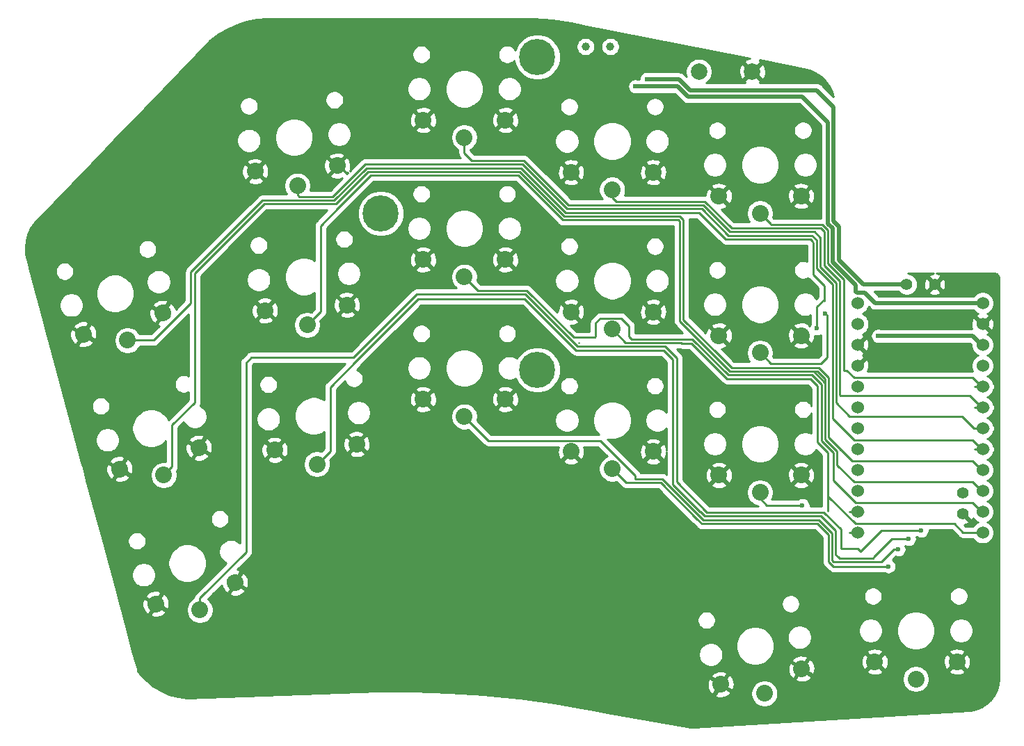
<source format=gtl>
G04 #@! TF.GenerationSoftware,KiCad,Pcbnew,5.1.10*
G04 #@! TF.CreationDate,2021-08-06T05:26:48+01:00*
G04 #@! TF.ProjectId,hypergolic_right,68797065-7267-46f6-9c69-635f72696768,0.1*
G04 #@! TF.SameCoordinates,Original*
G04 #@! TF.FileFunction,Copper,L1,Top*
G04 #@! TF.FilePolarity,Positive*
%FSLAX46Y46*%
G04 Gerber Fmt 4.6, Leading zero omitted, Abs format (unit mm)*
G04 Created by KiCad (PCBNEW 5.1.10) date 2021-08-06 05:26:48*
%MOMM*%
%LPD*%
G01*
G04 APERTURE LIST*
G04 #@! TA.AperFunction,ComponentPad*
%ADD10C,2.032000*%
G04 #@! TD*
G04 #@! TA.AperFunction,ComponentPad*
%ADD11C,1.397000*%
G04 #@! TD*
G04 #@! TA.AperFunction,ComponentPad*
%ADD12C,1.524000*%
G04 #@! TD*
G04 #@! TA.AperFunction,ComponentPad*
%ADD13C,4.400000*%
G04 #@! TD*
G04 #@! TA.AperFunction,WasherPad*
%ADD14C,1.000000*%
G04 #@! TD*
G04 #@! TA.AperFunction,ComponentPad*
%ADD15C,2.000000*%
G04 #@! TD*
G04 #@! TA.AperFunction,ViaPad*
%ADD16C,0.600000*%
G04 #@! TD*
G04 #@! TA.AperFunction,Conductor*
%ADD17C,0.250000*%
G04 #@! TD*
G04 #@! TA.AperFunction,Conductor*
%ADD18C,0.500000*%
G04 #@! TD*
G04 #@! TA.AperFunction,Conductor*
%ADD19C,0.254000*%
G04 #@! TD*
G04 #@! TA.AperFunction,Conductor*
%ADD20C,0.150000*%
G04 #@! TD*
G04 APERTURE END LIST*
D10*
X98000000Y-51940000D03*
X93000000Y-49840000D03*
X103000000Y-49840000D03*
X116000000Y-71820000D03*
X111000000Y-69720000D03*
X121000000Y-69720000D03*
X59696863Y-34467228D03*
X54562554Y-32721126D03*
X64538195Y-32023561D03*
X116000000Y-54820000D03*
X111000000Y-52720000D03*
X121000000Y-52720000D03*
X134966000Y-94546000D03*
X129966000Y-92446000D03*
X139966000Y-92446000D03*
X116533773Y-96305600D03*
X111224938Y-95198228D03*
X121041210Y-93290138D03*
X98000000Y-68945000D03*
X93000000Y-66845000D03*
X103000000Y-66845000D03*
X80000000Y-62570000D03*
X75000000Y-60470000D03*
X85000000Y-60470000D03*
X62068863Y-68389328D03*
X56934554Y-66643226D03*
X66910195Y-65945661D03*
X80000000Y-45570000D03*
X75000000Y-43470000D03*
X85000000Y-43470000D03*
X116000000Y-37820000D03*
X111000000Y-35720000D03*
X121000000Y-35720000D03*
X98000000Y-34940000D03*
X93000000Y-32840000D03*
X103000000Y-32840000D03*
X80000000Y-28580000D03*
X75000000Y-26480000D03*
X85000000Y-26480000D03*
X60882663Y-51425828D03*
X55748354Y-49679726D03*
X65723995Y-48982161D03*
D11*
X140716000Y-74422000D03*
X140716000Y-71882000D03*
D12*
X127870600Y-48768000D03*
X127870600Y-51308000D03*
X127870600Y-53848000D03*
X127870600Y-56388000D03*
X127870600Y-58928000D03*
X127870600Y-61468000D03*
X127870600Y-64008000D03*
X127870600Y-66548000D03*
X127870600Y-69088000D03*
X127870600Y-71628000D03*
X127870600Y-74168000D03*
X127870600Y-76708000D03*
X143090600Y-76708000D03*
X143090600Y-74168000D03*
X143090600Y-71628000D03*
X143090600Y-69088000D03*
X143090600Y-66548000D03*
X143090600Y-64008000D03*
X143090600Y-61468000D03*
X143090600Y-58928000D03*
X143090600Y-56388000D03*
X143090600Y-53848000D03*
X143090600Y-51308000D03*
X143090600Y-48768000D03*
D11*
X133858000Y-46482000D03*
D13*
X69850000Y-37846000D03*
X88900000Y-56896000D03*
X88900000Y-18796000D03*
D10*
X47819532Y-86140662D03*
X42446383Y-85406313D03*
X52105642Y-82818123D03*
X43418332Y-69715062D03*
X38045183Y-68980713D03*
X47704442Y-66392523D03*
X39018432Y-53294362D03*
X33645283Y-52560013D03*
X43304542Y-49971823D03*
D14*
X97766000Y-17526000D03*
X94766000Y-17526000D03*
D15*
X108562000Y-20574000D03*
X115062000Y-20574000D03*
D11*
X137262000Y-46482000D03*
D16*
X130373001Y-52760999D03*
X102200667Y-21497333D03*
X122936000Y-51816000D03*
X123952000Y-50038000D03*
X135636000Y-76454000D03*
X134112000Y-77470000D03*
X132842000Y-78740000D03*
X131629990Y-80829990D03*
X121158000Y-73406000D03*
X100816686Y-22373314D03*
D17*
X93980000Y-53594000D02*
X93980002Y-53593998D01*
D18*
X141903599Y-52760999D02*
X142990600Y-53848000D01*
X130373001Y-52760999D02*
X141903599Y-52760999D01*
X106119353Y-21497333D02*
X102200667Y-21497333D01*
X122915990Y-22839990D02*
X107462010Y-22839990D01*
X124968000Y-24892000D02*
X122915990Y-22839990D01*
X125638887Y-39461114D02*
X124968000Y-38790227D01*
X107462010Y-22839990D02*
X106119353Y-21497333D01*
X125615574Y-39484426D02*
X125638887Y-39461114D01*
X125615574Y-43548426D02*
X125615574Y-39484426D01*
X128549148Y-46482000D02*
X125615574Y-43548426D01*
X124968000Y-38790227D02*
X124968000Y-24892000D01*
X134112000Y-46482000D02*
X128549148Y-46482000D01*
D17*
X123799954Y-48514000D02*
X123799954Y-48514000D01*
X42209897Y-53294362D02*
X39018432Y-53294362D01*
X46736129Y-44957871D02*
X46736129Y-48768129D01*
X55446162Y-36247838D02*
X46736129Y-44957871D01*
X122130425Y-40978835D02*
X111844835Y-40978835D01*
X123799954Y-46634046D02*
X122436762Y-45270854D01*
X92337200Y-37730020D02*
X86923170Y-32315990D01*
X122436762Y-45270854D02*
X122436762Y-41410762D01*
X46736129Y-48768129D02*
X42209897Y-53294362D01*
X122375010Y-41223420D02*
X122130425Y-40978835D01*
X108596020Y-37730020D02*
X92337200Y-37730020D01*
X122436762Y-41410762D02*
X122375010Y-41349010D01*
X122375010Y-41349010D02*
X122375010Y-41223420D01*
X111844835Y-40978835D02*
X108596020Y-37730020D01*
X64178229Y-36247837D02*
X55446162Y-36247838D01*
X68129990Y-32315990D02*
X68120033Y-32306033D01*
X86923170Y-32315990D02*
X68129990Y-32315990D01*
X68120033Y-32306033D02*
X64178229Y-36247837D01*
X122936000Y-49225908D02*
X122936000Y-51816000D01*
X123799954Y-48361954D02*
X122936000Y-49225908D01*
X123799954Y-48514000D02*
X123799954Y-48361954D01*
X123799954Y-48361954D02*
X123799954Y-46634046D01*
X122316825Y-40528825D02*
X122342950Y-40554950D01*
X122886772Y-44532002D02*
X124816969Y-46462199D01*
X122886772Y-41098772D02*
X122886772Y-44532002D01*
X122316825Y-40528825D02*
X122886772Y-41098772D01*
X122062825Y-40528825D02*
X122316825Y-40528825D01*
X112154005Y-40528825D02*
X122062825Y-40528825D01*
X92523600Y-37280010D02*
X108905190Y-37280010D01*
X87099614Y-31856024D02*
X92523600Y-37280010D01*
X63991828Y-35797828D02*
X67933632Y-31856024D01*
X108905190Y-37280010D02*
X112154005Y-40528825D01*
X67933632Y-31856024D02*
X87099614Y-31856024D01*
X142155238Y-66548000D02*
X143800400Y-66548000D01*
X127436999Y-65460999D02*
X141903599Y-65460999D01*
X124816969Y-46462199D02*
X124816969Y-62635031D01*
X141903599Y-65460999D02*
X142990600Y-66548000D01*
X124816969Y-62840969D02*
X127436999Y-65460999D01*
X124816969Y-62635031D02*
X124816969Y-62840969D01*
X59927828Y-35797828D02*
X60689828Y-35797828D01*
X59696863Y-35566863D02*
X59927828Y-35797828D01*
X59696863Y-34467228D02*
X59696863Y-35566863D01*
X60689828Y-35797828D02*
X63991828Y-35797828D01*
X123336782Y-44345602D02*
X125266979Y-46275799D01*
X123336782Y-40786782D02*
X123336782Y-44345602D01*
X112340405Y-40078815D02*
X122628815Y-40078815D01*
X92710000Y-36830000D02*
X109091590Y-36830000D01*
X87286014Y-31406014D02*
X92710000Y-36830000D01*
X122628815Y-40078815D02*
X123336782Y-40786782D01*
X109091590Y-36830000D02*
X112340405Y-40078815D01*
X142240000Y-64008000D02*
X143800400Y-64008000D01*
X142017218Y-64008000D02*
X142240000Y-64008000D01*
X126906959Y-62555001D02*
X140564219Y-62555001D01*
X125266979Y-60915021D02*
X126906959Y-62555001D01*
X125266979Y-46275799D02*
X125266979Y-60915021D01*
X140564219Y-62555001D02*
X142017218Y-64008000D01*
X80000000Y-30470000D02*
X80936014Y-31406014D01*
X80000000Y-28580000D02*
X80000000Y-30470000D01*
X80936014Y-31406014D02*
X87286014Y-31406014D01*
X123367019Y-39628805D02*
X123786791Y-40048577D01*
X123786791Y-40048577D02*
X123786791Y-44159201D01*
X109277990Y-36379990D02*
X112526805Y-39628805D01*
X123786791Y-44159201D02*
X125716989Y-46089399D01*
X112526805Y-39628805D02*
X123367019Y-39628805D01*
X142155238Y-61468000D02*
X143800400Y-61468000D01*
X141537601Y-60015001D02*
X142990600Y-61468000D01*
X125801001Y-60015001D02*
X141537601Y-60015001D01*
X125716989Y-59930989D02*
X125801001Y-60015001D01*
X125716989Y-46089399D02*
X125716989Y-59930989D01*
X98000000Y-35885980D02*
X98494010Y-36379990D01*
X98000000Y-34940000D02*
X98000000Y-35885980D01*
X98494010Y-36379990D02*
X109277990Y-36379990D01*
X124236801Y-43972801D02*
X126166999Y-45902999D01*
X124236801Y-39862177D02*
X124236801Y-43972801D01*
X123553419Y-39178795D02*
X124236801Y-39862177D01*
X142155238Y-58928000D02*
X143800400Y-58928000D01*
X141903599Y-57840999D02*
X142990600Y-58928000D01*
X127436999Y-57840999D02*
X141903599Y-57840999D01*
X126563001Y-56967001D02*
X127436999Y-57840999D01*
X126166999Y-56967001D02*
X126563001Y-56967001D01*
X126166999Y-45902999D02*
X126166999Y-56967001D01*
X116000000Y-37820000D02*
X117285205Y-39105205D01*
X117285205Y-39105205D02*
X117285205Y-39178795D01*
X117285205Y-39178795D02*
X123553419Y-39178795D01*
X44450000Y-63606153D02*
X44450000Y-68683394D01*
X47186139Y-45144271D02*
X47186139Y-60870014D01*
X55632564Y-36697846D02*
X47186139Y-45144271D01*
X64364628Y-36697846D02*
X55632564Y-36697846D01*
X47186139Y-60870014D02*
X44450000Y-63606153D01*
X68296476Y-32766000D02*
X64364628Y-36697846D01*
X86736770Y-32766000D02*
X68296476Y-32766000D01*
X44450000Y-68683394D02*
X43418332Y-69715062D01*
X125730000Y-66548000D02*
X125730000Y-66500436D01*
X125814619Y-66632619D02*
X125730000Y-66548000D01*
X92150799Y-38180029D02*
X86736770Y-32766000D01*
X106680000Y-50770293D02*
X106680000Y-38608000D01*
X106680000Y-38608000D02*
X106252030Y-38180030D01*
X106252030Y-38180030D02*
X92150799Y-38180029D01*
X111304717Y-55395010D02*
X110885854Y-54976146D01*
X110885854Y-54976146D02*
X106680000Y-50770293D01*
X141903599Y-68000999D02*
X142990600Y-69088000D01*
X124737782Y-65555782D02*
X127182999Y-68000999D01*
X124737782Y-65508218D02*
X124737782Y-65555782D01*
X124366960Y-57806534D02*
X124366959Y-65137395D01*
X123180388Y-56619962D02*
X124366960Y-57806534D01*
X124366959Y-65137395D02*
X124737782Y-65508218D01*
X112529670Y-56619962D02*
X123180388Y-56619962D01*
X127182999Y-68000999D02*
X141903599Y-68000999D01*
X110885854Y-54976146D02*
X112529670Y-56619962D01*
X123916949Y-58464661D02*
X123916949Y-65371359D01*
X123916949Y-65371359D02*
X125364609Y-66819019D01*
X68637990Y-33216010D02*
X86550370Y-33216010D01*
X106065628Y-38630038D02*
X106229990Y-38794400D01*
X106229991Y-50956694D02*
X112343269Y-57069971D01*
X122522260Y-57069972D02*
X123916949Y-58464661D01*
X86550370Y-33216010D02*
X91964400Y-38630038D01*
X91964400Y-38630038D02*
X106065628Y-38630038D01*
X112343269Y-57069971D02*
X122522260Y-57069972D01*
X106229990Y-38794400D02*
X106229991Y-50956694D01*
X141903599Y-70540999D02*
X142990600Y-71628000D01*
X127436999Y-70540999D02*
X141903599Y-70540999D01*
X125364609Y-68468609D02*
X127436999Y-70540999D01*
X125364609Y-67675391D02*
X125364609Y-68468609D01*
X125364609Y-66819019D02*
X125364609Y-67675391D01*
X62510601Y-39343399D02*
X64770000Y-37084000D01*
X62510601Y-49797890D02*
X62510601Y-39343399D01*
X60882663Y-51425828D02*
X62510601Y-49797890D01*
X64770000Y-37084000D02*
X68637990Y-33216010D01*
X64706144Y-37147856D02*
X64770000Y-37084000D01*
X91964400Y-38630038D02*
X93903336Y-38630038D01*
X122993988Y-57069972D02*
X123916950Y-57992935D01*
X123916950Y-57992935D02*
X123916950Y-65371360D01*
X112343270Y-57069972D02*
X122993988Y-57069972D01*
X83269308Y-33216010D02*
X86550370Y-33216010D01*
X124914599Y-67256599D02*
X124914600Y-68526600D01*
X124914599Y-68526599D02*
X124914600Y-68526600D01*
X141903599Y-73080999D02*
X142990600Y-74168000D01*
X127614837Y-73080999D02*
X141903599Y-73080999D01*
X124914599Y-70380761D02*
X127614837Y-73080999D01*
X124914599Y-68526599D02*
X124914599Y-70380761D01*
X96572999Y-50598999D02*
X99112999Y-50598999D01*
X100387989Y-53143989D02*
X107780877Y-53143989D01*
X123466939Y-65557759D02*
X124914599Y-67005419D01*
X112156871Y-57519981D02*
X122335859Y-57519981D01*
X100076000Y-51562000D02*
X100076000Y-52832000D01*
X107780877Y-53143989D02*
X112156871Y-57519981D01*
X122335859Y-57519981D02*
X123466939Y-58651061D01*
X100076000Y-52832000D02*
X100387989Y-53143989D01*
X123466939Y-58651061D02*
X123466939Y-65557759D01*
X93345000Y-52959000D02*
X95885000Y-52959000D01*
X95885000Y-52959000D02*
X96012000Y-52832000D01*
X124914599Y-67005419D02*
X124914599Y-68526599D01*
X99112999Y-50598999D02*
X100076000Y-51562000D01*
X96012000Y-51159998D02*
X96572999Y-50598999D01*
X96012000Y-52832000D02*
X96012000Y-51159998D01*
X87630000Y-47244000D02*
X93345000Y-52959000D01*
X81674000Y-47244000D02*
X87630000Y-47244000D01*
X80000000Y-45570000D02*
X81674000Y-47244000D01*
X123016929Y-65744159D02*
X124267385Y-66994615D01*
X123016929Y-58856681D02*
X123016929Y-65744159D01*
X122130239Y-57969991D02*
X123016929Y-58856681D01*
X111970470Y-57969990D02*
X122130239Y-57969991D01*
X107640434Y-53639956D02*
X111970470Y-57969990D01*
X106471956Y-53639956D02*
X107640434Y-53639956D01*
X106425999Y-53593999D02*
X106471956Y-53639956D01*
X124267385Y-66994615D02*
X124267385Y-71312615D01*
X124267385Y-71312615D02*
X124267385Y-74060147D01*
X140716000Y-76708000D02*
X142990600Y-76708000D01*
X139628999Y-75620999D02*
X140716000Y-76708000D01*
X127614837Y-75620999D02*
X139628999Y-75620999D01*
X124267385Y-72273547D02*
X127614837Y-75620999D01*
X124267385Y-71312615D02*
X124267385Y-72273547D01*
X99653999Y-53593999D02*
X100330001Y-53593999D01*
X98000000Y-51940000D02*
X99653999Y-53593999D01*
X100330001Y-53593999D02*
X106425999Y-53593999D01*
X124125970Y-50211970D02*
X123952000Y-50038000D01*
X124125970Y-51388030D02*
X124125970Y-50211970D01*
X124125970Y-51388030D02*
X124125970Y-50465970D01*
X124125970Y-55037970D02*
X124125970Y-51388030D01*
X124125970Y-55037970D02*
X124125970Y-55410772D01*
X123366790Y-56169952D02*
X123931371Y-55605371D01*
X123931371Y-55605371D02*
X123366788Y-56169952D01*
X124125970Y-55410772D02*
X123931371Y-55605371D01*
X127660593Y-48655193D02*
X127773400Y-48768000D01*
X116000000Y-54820000D02*
X117312048Y-56132048D01*
X117312048Y-56169952D02*
X123366790Y-56169952D01*
X117312048Y-56132048D02*
X117312048Y-56169952D01*
X128270000Y-78994000D02*
X130810000Y-76454000D01*
X125845980Y-78624020D02*
X127900020Y-78624020D01*
X130810000Y-76454000D02*
X135636000Y-76454000D01*
X125845980Y-76315980D02*
X125845980Y-78624020D01*
X123755990Y-74225990D02*
X125845980Y-76315980D01*
X47819532Y-86140662D02*
X47819532Y-84703822D01*
X109531990Y-74225990D02*
X123755990Y-74225990D01*
X54102000Y-55372000D02*
X66548000Y-55372000D01*
X53446643Y-79076711D02*
X53446643Y-56027357D01*
X87443599Y-47694009D02*
X93793599Y-54044009D01*
X127900020Y-78624020D02*
X128270000Y-78994000D01*
X53446643Y-56027357D02*
X54102000Y-55372000D01*
X47819532Y-84703822D02*
X53446643Y-79076711D01*
X66548000Y-55372000D02*
X74225991Y-47694009D01*
X74225991Y-47694009D02*
X87443599Y-47694009D01*
X105860010Y-55439600D02*
X105860010Y-70554010D01*
X105860010Y-70554010D02*
X109531990Y-74225990D01*
X93793599Y-54044009D02*
X104464419Y-54044009D01*
X104464419Y-54044009D02*
X105860010Y-55439600D01*
X125659580Y-79813990D02*
X129736010Y-79813990D01*
X125659580Y-79813990D02*
X125926010Y-79813990D01*
X125672010Y-79813990D02*
X125926010Y-79813990D01*
X104902000Y-55118000D02*
X105410000Y-55626000D01*
X125222000Y-79376410D02*
X125538795Y-79693205D01*
X125538795Y-79693205D02*
X125659580Y-79813990D01*
X105410000Y-70866000D02*
X108712000Y-74168000D01*
X125222000Y-76454000D02*
X125222000Y-79376410D01*
X105410000Y-55626000D02*
X105410000Y-70866000D01*
X66859990Y-55822010D02*
X72517000Y-50165000D01*
X72409626Y-50272374D02*
X72517000Y-50165000D01*
X125926010Y-79813990D02*
X129597990Y-79813990D01*
X129597990Y-79813990D02*
X129736010Y-79813990D01*
X134112000Y-77470000D02*
X132080000Y-77470000D01*
X129921000Y-79629000D02*
X131064000Y-78486000D01*
X132080000Y-77470000D02*
X129921000Y-79629000D01*
X129736010Y-79813990D02*
X129921000Y-79629000D01*
X63696801Y-58985199D02*
X66859990Y-55822010D01*
X63696801Y-66761390D02*
X63696801Y-58985199D01*
X62068863Y-68389328D02*
X63696801Y-66761390D01*
X93607199Y-54494019D02*
X104278019Y-54494019D01*
X104278019Y-54494019D02*
X105410000Y-55626000D01*
X87373180Y-48260000D02*
X93607199Y-54494019D01*
X74422000Y-48260000D02*
X87373180Y-48260000D01*
X72517000Y-50165000D02*
X74422000Y-48260000D01*
X108712000Y-74168000D02*
X108714820Y-74168000D01*
X109222820Y-74676000D02*
X123444000Y-74676000D01*
X108714820Y-74168000D02*
X109222820Y-74676000D01*
X123444000Y-74676000D02*
X125222000Y-76454000D01*
X132842000Y-78740000D02*
X132842000Y-78740000D01*
X130810000Y-80264000D02*
X132334000Y-78740000D01*
X80000000Y-62570000D02*
X82933999Y-65503999D01*
X82933999Y-65503999D02*
X96543681Y-65503999D01*
X100770647Y-69730965D02*
X100770647Y-70171353D01*
X100770647Y-70171353D02*
X104078943Y-70171353D01*
X109089605Y-75179195D02*
X123185195Y-75179195D01*
X124771990Y-80067990D02*
X124968000Y-80264000D01*
X104078943Y-70171353D02*
X108525599Y-74618009D01*
X108525599Y-74618009D02*
X108528419Y-74618009D01*
X124771990Y-76765990D02*
X124771990Y-80067990D01*
X108528419Y-74618009D02*
X109089605Y-75179195D01*
X96543681Y-65503999D02*
X100770647Y-69730965D01*
X123185195Y-75179195D02*
X124771990Y-76765990D01*
X132334000Y-78740000D02*
X132842000Y-78740000D01*
X124968000Y-80264000D02*
X130810000Y-80264000D01*
X127958010Y-80829990D02*
X131629990Y-80829990D01*
X131629990Y-80829990D02*
X131629990Y-80829990D01*
X124321981Y-80254391D02*
X124897580Y-80829990D01*
X124897580Y-80829990D02*
X131514010Y-80829990D01*
X108342020Y-75068020D02*
X108903205Y-75629205D01*
X122998795Y-75629205D02*
X124321980Y-76952390D01*
X108339200Y-75068020D02*
X108342020Y-75068020D01*
X124321980Y-76952390D02*
X124321981Y-80254391D01*
X103892543Y-70621363D02*
X108339200Y-75068020D01*
X99676363Y-70621363D02*
X103892543Y-70621363D01*
X108903205Y-75629205D02*
X122998795Y-75629205D01*
X98000000Y-68945000D02*
X99676363Y-70621363D01*
X116000000Y-71820000D02*
X116000000Y-72566000D01*
X116000000Y-72566000D02*
X116840000Y-73406000D01*
X121158000Y-73406000D02*
X116840000Y-73406000D01*
X126915238Y-74168000D02*
X128580400Y-74168000D01*
X126915238Y-76708000D02*
X128580400Y-76708000D01*
D18*
X106005372Y-22373314D02*
X100816686Y-22373314D01*
X107254058Y-23622000D02*
X106005372Y-22373314D01*
X108712000Y-23622000D02*
X107254058Y-23622000D01*
X108712000Y-23622000D02*
X107950000Y-23622000D01*
X124267990Y-39080180D02*
X124811811Y-39624000D01*
X124267990Y-26731990D02*
X124267990Y-39080180D01*
X124811811Y-39624000D02*
X124811811Y-43734625D01*
X121158000Y-23622000D02*
X124267990Y-26731990D01*
X108712000Y-23622000D02*
X121158000Y-23622000D01*
X124811811Y-43734625D02*
X127660593Y-46583407D01*
D17*
X127660593Y-47396593D02*
X127769501Y-47505501D01*
D18*
X127660593Y-46583407D02*
X127660593Y-47396593D01*
X130032998Y-48768000D02*
X128770499Y-47505501D01*
X142990600Y-48768000D02*
X130032998Y-48768000D01*
X127769501Y-47505501D02*
X128770499Y-47505501D01*
D19*
X88424764Y-14172375D02*
X90722280Y-14345604D01*
X93005809Y-14667014D01*
X94860872Y-15040862D01*
X94862540Y-15041364D01*
X114806346Y-18958757D01*
X114680325Y-18976039D01*
X114375912Y-19081205D01*
X114201956Y-19174186D01*
X114106192Y-19438587D01*
X115062000Y-20394395D01*
X116017808Y-19438587D01*
X115923494Y-19178189D01*
X121262668Y-20226918D01*
X122054136Y-20421155D01*
X122758171Y-20731506D01*
X123397618Y-21159395D01*
X123953048Y-21691823D01*
X124407587Y-22312613D01*
X124747418Y-23002897D01*
X124918333Y-23590754D01*
X123572524Y-22244946D01*
X123544807Y-22211173D01*
X123410049Y-22100579D01*
X123256303Y-22018401D01*
X123089480Y-21967795D01*
X122959467Y-21954990D01*
X122959459Y-21954990D01*
X122915990Y-21950709D01*
X122872521Y-21954990D01*
X115928862Y-21954990D01*
X116017808Y-21709413D01*
X115062000Y-20753605D01*
X114106192Y-21709413D01*
X114195138Y-21954990D01*
X109438124Y-21954990D01*
X109604252Y-21843987D01*
X109831987Y-21616252D01*
X110010918Y-21348463D01*
X110134168Y-21050912D01*
X110197000Y-20735033D01*
X110197000Y-20636595D01*
X113420282Y-20636595D01*
X113464039Y-20955675D01*
X113569205Y-21260088D01*
X113662186Y-21434044D01*
X113926587Y-21529808D01*
X114882395Y-20574000D01*
X115241605Y-20574000D01*
X116197413Y-21529808D01*
X116461814Y-21434044D01*
X116602704Y-21144429D01*
X116684384Y-20832892D01*
X116703718Y-20511405D01*
X116659961Y-20192325D01*
X116554795Y-19887912D01*
X116461814Y-19713956D01*
X116197413Y-19618192D01*
X115241605Y-20574000D01*
X114882395Y-20574000D01*
X113926587Y-19618192D01*
X113662186Y-19713956D01*
X113521296Y-20003571D01*
X113439616Y-20315108D01*
X113420282Y-20636595D01*
X110197000Y-20636595D01*
X110197000Y-20412967D01*
X110134168Y-20097088D01*
X110010918Y-19799537D01*
X109831987Y-19531748D01*
X109604252Y-19304013D01*
X109336463Y-19125082D01*
X109038912Y-19001832D01*
X108723033Y-18939000D01*
X108400967Y-18939000D01*
X108085088Y-19001832D01*
X107787537Y-19125082D01*
X107519748Y-19304013D01*
X107292013Y-19531748D01*
X107113082Y-19799537D01*
X106989832Y-20097088D01*
X106927000Y-20412967D01*
X106927000Y-20735033D01*
X106989832Y-21050912D01*
X107036022Y-21162423D01*
X106775887Y-20902289D01*
X106748170Y-20868516D01*
X106613412Y-20757922D01*
X106459666Y-20675744D01*
X106292843Y-20625138D01*
X106162830Y-20612333D01*
X106162822Y-20612333D01*
X106119353Y-20608052D01*
X106075884Y-20612333D01*
X102507359Y-20612333D01*
X102473396Y-20598265D01*
X102292756Y-20562333D01*
X102108578Y-20562333D01*
X101927938Y-20598265D01*
X101757778Y-20668747D01*
X101604639Y-20771071D01*
X101474405Y-20901305D01*
X101372081Y-21054444D01*
X101301599Y-21224604D01*
X101265667Y-21405244D01*
X101265667Y-21488314D01*
X101123378Y-21488314D01*
X101089415Y-21474246D01*
X100908775Y-21438314D01*
X100724597Y-21438314D01*
X100543957Y-21474246D01*
X100373797Y-21544728D01*
X100220658Y-21647052D01*
X100090424Y-21777286D01*
X99988100Y-21930425D01*
X99917618Y-22100585D01*
X99881686Y-22281225D01*
X99881686Y-22465403D01*
X99917618Y-22646043D01*
X99988100Y-22816203D01*
X100090424Y-22969342D01*
X100220658Y-23099576D01*
X100373797Y-23201900D01*
X100543957Y-23272382D01*
X100724597Y-23308314D01*
X100908775Y-23308314D01*
X101089415Y-23272382D01*
X101123378Y-23258314D01*
X105638794Y-23258314D01*
X106597528Y-24217049D01*
X106625241Y-24250817D01*
X106659009Y-24278530D01*
X106659011Y-24278532D01*
X106759999Y-24361411D01*
X106913744Y-24443589D01*
X107056428Y-24486872D01*
X107080568Y-24494195D01*
X107210581Y-24507000D01*
X107210589Y-24507000D01*
X107254058Y-24511281D01*
X107297527Y-24507000D01*
X120791422Y-24507000D01*
X123382990Y-27098569D01*
X123382991Y-38418795D01*
X117673597Y-38418795D01*
X117578423Y-38323621D01*
X117587553Y-38301579D01*
X117651000Y-37982609D01*
X117651000Y-37657391D01*
X117587553Y-37338421D01*
X117463097Y-37037958D01*
X117348748Y-36866823D01*
X120032782Y-36866823D01*
X120130478Y-37132860D01*
X120422821Y-37275348D01*
X120737344Y-37358064D01*
X121061962Y-37377831D01*
X121384198Y-37333888D01*
X121691670Y-37227924D01*
X121869522Y-37132860D01*
X121967218Y-36866823D01*
X121000000Y-35899605D01*
X120032782Y-36866823D01*
X117348748Y-36866823D01*
X117282415Y-36767549D01*
X117052451Y-36537585D01*
X116782042Y-36356903D01*
X116481579Y-36232447D01*
X116162609Y-36169000D01*
X115837391Y-36169000D01*
X115518421Y-36232447D01*
X115217958Y-36356903D01*
X114947549Y-36537585D01*
X114717585Y-36767549D01*
X114536903Y-37037958D01*
X114412447Y-37338421D01*
X114349000Y-37657391D01*
X114349000Y-37982609D01*
X114412447Y-38301579D01*
X114536903Y-38602042D01*
X114715149Y-38868805D01*
X112841607Y-38868805D01*
X111315991Y-37343189D01*
X111384198Y-37333888D01*
X111691670Y-37227924D01*
X111869522Y-37132860D01*
X111967218Y-36866823D01*
X111000000Y-35899605D01*
X110985858Y-35913748D01*
X110806253Y-35734143D01*
X110820395Y-35720000D01*
X111179605Y-35720000D01*
X112146823Y-36687218D01*
X112412860Y-36589522D01*
X112555348Y-36297179D01*
X112638064Y-35982656D01*
X112650284Y-35781962D01*
X119342169Y-35781962D01*
X119386112Y-36104198D01*
X119492076Y-36411670D01*
X119587140Y-36589522D01*
X119853177Y-36687218D01*
X120820395Y-35720000D01*
X121179605Y-35720000D01*
X122146823Y-36687218D01*
X122412860Y-36589522D01*
X122555348Y-36297179D01*
X122638064Y-35982656D01*
X122657831Y-35658038D01*
X122613888Y-35335802D01*
X122507924Y-35028330D01*
X122412860Y-34850478D01*
X122146823Y-34752782D01*
X121179605Y-35720000D01*
X120820395Y-35720000D01*
X119853177Y-34752782D01*
X119587140Y-34850478D01*
X119444652Y-35142821D01*
X119361936Y-35457344D01*
X119342169Y-35781962D01*
X112650284Y-35781962D01*
X112657831Y-35658038D01*
X112613888Y-35335802D01*
X112507924Y-35028330D01*
X112412860Y-34850478D01*
X112146823Y-34752782D01*
X111179605Y-35720000D01*
X110820395Y-35720000D01*
X109853177Y-34752782D01*
X109587140Y-34850478D01*
X109444652Y-35142821D01*
X109361936Y-35457344D01*
X109351813Y-35623584D01*
X109315323Y-35619990D01*
X109315312Y-35619990D01*
X109277990Y-35616314D01*
X109240668Y-35619990D01*
X99505368Y-35619990D01*
X99587553Y-35421579D01*
X99651000Y-35102609D01*
X99651000Y-34777391D01*
X99610380Y-34573177D01*
X110032782Y-34573177D01*
X111000000Y-35540395D01*
X111967218Y-34573177D01*
X120032782Y-34573177D01*
X121000000Y-35540395D01*
X121967218Y-34573177D01*
X121869522Y-34307140D01*
X121577179Y-34164652D01*
X121262656Y-34081936D01*
X120938038Y-34062169D01*
X120615802Y-34106112D01*
X120308330Y-34212076D01*
X120130478Y-34307140D01*
X120032782Y-34573177D01*
X111967218Y-34573177D01*
X111869522Y-34307140D01*
X111577179Y-34164652D01*
X111262656Y-34081936D01*
X110938038Y-34062169D01*
X110615802Y-34106112D01*
X110308330Y-34212076D01*
X110130478Y-34307140D01*
X110032782Y-34573177D01*
X99610380Y-34573177D01*
X99587553Y-34458421D01*
X99463097Y-34157958D01*
X99348748Y-33986823D01*
X102032782Y-33986823D01*
X102130478Y-34252860D01*
X102422821Y-34395348D01*
X102737344Y-34478064D01*
X103061962Y-34497831D01*
X103384198Y-34453888D01*
X103691670Y-34347924D01*
X103869522Y-34252860D01*
X103967218Y-33986823D01*
X103000000Y-33019605D01*
X102032782Y-33986823D01*
X99348748Y-33986823D01*
X99282415Y-33887549D01*
X99052451Y-33657585D01*
X98782042Y-33476903D01*
X98481579Y-33352447D01*
X98162609Y-33289000D01*
X97837391Y-33289000D01*
X97518421Y-33352447D01*
X97217958Y-33476903D01*
X96947549Y-33657585D01*
X96717585Y-33887549D01*
X96536903Y-34157958D01*
X96412447Y-34458421D01*
X96349000Y-34777391D01*
X96349000Y-35102609D01*
X96412447Y-35421579D01*
X96536903Y-35722042D01*
X96717585Y-35992451D01*
X96795134Y-36070000D01*
X93024802Y-36070000D01*
X90941625Y-33986823D01*
X92032782Y-33986823D01*
X92130478Y-34252860D01*
X92422821Y-34395348D01*
X92737344Y-34478064D01*
X93061962Y-34497831D01*
X93384198Y-34453888D01*
X93691670Y-34347924D01*
X93869522Y-34252860D01*
X93967218Y-33986823D01*
X93000000Y-33019605D01*
X92032782Y-33986823D01*
X90941625Y-33986823D01*
X89856764Y-32901962D01*
X91342169Y-32901962D01*
X91386112Y-33224198D01*
X91492076Y-33531670D01*
X91587140Y-33709522D01*
X91853177Y-33807218D01*
X92820395Y-32840000D01*
X93179605Y-32840000D01*
X94146823Y-33807218D01*
X94412860Y-33709522D01*
X94555348Y-33417179D01*
X94638064Y-33102656D01*
X94650284Y-32901962D01*
X101342169Y-32901962D01*
X101386112Y-33224198D01*
X101492076Y-33531670D01*
X101587140Y-33709522D01*
X101853177Y-33807218D01*
X102820395Y-32840000D01*
X103179605Y-32840000D01*
X104146823Y-33807218D01*
X104412860Y-33709522D01*
X104555348Y-33417179D01*
X104638064Y-33102656D01*
X104657831Y-32778038D01*
X104613888Y-32455802D01*
X104507924Y-32148330D01*
X104412860Y-31970478D01*
X104146823Y-31872782D01*
X103179605Y-32840000D01*
X102820395Y-32840000D01*
X101853177Y-31872782D01*
X101587140Y-31970478D01*
X101444652Y-32262821D01*
X101361936Y-32577344D01*
X101342169Y-32901962D01*
X94650284Y-32901962D01*
X94657831Y-32778038D01*
X94613888Y-32455802D01*
X94507924Y-32148330D01*
X94412860Y-31970478D01*
X94146823Y-31872782D01*
X93179605Y-32840000D01*
X92820395Y-32840000D01*
X91853177Y-31872782D01*
X91587140Y-31970478D01*
X91444652Y-32262821D01*
X91361936Y-32577344D01*
X91342169Y-32901962D01*
X89856764Y-32901962D01*
X88647979Y-31693177D01*
X92032782Y-31693177D01*
X93000000Y-32660395D01*
X93967218Y-31693177D01*
X102032782Y-31693177D01*
X103000000Y-32660395D01*
X103886743Y-31773652D01*
X109014100Y-31773652D01*
X109014100Y-32066348D01*
X109071202Y-32353421D01*
X109183212Y-32623838D01*
X109345826Y-32867206D01*
X109552794Y-33074174D01*
X109796162Y-33236788D01*
X110066579Y-33348798D01*
X110353652Y-33405900D01*
X110646348Y-33405900D01*
X110933421Y-33348798D01*
X111203838Y-33236788D01*
X111447206Y-33074174D01*
X111654174Y-32867206D01*
X111816788Y-32623838D01*
X111928798Y-32353421D01*
X111985900Y-32066348D01*
X111985900Y-31773652D01*
X111968982Y-31688594D01*
X113650500Y-31688594D01*
X113650500Y-32151406D01*
X113740790Y-32605324D01*
X113917900Y-33032905D01*
X114175024Y-33417719D01*
X114502281Y-33744976D01*
X114887095Y-34002100D01*
X115314676Y-34179210D01*
X115768594Y-34269500D01*
X116231406Y-34269500D01*
X116685324Y-34179210D01*
X117112905Y-34002100D01*
X117497719Y-33744976D01*
X117824976Y-33417719D01*
X118082100Y-33032905D01*
X118259210Y-32605324D01*
X118349500Y-32151406D01*
X118349500Y-31773652D01*
X120014100Y-31773652D01*
X120014100Y-32066348D01*
X120071202Y-32353421D01*
X120183212Y-32623838D01*
X120345826Y-32867206D01*
X120552794Y-33074174D01*
X120796162Y-33236788D01*
X121066579Y-33348798D01*
X121353652Y-33405900D01*
X121646348Y-33405900D01*
X121933421Y-33348798D01*
X122203838Y-33236788D01*
X122447206Y-33074174D01*
X122654174Y-32867206D01*
X122816788Y-32623838D01*
X122928798Y-32353421D01*
X122985900Y-32066348D01*
X122985900Y-31773652D01*
X122928798Y-31486579D01*
X122816788Y-31216162D01*
X122654174Y-30972794D01*
X122447206Y-30765826D01*
X122203838Y-30603212D01*
X121933421Y-30491202D01*
X121646348Y-30434100D01*
X121353652Y-30434100D01*
X121066579Y-30491202D01*
X120796162Y-30603212D01*
X120552794Y-30765826D01*
X120345826Y-30972794D01*
X120183212Y-31216162D01*
X120071202Y-31486579D01*
X120014100Y-31773652D01*
X118349500Y-31773652D01*
X118349500Y-31688594D01*
X118259210Y-31234676D01*
X118082100Y-30807095D01*
X117824976Y-30422281D01*
X117497719Y-30095024D01*
X117112905Y-29837900D01*
X116685324Y-29660790D01*
X116231406Y-29570500D01*
X115768594Y-29570500D01*
X115314676Y-29660790D01*
X114887095Y-29837900D01*
X114502281Y-30095024D01*
X114175024Y-30422281D01*
X113917900Y-30807095D01*
X113740790Y-31234676D01*
X113650500Y-31688594D01*
X111968982Y-31688594D01*
X111928798Y-31486579D01*
X111816788Y-31216162D01*
X111654174Y-30972794D01*
X111447206Y-30765826D01*
X111203838Y-30603212D01*
X110933421Y-30491202D01*
X110646348Y-30434100D01*
X110353652Y-30434100D01*
X110066579Y-30491202D01*
X109796162Y-30603212D01*
X109552794Y-30765826D01*
X109345826Y-30972794D01*
X109183212Y-31216162D01*
X109071202Y-31486579D01*
X109014100Y-31773652D01*
X103886743Y-31773652D01*
X103967218Y-31693177D01*
X103869522Y-31427140D01*
X103577179Y-31284652D01*
X103262656Y-31201936D01*
X102938038Y-31182169D01*
X102615802Y-31226112D01*
X102308330Y-31332076D01*
X102130478Y-31427140D01*
X102032782Y-31693177D01*
X93967218Y-31693177D01*
X93869522Y-31427140D01*
X93577179Y-31284652D01*
X93262656Y-31201936D01*
X92938038Y-31182169D01*
X92615802Y-31226112D01*
X92308330Y-31332076D01*
X92130478Y-31427140D01*
X92032782Y-31693177D01*
X88647979Y-31693177D01*
X87849818Y-30895017D01*
X87826015Y-30866013D01*
X87710290Y-30771040D01*
X87578261Y-30700468D01*
X87435000Y-30657011D01*
X87323347Y-30646014D01*
X87323336Y-30646014D01*
X87286014Y-30642338D01*
X87248692Y-30646014D01*
X81250816Y-30646014D01*
X80760000Y-30155199D01*
X80760000Y-30052227D01*
X80782042Y-30043097D01*
X81052451Y-29862415D01*
X81282415Y-29632451D01*
X81463097Y-29362042D01*
X81587553Y-29061579D01*
X81620955Y-28893652D01*
X91014100Y-28893652D01*
X91014100Y-29186348D01*
X91071202Y-29473421D01*
X91183212Y-29743838D01*
X91345826Y-29987206D01*
X91552794Y-30194174D01*
X91796162Y-30356788D01*
X92066579Y-30468798D01*
X92353652Y-30525900D01*
X92646348Y-30525900D01*
X92933421Y-30468798D01*
X93203838Y-30356788D01*
X93447206Y-30194174D01*
X93654174Y-29987206D01*
X93816788Y-29743838D01*
X93928798Y-29473421D01*
X93985900Y-29186348D01*
X93985900Y-28893652D01*
X93968982Y-28808594D01*
X95650500Y-28808594D01*
X95650500Y-29271406D01*
X95740790Y-29725324D01*
X95917900Y-30152905D01*
X96175024Y-30537719D01*
X96502281Y-30864976D01*
X96887095Y-31122100D01*
X97314676Y-31299210D01*
X97768594Y-31389500D01*
X98231406Y-31389500D01*
X98685324Y-31299210D01*
X99112905Y-31122100D01*
X99497719Y-30864976D01*
X99824976Y-30537719D01*
X100082100Y-30152905D01*
X100259210Y-29725324D01*
X100349500Y-29271406D01*
X100349500Y-28893652D01*
X102014100Y-28893652D01*
X102014100Y-29186348D01*
X102071202Y-29473421D01*
X102183212Y-29743838D01*
X102345826Y-29987206D01*
X102552794Y-30194174D01*
X102796162Y-30356788D01*
X103066579Y-30468798D01*
X103353652Y-30525900D01*
X103646348Y-30525900D01*
X103933421Y-30468798D01*
X104203838Y-30356788D01*
X104447206Y-30194174D01*
X104654174Y-29987206D01*
X104816788Y-29743838D01*
X104928798Y-29473421D01*
X104985900Y-29186348D01*
X104985900Y-28893652D01*
X104928798Y-28606579D01*
X104816788Y-28336162D01*
X104654174Y-28092794D01*
X104447206Y-27885826D01*
X104203838Y-27723212D01*
X103933421Y-27611202D01*
X103920717Y-27608675D01*
X109649700Y-27608675D01*
X109649700Y-27831325D01*
X109693137Y-28049696D01*
X109778341Y-28255398D01*
X109902039Y-28440524D01*
X110059476Y-28597961D01*
X110244602Y-28721659D01*
X110450304Y-28806863D01*
X110668675Y-28850300D01*
X110891325Y-28850300D01*
X111109696Y-28806863D01*
X111315398Y-28721659D01*
X111500524Y-28597961D01*
X111657961Y-28440524D01*
X111781659Y-28255398D01*
X111866863Y-28049696D01*
X111910300Y-27831325D01*
X111910300Y-27608675D01*
X120089700Y-27608675D01*
X120089700Y-27831325D01*
X120133137Y-28049696D01*
X120218341Y-28255398D01*
X120342039Y-28440524D01*
X120499476Y-28597961D01*
X120684602Y-28721659D01*
X120890304Y-28806863D01*
X121108675Y-28850300D01*
X121331325Y-28850300D01*
X121549696Y-28806863D01*
X121755398Y-28721659D01*
X121940524Y-28597961D01*
X122097961Y-28440524D01*
X122221659Y-28255398D01*
X122306863Y-28049696D01*
X122350300Y-27831325D01*
X122350300Y-27608675D01*
X122306863Y-27390304D01*
X122221659Y-27184602D01*
X122097961Y-26999476D01*
X121940524Y-26842039D01*
X121755398Y-26718341D01*
X121549696Y-26633137D01*
X121331325Y-26589700D01*
X121108675Y-26589700D01*
X120890304Y-26633137D01*
X120684602Y-26718341D01*
X120499476Y-26842039D01*
X120342039Y-26999476D01*
X120218341Y-27184602D01*
X120133137Y-27390304D01*
X120089700Y-27608675D01*
X111910300Y-27608675D01*
X111866863Y-27390304D01*
X111781659Y-27184602D01*
X111657961Y-26999476D01*
X111500524Y-26842039D01*
X111315398Y-26718341D01*
X111109696Y-26633137D01*
X110891325Y-26589700D01*
X110668675Y-26589700D01*
X110450304Y-26633137D01*
X110244602Y-26718341D01*
X110059476Y-26842039D01*
X109902039Y-26999476D01*
X109778341Y-27184602D01*
X109693137Y-27390304D01*
X109649700Y-27608675D01*
X103920717Y-27608675D01*
X103646348Y-27554100D01*
X103353652Y-27554100D01*
X103066579Y-27611202D01*
X102796162Y-27723212D01*
X102552794Y-27885826D01*
X102345826Y-28092794D01*
X102183212Y-28336162D01*
X102071202Y-28606579D01*
X102014100Y-28893652D01*
X100349500Y-28893652D01*
X100349500Y-28808594D01*
X100259210Y-28354676D01*
X100082100Y-27927095D01*
X99824976Y-27542281D01*
X99497719Y-27215024D01*
X99112905Y-26957900D01*
X98685324Y-26780790D01*
X98231406Y-26690500D01*
X97768594Y-26690500D01*
X97314676Y-26780790D01*
X96887095Y-26957900D01*
X96502281Y-27215024D01*
X96175024Y-27542281D01*
X95917900Y-27927095D01*
X95740790Y-28354676D01*
X95650500Y-28808594D01*
X93968982Y-28808594D01*
X93928798Y-28606579D01*
X93816788Y-28336162D01*
X93654174Y-28092794D01*
X93447206Y-27885826D01*
X93203838Y-27723212D01*
X92933421Y-27611202D01*
X92646348Y-27554100D01*
X92353652Y-27554100D01*
X92066579Y-27611202D01*
X91796162Y-27723212D01*
X91552794Y-27885826D01*
X91345826Y-28092794D01*
X91183212Y-28336162D01*
X91071202Y-28606579D01*
X91014100Y-28893652D01*
X81620955Y-28893652D01*
X81651000Y-28742609D01*
X81651000Y-28417391D01*
X81587553Y-28098421D01*
X81463097Y-27797958D01*
X81348748Y-27626823D01*
X84032782Y-27626823D01*
X84130478Y-27892860D01*
X84422821Y-28035348D01*
X84737344Y-28118064D01*
X85061962Y-28137831D01*
X85384198Y-28093888D01*
X85691670Y-27987924D01*
X85869522Y-27892860D01*
X85967218Y-27626823D01*
X85000000Y-26659605D01*
X84032782Y-27626823D01*
X81348748Y-27626823D01*
X81282415Y-27527549D01*
X81052451Y-27297585D01*
X80782042Y-27116903D01*
X80481579Y-26992447D01*
X80162609Y-26929000D01*
X79837391Y-26929000D01*
X79518421Y-26992447D01*
X79217958Y-27116903D01*
X78947549Y-27297585D01*
X78717585Y-27527549D01*
X78536903Y-27797958D01*
X78412447Y-28098421D01*
X78349000Y-28417391D01*
X78349000Y-28742609D01*
X78412447Y-29061579D01*
X78536903Y-29362042D01*
X78717585Y-29632451D01*
X78947549Y-29862415D01*
X79217958Y-30043097D01*
X79240001Y-30052227D01*
X79240001Y-30432668D01*
X79236324Y-30470000D01*
X79250998Y-30618985D01*
X79294454Y-30762246D01*
X79365026Y-30894276D01*
X79408297Y-30947001D01*
X79460000Y-31010001D01*
X79488998Y-31033799D01*
X79551223Y-31096024D01*
X67970957Y-31096024D01*
X67933632Y-31092348D01*
X67896307Y-31096024D01*
X67896299Y-31096024D01*
X67784646Y-31107021D01*
X67641385Y-31150478D01*
X67509356Y-31221050D01*
X67393631Y-31316023D01*
X67369833Y-31345021D01*
X66066374Y-32648481D01*
X66130016Y-32490838D01*
X66190591Y-32171311D01*
X66187665Y-31846106D01*
X66121351Y-31527720D01*
X65994198Y-31228388D01*
X65886959Y-31057601D01*
X65614755Y-30978701D01*
X64717363Y-32011032D01*
X65749694Y-32908425D01*
X65852602Y-32862253D01*
X65704548Y-33010307D01*
X64731944Y-32037702D01*
X64559387Y-32210259D01*
X64550724Y-32202729D01*
X63653331Y-33235060D01*
X63769347Y-33493634D01*
X64070918Y-33615382D01*
X64390445Y-33675957D01*
X64715650Y-33673031D01*
X65034036Y-33606717D01*
X65162861Y-33551994D01*
X63677027Y-35037828D01*
X61247542Y-35037828D01*
X61284416Y-34948807D01*
X61347863Y-34629837D01*
X61347863Y-34304619D01*
X61284416Y-33985649D01*
X61159960Y-33685186D01*
X60979278Y-33414777D01*
X60749314Y-33184813D01*
X60478905Y-33004131D01*
X60178442Y-32879675D01*
X59859472Y-32816228D01*
X59534254Y-32816228D01*
X59215284Y-32879675D01*
X58914821Y-33004131D01*
X58644412Y-33184813D01*
X58414448Y-33414777D01*
X58233766Y-33685186D01*
X58109310Y-33985649D01*
X58045863Y-34304619D01*
X58045863Y-34629837D01*
X58109310Y-34948807D01*
X58233766Y-35249270D01*
X58393173Y-35487838D01*
X55483497Y-35487839D01*
X55446162Y-35484162D01*
X55297176Y-35498835D01*
X55153915Y-35542292D01*
X55021886Y-35612864D01*
X54935159Y-35684039D01*
X54935154Y-35684044D01*
X54906161Y-35707838D01*
X54882367Y-35736831D01*
X46225132Y-44394067D01*
X46196128Y-44417870D01*
X46146773Y-44478010D01*
X46101155Y-44533595D01*
X46034049Y-44659141D01*
X46030583Y-44665625D01*
X45987126Y-44808886D01*
X45976129Y-44920539D01*
X45976129Y-44920549D01*
X45972453Y-44957871D01*
X45976129Y-44995194D01*
X45976130Y-48453325D01*
X44899446Y-49530010D01*
X44889847Y-49482894D01*
X44764000Y-49183011D01*
X44582068Y-48913442D01*
X44444211Y-48766254D01*
X44161954Y-48740742D01*
X43478027Y-49925338D01*
X44128543Y-50300913D01*
X43970891Y-50458565D01*
X43498291Y-49985964D01*
X43318683Y-50165572D01*
X43331771Y-50178660D01*
X42667101Y-51329904D01*
X42830323Y-51561590D01*
X42861764Y-51567693D01*
X41895096Y-52534362D01*
X40490659Y-52534362D01*
X40481529Y-52512320D01*
X40300847Y-52241911D01*
X40070883Y-52011947D01*
X39800474Y-51831265D01*
X39500011Y-51706809D01*
X39181041Y-51643362D01*
X38855823Y-51643362D01*
X38536853Y-51706809D01*
X38236390Y-51831265D01*
X37965981Y-52011947D01*
X37736017Y-52241911D01*
X37555335Y-52512320D01*
X37430879Y-52812783D01*
X37367432Y-53131753D01*
X37367432Y-53456971D01*
X37430879Y-53775941D01*
X37555335Y-54076404D01*
X37736017Y-54346813D01*
X37965981Y-54576777D01*
X38236390Y-54757459D01*
X38536853Y-54881915D01*
X38855823Y-54945362D01*
X39181041Y-54945362D01*
X39500011Y-54881915D01*
X39800474Y-54757459D01*
X40070883Y-54576777D01*
X40300847Y-54346813D01*
X40481529Y-54076404D01*
X40490659Y-54054362D01*
X42172575Y-54054362D01*
X42209897Y-54058038D01*
X42247220Y-54054362D01*
X42247230Y-54054362D01*
X42358883Y-54043365D01*
X42502144Y-53999908D01*
X42634173Y-53929336D01*
X42749898Y-53834363D01*
X42773701Y-53805359D01*
X46426139Y-50152921D01*
X46426140Y-57636150D01*
X46381791Y-57606517D01*
X46176089Y-57521313D01*
X45957718Y-57477876D01*
X45735068Y-57477876D01*
X45516697Y-57521313D01*
X45310995Y-57606517D01*
X45125869Y-57730215D01*
X44968432Y-57887652D01*
X44844734Y-58072778D01*
X44759530Y-58278480D01*
X44716093Y-58496851D01*
X44716093Y-58719501D01*
X44759530Y-58937872D01*
X44844734Y-59143574D01*
X44968432Y-59328700D01*
X45125869Y-59486137D01*
X45310995Y-59609835D01*
X45516697Y-59695039D01*
X45735068Y-59738476D01*
X45957718Y-59738476D01*
X46176089Y-59695039D01*
X46381791Y-59609835D01*
X46426140Y-59580202D01*
X46426140Y-60555211D01*
X44004083Y-62977269D01*
X43973400Y-62903195D01*
X43716276Y-62518381D01*
X43389019Y-62191124D01*
X43004205Y-61934000D01*
X42576624Y-61756890D01*
X42122706Y-61666600D01*
X41659894Y-61666600D01*
X41205976Y-61756890D01*
X40778395Y-61934000D01*
X40393581Y-62191124D01*
X40066324Y-62518381D01*
X39809200Y-62903195D01*
X39632090Y-63330776D01*
X39541800Y-63784694D01*
X39541800Y-64247506D01*
X39632090Y-64701424D01*
X39809200Y-65129005D01*
X40066324Y-65513819D01*
X40393581Y-65841076D01*
X40778395Y-66098200D01*
X41205976Y-66275310D01*
X41659894Y-66365600D01*
X42122706Y-66365600D01*
X42576624Y-66275310D01*
X43004205Y-66098200D01*
X43389019Y-65841076D01*
X43690000Y-65540095D01*
X43690001Y-68085755D01*
X43580941Y-68064062D01*
X43255723Y-68064062D01*
X42936753Y-68127509D01*
X42636290Y-68251965D01*
X42365881Y-68432647D01*
X42135917Y-68662611D01*
X41955235Y-68933020D01*
X41830779Y-69233483D01*
X41767332Y-69552453D01*
X41767332Y-69877671D01*
X41830779Y-70196641D01*
X41955235Y-70497104D01*
X42135917Y-70767513D01*
X42365881Y-70997477D01*
X42636290Y-71178159D01*
X42936753Y-71302615D01*
X43255723Y-71366062D01*
X43580941Y-71366062D01*
X43899911Y-71302615D01*
X44200374Y-71178159D01*
X44470783Y-70997477D01*
X44700747Y-70767513D01*
X44881429Y-70497104D01*
X45005885Y-70196641D01*
X45069332Y-69877671D01*
X45069332Y-69552453D01*
X45005885Y-69233483D01*
X44997780Y-69213916D01*
X45040737Y-69161573D01*
X45084974Y-69107671D01*
X45155546Y-68975641D01*
X45163058Y-68950876D01*
X45199003Y-68832380D01*
X45210000Y-68720727D01*
X45210000Y-68720717D01*
X45213676Y-68683394D01*
X45210000Y-68646071D01*
X45210000Y-67750604D01*
X47067001Y-67750604D01*
X47230223Y-67982290D01*
X47549484Y-68044258D01*
X47874699Y-68042752D01*
X48193371Y-67977828D01*
X48493254Y-67851981D01*
X48762823Y-67670049D01*
X48910011Y-67532192D01*
X48935523Y-67249935D01*
X47750927Y-66566008D01*
X47067001Y-67750604D01*
X45210000Y-67750604D01*
X45210000Y-66237565D01*
X46052707Y-66237565D01*
X46054213Y-66562780D01*
X46119137Y-66881452D01*
X46244984Y-67181335D01*
X46426916Y-67450904D01*
X46564773Y-67598092D01*
X46847030Y-67623604D01*
X47530957Y-66439008D01*
X47369929Y-66346038D01*
X47877927Y-66346038D01*
X49062523Y-67029964D01*
X49294209Y-66866742D01*
X49356177Y-66547481D01*
X49354671Y-66222266D01*
X49289747Y-65903594D01*
X49163900Y-65603711D01*
X48981968Y-65334142D01*
X48844111Y-65186954D01*
X48561854Y-65161442D01*
X47877927Y-66346038D01*
X47369929Y-66346038D01*
X46346361Y-65755082D01*
X46114675Y-65918304D01*
X46052707Y-66237565D01*
X45210000Y-66237565D01*
X45210000Y-65535111D01*
X46473361Y-65535111D01*
X47657957Y-66219038D01*
X48341883Y-65034442D01*
X48178661Y-64802756D01*
X47859400Y-64740788D01*
X47534185Y-64742294D01*
X47215513Y-64807218D01*
X46915630Y-64933065D01*
X46646061Y-65114997D01*
X46498873Y-65252854D01*
X46473361Y-65535111D01*
X45210000Y-65535111D01*
X45210000Y-63920954D01*
X45871703Y-63259251D01*
X45887104Y-63296433D01*
X46049718Y-63539801D01*
X46256686Y-63746769D01*
X46500054Y-63909383D01*
X46770471Y-64021393D01*
X47057544Y-64078495D01*
X47350240Y-64078495D01*
X47637313Y-64021393D01*
X47907730Y-63909383D01*
X48151098Y-63746769D01*
X48358066Y-63539801D01*
X48520680Y-63296433D01*
X48632690Y-63026016D01*
X48689792Y-62738943D01*
X48689792Y-62446247D01*
X48632690Y-62159174D01*
X48520680Y-61888757D01*
X48358066Y-61645389D01*
X48151098Y-61438421D01*
X47907730Y-61275807D01*
X47844903Y-61249783D01*
X47891685Y-61162261D01*
X47908540Y-61106695D01*
X47935142Y-61019000D01*
X47946139Y-60907347D01*
X47946139Y-60907337D01*
X47949815Y-60870014D01*
X47946139Y-60832691D01*
X47946139Y-50891225D01*
X54863490Y-50891225D01*
X54979506Y-51149799D01*
X55281077Y-51271547D01*
X55600604Y-51332122D01*
X55925809Y-51329196D01*
X56244195Y-51262882D01*
X56543527Y-51135729D01*
X56714314Y-51028490D01*
X56793214Y-50756286D01*
X55760883Y-49858894D01*
X54863490Y-50891225D01*
X47946139Y-50891225D01*
X47946139Y-49531976D01*
X54095958Y-49531976D01*
X54098884Y-49857181D01*
X54165198Y-50175567D01*
X54292351Y-50474899D01*
X54399590Y-50645686D01*
X54671794Y-50724586D01*
X55569186Y-49692255D01*
X55540361Y-49667197D01*
X55927522Y-49667197D01*
X56959853Y-50564590D01*
X57218427Y-50448574D01*
X57340175Y-50147003D01*
X57400750Y-49827476D01*
X57397824Y-49502271D01*
X57331510Y-49183885D01*
X57204357Y-48884553D01*
X57097118Y-48713766D01*
X56824914Y-48634866D01*
X55927522Y-49667197D01*
X55540361Y-49667197D01*
X54536855Y-48794862D01*
X54278281Y-48910878D01*
X54156533Y-49212449D01*
X54095958Y-49531976D01*
X47946139Y-49531976D01*
X47946139Y-48603166D01*
X54703494Y-48603166D01*
X55735825Y-49500558D01*
X56633218Y-48468227D01*
X56517202Y-48209653D01*
X56215631Y-48087905D01*
X55896104Y-48027330D01*
X55570899Y-48030256D01*
X55252513Y-48096570D01*
X54953181Y-48223723D01*
X54782394Y-48330962D01*
X54703494Y-48603166D01*
X47946139Y-48603166D01*
X47946139Y-45777513D01*
X53498598Y-45777513D01*
X53498598Y-46070209D01*
X53555700Y-46357282D01*
X53667710Y-46627699D01*
X53830324Y-46871067D01*
X54037292Y-47078035D01*
X54280660Y-47240649D01*
X54551077Y-47352659D01*
X54838150Y-47409761D01*
X55130846Y-47409761D01*
X55417919Y-47352659D01*
X55688336Y-47240649D01*
X55931704Y-47078035D01*
X56138672Y-46871067D01*
X56301286Y-46627699D01*
X56413296Y-46357282D01*
X56470398Y-46070209D01*
X56470398Y-45777513D01*
X56413296Y-45490440D01*
X56301286Y-45220023D01*
X56138672Y-44976655D01*
X55931704Y-44769687D01*
X55688336Y-44607073D01*
X55417919Y-44495063D01*
X55130846Y-44437961D01*
X54838150Y-44437961D01*
X54551077Y-44495063D01*
X54280660Y-44607073D01*
X54037292Y-44769687D01*
X53830324Y-44976655D01*
X53667710Y-45220023D01*
X53555700Y-45490440D01*
X53498598Y-45777513D01*
X47946139Y-45777513D01*
X47946139Y-45459072D01*
X51801976Y-41603235D01*
X53840538Y-41603235D01*
X53840538Y-41825885D01*
X53883975Y-42044256D01*
X53969179Y-42249958D01*
X54092877Y-42435084D01*
X54250314Y-42592521D01*
X54435440Y-42716219D01*
X54641142Y-42801423D01*
X54859513Y-42844860D01*
X55082163Y-42844860D01*
X55300534Y-42801423D01*
X55506236Y-42716219D01*
X55691362Y-42592521D01*
X55848799Y-42435084D01*
X55972497Y-42249958D01*
X56057701Y-42044256D01*
X56101138Y-41825885D01*
X56101138Y-41603235D01*
X56057701Y-41384864D01*
X55972497Y-41179162D01*
X55848799Y-40994036D01*
X55691362Y-40836599D01*
X55506236Y-40712901D01*
X55300534Y-40627697D01*
X55082163Y-40584260D01*
X54859513Y-40584260D01*
X54641142Y-40627697D01*
X54435440Y-40712901D01*
X54250314Y-40836599D01*
X54092877Y-40994036D01*
X53969179Y-41179162D01*
X53883975Y-41384864D01*
X53840538Y-41603235D01*
X51801976Y-41603235D01*
X55947366Y-37457846D01*
X63321352Y-37457846D01*
X61999599Y-38779600D01*
X61970601Y-38803398D01*
X61946803Y-38832396D01*
X61946802Y-38832397D01*
X61875627Y-38919123D01*
X61805055Y-39051153D01*
X61776857Y-39144113D01*
X61761599Y-39194413D01*
X61752417Y-39287643D01*
X61746925Y-39343399D01*
X61750602Y-39380731D01*
X61750602Y-43569416D01*
X61584005Y-43458100D01*
X61156424Y-43280990D01*
X60702506Y-43190700D01*
X60239694Y-43190700D01*
X59785776Y-43280990D01*
X59358195Y-43458100D01*
X58973381Y-43715224D01*
X58646124Y-44042481D01*
X58389000Y-44427295D01*
X58211890Y-44854876D01*
X58121600Y-45308794D01*
X58121600Y-45771606D01*
X58211890Y-46225524D01*
X58389000Y-46653105D01*
X58646124Y-47037919D01*
X58973381Y-47365176D01*
X59358195Y-47622300D01*
X59785776Y-47799410D01*
X60239694Y-47889700D01*
X60702506Y-47889700D01*
X61156424Y-47799410D01*
X61584005Y-47622300D01*
X61750601Y-47510984D01*
X61750601Y-49483088D01*
X61386284Y-49847405D01*
X61364242Y-49838275D01*
X61045272Y-49774828D01*
X60720054Y-49774828D01*
X60401084Y-49838275D01*
X60100621Y-49962731D01*
X59830212Y-50143413D01*
X59600248Y-50373377D01*
X59419566Y-50643786D01*
X59295110Y-50944249D01*
X59231663Y-51263219D01*
X59231663Y-51588437D01*
X59295110Y-51907407D01*
X59419566Y-52207870D01*
X59600248Y-52478279D01*
X59830212Y-52708243D01*
X60100621Y-52888925D01*
X60401084Y-53013381D01*
X60720054Y-53076828D01*
X61045272Y-53076828D01*
X61364242Y-53013381D01*
X61664705Y-52888925D01*
X61935114Y-52708243D01*
X62165078Y-52478279D01*
X62345760Y-52207870D01*
X62470216Y-51907407D01*
X62533663Y-51588437D01*
X62533663Y-51263219D01*
X62470216Y-50944249D01*
X62461086Y-50922207D01*
X63021605Y-50361688D01*
X63050602Y-50337891D01*
X63090726Y-50289000D01*
X63145575Y-50222167D01*
X63160812Y-50193660D01*
X64839131Y-50193660D01*
X64955147Y-50452234D01*
X65256718Y-50573982D01*
X65576245Y-50634557D01*
X65901450Y-50631631D01*
X66219836Y-50565317D01*
X66519168Y-50438164D01*
X66689955Y-50330925D01*
X66768855Y-50058721D01*
X65736524Y-49161329D01*
X64839131Y-50193660D01*
X63160812Y-50193660D01*
X63216147Y-50090137D01*
X63223849Y-50064747D01*
X63259604Y-49946876D01*
X63270601Y-49835223D01*
X63270601Y-49835213D01*
X63274277Y-49797890D01*
X63270601Y-49760568D01*
X63270601Y-48834411D01*
X64071599Y-48834411D01*
X64074525Y-49159616D01*
X64140839Y-49478002D01*
X64267992Y-49777334D01*
X64375231Y-49948121D01*
X64647435Y-50027021D01*
X65544827Y-48994690D01*
X65516002Y-48969632D01*
X65903163Y-48969632D01*
X66935494Y-49867025D01*
X67194068Y-49751009D01*
X67315816Y-49449438D01*
X67376391Y-49129911D01*
X67373465Y-48804706D01*
X67307151Y-48486320D01*
X67179998Y-48186988D01*
X67072759Y-48016201D01*
X66800555Y-47937301D01*
X65903163Y-48969632D01*
X65516002Y-48969632D01*
X64512496Y-48097297D01*
X64253922Y-48213313D01*
X64132174Y-48514884D01*
X64071599Y-48834411D01*
X63270601Y-48834411D01*
X63270601Y-47905601D01*
X64679135Y-47905601D01*
X65711466Y-48802993D01*
X66608859Y-47770662D01*
X66492843Y-47512088D01*
X66191272Y-47390340D01*
X65871745Y-47329765D01*
X65546540Y-47332691D01*
X65228154Y-47399005D01*
X64928822Y-47526158D01*
X64758035Y-47633397D01*
X64679135Y-47905601D01*
X63270601Y-47905601D01*
X63270601Y-45010191D01*
X64471802Y-45010191D01*
X64471802Y-45302887D01*
X64528904Y-45589960D01*
X64640914Y-45860377D01*
X64803528Y-46103745D01*
X65010496Y-46310713D01*
X65253864Y-46473327D01*
X65524281Y-46585337D01*
X65811354Y-46642439D01*
X66104050Y-46642439D01*
X66391123Y-46585337D01*
X66661540Y-46473327D01*
X66904908Y-46310713D01*
X67111876Y-46103745D01*
X67274490Y-45860377D01*
X67386500Y-45589960D01*
X67443602Y-45302887D01*
X67443602Y-45010191D01*
X67386500Y-44723118D01*
X67342472Y-44616823D01*
X74032782Y-44616823D01*
X74130478Y-44882860D01*
X74422821Y-45025348D01*
X74737344Y-45108064D01*
X75061962Y-45127831D01*
X75384198Y-45083888D01*
X75691670Y-44977924D01*
X75869522Y-44882860D01*
X75967218Y-44616823D01*
X75000000Y-43649605D01*
X74032782Y-44616823D01*
X67342472Y-44616823D01*
X67274490Y-44452701D01*
X67111876Y-44209333D01*
X66904908Y-44002365D01*
X66661540Y-43839751D01*
X66391123Y-43727741D01*
X66104050Y-43670639D01*
X65811354Y-43670639D01*
X65524281Y-43727741D01*
X65253864Y-43839751D01*
X65010496Y-44002365D01*
X64803528Y-44209333D01*
X64640914Y-44452701D01*
X64528904Y-44723118D01*
X64471802Y-45010191D01*
X63270601Y-45010191D01*
X63270601Y-43531962D01*
X73342169Y-43531962D01*
X73386112Y-43854198D01*
X73492076Y-44161670D01*
X73587140Y-44339522D01*
X73853177Y-44437218D01*
X74820395Y-43470000D01*
X75179605Y-43470000D01*
X76146823Y-44437218D01*
X76412860Y-44339522D01*
X76555348Y-44047179D01*
X76638064Y-43732656D01*
X76650284Y-43531962D01*
X83342169Y-43531962D01*
X83386112Y-43854198D01*
X83492076Y-44161670D01*
X83587140Y-44339522D01*
X83853177Y-44437218D01*
X84820395Y-43470000D01*
X85179605Y-43470000D01*
X86146823Y-44437218D01*
X86412860Y-44339522D01*
X86555348Y-44047179D01*
X86638064Y-43732656D01*
X86657831Y-43408038D01*
X86613888Y-43085802D01*
X86507924Y-42778330D01*
X86412860Y-42600478D01*
X86146823Y-42502782D01*
X85179605Y-43470000D01*
X84820395Y-43470000D01*
X83853177Y-42502782D01*
X83587140Y-42600478D01*
X83444652Y-42892821D01*
X83361936Y-43207344D01*
X83342169Y-43531962D01*
X76650284Y-43531962D01*
X76657831Y-43408038D01*
X76613888Y-43085802D01*
X76507924Y-42778330D01*
X76412860Y-42600478D01*
X76146823Y-42502782D01*
X75179605Y-43470000D01*
X74820395Y-43470000D01*
X73853177Y-42502782D01*
X73587140Y-42600478D01*
X73444652Y-42892821D01*
X73361936Y-43207344D01*
X73342169Y-43531962D01*
X63270601Y-43531962D01*
X63270601Y-42323177D01*
X74032782Y-42323177D01*
X75000000Y-43290395D01*
X75967218Y-42323177D01*
X84032782Y-42323177D01*
X85000000Y-43290395D01*
X85967218Y-42323177D01*
X85869522Y-42057140D01*
X85577179Y-41914652D01*
X85262656Y-41831936D01*
X84938038Y-41812169D01*
X84615802Y-41856112D01*
X84308330Y-41962076D01*
X84130478Y-42057140D01*
X84032782Y-42323177D01*
X75967218Y-42323177D01*
X75869522Y-42057140D01*
X75577179Y-41914652D01*
X75262656Y-41831936D01*
X74938038Y-41812169D01*
X74615802Y-41856112D01*
X74308330Y-41962076D01*
X74130478Y-42057140D01*
X74032782Y-42323177D01*
X63270601Y-42323177D01*
X63270601Y-40874977D01*
X64255107Y-40874977D01*
X64255107Y-41097627D01*
X64298544Y-41315998D01*
X64383748Y-41521700D01*
X64507446Y-41706826D01*
X64664883Y-41864263D01*
X64850009Y-41987961D01*
X65055711Y-42073165D01*
X65274082Y-42116602D01*
X65496732Y-42116602D01*
X65715103Y-42073165D01*
X65920805Y-41987961D01*
X66105931Y-41864263D01*
X66263368Y-41706826D01*
X66387066Y-41521700D01*
X66472270Y-41315998D01*
X66515707Y-41097627D01*
X66515707Y-40874977D01*
X66472270Y-40656606D01*
X66387066Y-40450904D01*
X66263368Y-40265778D01*
X66105931Y-40108341D01*
X65920805Y-39984643D01*
X65715103Y-39899439D01*
X65496732Y-39856002D01*
X65274082Y-39856002D01*
X65055711Y-39899439D01*
X64850009Y-39984643D01*
X64664883Y-40108341D01*
X64507446Y-40265778D01*
X64383748Y-40450904D01*
X64298544Y-40656606D01*
X64255107Y-40874977D01*
X63270601Y-40874977D01*
X63270601Y-39658200D01*
X65333799Y-37595003D01*
X65333804Y-37594997D01*
X65362024Y-37566777D01*
X67015000Y-37566777D01*
X67015000Y-38125223D01*
X67123948Y-38672939D01*
X67337656Y-39188876D01*
X67647912Y-39653207D01*
X68042793Y-40048088D01*
X68507124Y-40358344D01*
X69023061Y-40572052D01*
X69570777Y-40681000D01*
X70129223Y-40681000D01*
X70676939Y-40572052D01*
X71192876Y-40358344D01*
X71657207Y-40048088D01*
X72052088Y-39653207D01*
X72138653Y-39523652D01*
X73014100Y-39523652D01*
X73014100Y-39816348D01*
X73071202Y-40103421D01*
X73183212Y-40373838D01*
X73345826Y-40617206D01*
X73552794Y-40824174D01*
X73796162Y-40986788D01*
X74066579Y-41098798D01*
X74353652Y-41155900D01*
X74646348Y-41155900D01*
X74933421Y-41098798D01*
X75203838Y-40986788D01*
X75447206Y-40824174D01*
X75654174Y-40617206D01*
X75816788Y-40373838D01*
X75928798Y-40103421D01*
X75985900Y-39816348D01*
X75985900Y-39523652D01*
X75968982Y-39438594D01*
X77650500Y-39438594D01*
X77650500Y-39901406D01*
X77740790Y-40355324D01*
X77917900Y-40782905D01*
X78175024Y-41167719D01*
X78502281Y-41494976D01*
X78887095Y-41752100D01*
X79314676Y-41929210D01*
X79768594Y-42019500D01*
X80231406Y-42019500D01*
X80685324Y-41929210D01*
X81112905Y-41752100D01*
X81147963Y-41728675D01*
X91649700Y-41728675D01*
X91649700Y-41951325D01*
X91693137Y-42169696D01*
X91778341Y-42375398D01*
X91902039Y-42560524D01*
X92059476Y-42717961D01*
X92244602Y-42841659D01*
X92450304Y-42926863D01*
X92668675Y-42970300D01*
X92891325Y-42970300D01*
X93109696Y-42926863D01*
X93315398Y-42841659D01*
X93500524Y-42717961D01*
X93657961Y-42560524D01*
X93781659Y-42375398D01*
X93866863Y-42169696D01*
X93910300Y-41951325D01*
X93910300Y-41728675D01*
X102089700Y-41728675D01*
X102089700Y-41951325D01*
X102133137Y-42169696D01*
X102218341Y-42375398D01*
X102342039Y-42560524D01*
X102499476Y-42717961D01*
X102684602Y-42841659D01*
X102890304Y-42926863D01*
X103108675Y-42970300D01*
X103331325Y-42970300D01*
X103549696Y-42926863D01*
X103755398Y-42841659D01*
X103940524Y-42717961D01*
X104097961Y-42560524D01*
X104221659Y-42375398D01*
X104306863Y-42169696D01*
X104350300Y-41951325D01*
X104350300Y-41728675D01*
X104306863Y-41510304D01*
X104221659Y-41304602D01*
X104097961Y-41119476D01*
X103940524Y-40962039D01*
X103755398Y-40838341D01*
X103549696Y-40753137D01*
X103331325Y-40709700D01*
X103108675Y-40709700D01*
X102890304Y-40753137D01*
X102684602Y-40838341D01*
X102499476Y-40962039D01*
X102342039Y-41119476D01*
X102218341Y-41304602D01*
X102133137Y-41510304D01*
X102089700Y-41728675D01*
X93910300Y-41728675D01*
X93866863Y-41510304D01*
X93781659Y-41304602D01*
X93657961Y-41119476D01*
X93500524Y-40962039D01*
X93315398Y-40838341D01*
X93109696Y-40753137D01*
X92891325Y-40709700D01*
X92668675Y-40709700D01*
X92450304Y-40753137D01*
X92244602Y-40838341D01*
X92059476Y-40962039D01*
X91902039Y-41119476D01*
X91778341Y-41304602D01*
X91693137Y-41510304D01*
X91649700Y-41728675D01*
X81147963Y-41728675D01*
X81497719Y-41494976D01*
X81824976Y-41167719D01*
X82082100Y-40782905D01*
X82259210Y-40355324D01*
X82349500Y-39901406D01*
X82349500Y-39523652D01*
X84014100Y-39523652D01*
X84014100Y-39816348D01*
X84071202Y-40103421D01*
X84183212Y-40373838D01*
X84345826Y-40617206D01*
X84552794Y-40824174D01*
X84796162Y-40986788D01*
X85066579Y-41098798D01*
X85353652Y-41155900D01*
X85646348Y-41155900D01*
X85933421Y-41098798D01*
X86203838Y-40986788D01*
X86447206Y-40824174D01*
X86654174Y-40617206D01*
X86816788Y-40373838D01*
X86928798Y-40103421D01*
X86985900Y-39816348D01*
X86985900Y-39523652D01*
X86928798Y-39236579D01*
X86816788Y-38966162D01*
X86654174Y-38722794D01*
X86447206Y-38515826D01*
X86203838Y-38353212D01*
X85933421Y-38241202D01*
X85646348Y-38184100D01*
X85353652Y-38184100D01*
X85066579Y-38241202D01*
X84796162Y-38353212D01*
X84552794Y-38515826D01*
X84345826Y-38722794D01*
X84183212Y-38966162D01*
X84071202Y-39236579D01*
X84014100Y-39523652D01*
X82349500Y-39523652D01*
X82349500Y-39438594D01*
X82259210Y-38984676D01*
X82082100Y-38557095D01*
X81824976Y-38172281D01*
X81497719Y-37845024D01*
X81112905Y-37587900D01*
X80685324Y-37410790D01*
X80231406Y-37320500D01*
X79768594Y-37320500D01*
X79314676Y-37410790D01*
X78887095Y-37587900D01*
X78502281Y-37845024D01*
X78175024Y-38172281D01*
X77917900Y-38557095D01*
X77740790Y-38984676D01*
X77650500Y-39438594D01*
X75968982Y-39438594D01*
X75928798Y-39236579D01*
X75816788Y-38966162D01*
X75654174Y-38722794D01*
X75447206Y-38515826D01*
X75203838Y-38353212D01*
X74933421Y-38241202D01*
X74646348Y-38184100D01*
X74353652Y-38184100D01*
X74066579Y-38241202D01*
X73796162Y-38353212D01*
X73552794Y-38515826D01*
X73345826Y-38722794D01*
X73183212Y-38966162D01*
X73071202Y-39236579D01*
X73014100Y-39523652D01*
X72138653Y-39523652D01*
X72362344Y-39188876D01*
X72576052Y-38672939D01*
X72685000Y-38125223D01*
X72685000Y-37566777D01*
X72576052Y-37019061D01*
X72362344Y-36503124D01*
X72052088Y-36038793D01*
X71657207Y-35643912D01*
X71230320Y-35358675D01*
X73649700Y-35358675D01*
X73649700Y-35581325D01*
X73693137Y-35799696D01*
X73778341Y-36005398D01*
X73902039Y-36190524D01*
X74059476Y-36347961D01*
X74244602Y-36471659D01*
X74450304Y-36556863D01*
X74668675Y-36600300D01*
X74891325Y-36600300D01*
X75109696Y-36556863D01*
X75315398Y-36471659D01*
X75500524Y-36347961D01*
X75657961Y-36190524D01*
X75781659Y-36005398D01*
X75866863Y-35799696D01*
X75910300Y-35581325D01*
X75910300Y-35358675D01*
X84089700Y-35358675D01*
X84089700Y-35581325D01*
X84133137Y-35799696D01*
X84218341Y-36005398D01*
X84342039Y-36190524D01*
X84499476Y-36347961D01*
X84684602Y-36471659D01*
X84890304Y-36556863D01*
X85108675Y-36600300D01*
X85331325Y-36600300D01*
X85549696Y-36556863D01*
X85755398Y-36471659D01*
X85940524Y-36347961D01*
X86097961Y-36190524D01*
X86221659Y-36005398D01*
X86306863Y-35799696D01*
X86350300Y-35581325D01*
X86350300Y-35358675D01*
X86306863Y-35140304D01*
X86221659Y-34934602D01*
X86097961Y-34749476D01*
X85940524Y-34592039D01*
X85755398Y-34468341D01*
X85549696Y-34383137D01*
X85331325Y-34339700D01*
X85108675Y-34339700D01*
X84890304Y-34383137D01*
X84684602Y-34468341D01*
X84499476Y-34592039D01*
X84342039Y-34749476D01*
X84218341Y-34934602D01*
X84133137Y-35140304D01*
X84089700Y-35358675D01*
X75910300Y-35358675D01*
X75866863Y-35140304D01*
X75781659Y-34934602D01*
X75657961Y-34749476D01*
X75500524Y-34592039D01*
X75315398Y-34468341D01*
X75109696Y-34383137D01*
X74891325Y-34339700D01*
X74668675Y-34339700D01*
X74450304Y-34383137D01*
X74244602Y-34468341D01*
X74059476Y-34592039D01*
X73902039Y-34749476D01*
X73778341Y-34934602D01*
X73693137Y-35140304D01*
X73649700Y-35358675D01*
X71230320Y-35358675D01*
X71192876Y-35333656D01*
X70676939Y-35119948D01*
X70129223Y-35011000D01*
X69570777Y-35011000D01*
X69023061Y-35119948D01*
X68507124Y-35333656D01*
X68042793Y-35643912D01*
X67647912Y-36038793D01*
X67337656Y-36503124D01*
X67123948Y-37019061D01*
X67015000Y-37566777D01*
X65362024Y-37566777D01*
X68952792Y-33976010D01*
X86235569Y-33976010D01*
X91400600Y-39141040D01*
X91424399Y-39170039D01*
X91453397Y-39193837D01*
X91540123Y-39265012D01*
X91661356Y-39329813D01*
X91672153Y-39335584D01*
X91815414Y-39379041D01*
X91927067Y-39390038D01*
X91927076Y-39390038D01*
X91964399Y-39393714D01*
X92001722Y-39390038D01*
X105469990Y-39390038D01*
X105469992Y-50919362D01*
X105466315Y-50956694D01*
X105480989Y-51105680D01*
X105524445Y-51248940D01*
X105595017Y-51380970D01*
X105636307Y-51431281D01*
X105689991Y-51496695D01*
X105718989Y-51520493D01*
X106582485Y-52383989D01*
X100836000Y-52383989D01*
X100836000Y-51599322D01*
X100839676Y-51561999D01*
X100836000Y-51524676D01*
X100836000Y-51524667D01*
X100825003Y-51413014D01*
X100781546Y-51269753D01*
X100770421Y-51248940D01*
X100710974Y-51137723D01*
X100639799Y-51050997D01*
X100616001Y-51021999D01*
X100587004Y-50998202D01*
X100575625Y-50986823D01*
X102032782Y-50986823D01*
X102130478Y-51252860D01*
X102422821Y-51395348D01*
X102737344Y-51478064D01*
X103061962Y-51497831D01*
X103384198Y-51453888D01*
X103691670Y-51347924D01*
X103869522Y-51252860D01*
X103967218Y-50986823D01*
X103000000Y-50019605D01*
X102032782Y-50986823D01*
X100575625Y-50986823D01*
X99676803Y-50088001D01*
X99653000Y-50058998D01*
X99537275Y-49964025D01*
X99421165Y-49901962D01*
X101342169Y-49901962D01*
X101386112Y-50224198D01*
X101492076Y-50531670D01*
X101587140Y-50709522D01*
X101853177Y-50807218D01*
X102820395Y-49840000D01*
X103179605Y-49840000D01*
X104146823Y-50807218D01*
X104412860Y-50709522D01*
X104555348Y-50417179D01*
X104638064Y-50102656D01*
X104657831Y-49778038D01*
X104613888Y-49455802D01*
X104507924Y-49148330D01*
X104412860Y-48970478D01*
X104146823Y-48872782D01*
X103179605Y-49840000D01*
X102820395Y-49840000D01*
X101853177Y-48872782D01*
X101587140Y-48970478D01*
X101444652Y-49262821D01*
X101361936Y-49577344D01*
X101342169Y-49901962D01*
X99421165Y-49901962D01*
X99405246Y-49893453D01*
X99261985Y-49849996D01*
X99150332Y-49838999D01*
X99150321Y-49838999D01*
X99112999Y-49835323D01*
X99075677Y-49838999D01*
X96610321Y-49838999D01*
X96572998Y-49835323D01*
X96535675Y-49838999D01*
X96535666Y-49838999D01*
X96424013Y-49849996D01*
X96280752Y-49893453D01*
X96148723Y-49964025D01*
X96148721Y-49964026D01*
X96148722Y-49964026D01*
X96061995Y-50035200D01*
X96061991Y-50035204D01*
X96032998Y-50058998D01*
X96009204Y-50087992D01*
X95500997Y-50596200D01*
X95472000Y-50619997D01*
X95448202Y-50648995D01*
X95448201Y-50648996D01*
X95377026Y-50735722D01*
X95306454Y-50867752D01*
X95290824Y-50919279D01*
X95262998Y-51011012D01*
X95252001Y-51122665D01*
X95248324Y-51159998D01*
X95252001Y-51197330D01*
X95252000Y-52199000D01*
X93659802Y-52199000D01*
X92951933Y-51491131D01*
X93061962Y-51497831D01*
X93384198Y-51453888D01*
X93691670Y-51347924D01*
X93869522Y-51252860D01*
X93967218Y-50986823D01*
X93000000Y-50019605D01*
X92985858Y-50033748D01*
X92806253Y-49854143D01*
X92820395Y-49840000D01*
X93179605Y-49840000D01*
X94146823Y-50807218D01*
X94412860Y-50709522D01*
X94555348Y-50417179D01*
X94638064Y-50102656D01*
X94657831Y-49778038D01*
X94613888Y-49455802D01*
X94507924Y-49148330D01*
X94412860Y-48970478D01*
X94146823Y-48872782D01*
X93179605Y-49840000D01*
X92820395Y-49840000D01*
X91853177Y-48872782D01*
X91587140Y-48970478D01*
X91444652Y-49262821D01*
X91361936Y-49577344D01*
X91343351Y-49882550D01*
X90153978Y-48693177D01*
X92032782Y-48693177D01*
X93000000Y-49660395D01*
X93967218Y-48693177D01*
X102032782Y-48693177D01*
X103000000Y-49660395D01*
X103967218Y-48693177D01*
X103869522Y-48427140D01*
X103577179Y-48284652D01*
X103262656Y-48201936D01*
X102938038Y-48182169D01*
X102615802Y-48226112D01*
X102308330Y-48332076D01*
X102130478Y-48427140D01*
X102032782Y-48693177D01*
X93967218Y-48693177D01*
X93869522Y-48427140D01*
X93577179Y-48284652D01*
X93262656Y-48201936D01*
X92938038Y-48182169D01*
X92615802Y-48226112D01*
X92308330Y-48332076D01*
X92130478Y-48427140D01*
X92032782Y-48693177D01*
X90153978Y-48693177D01*
X88193804Y-46733003D01*
X88170001Y-46703999D01*
X88054276Y-46609026D01*
X87922247Y-46538454D01*
X87778986Y-46494997D01*
X87667333Y-46484000D01*
X87667322Y-46484000D01*
X87630000Y-46480324D01*
X87592678Y-46484000D01*
X81988802Y-46484000D01*
X81578423Y-46073621D01*
X81587553Y-46051579D01*
X81618966Y-45893652D01*
X91014100Y-45893652D01*
X91014100Y-46186348D01*
X91071202Y-46473421D01*
X91183212Y-46743838D01*
X91345826Y-46987206D01*
X91552794Y-47194174D01*
X91796162Y-47356788D01*
X92066579Y-47468798D01*
X92353652Y-47525900D01*
X92646348Y-47525900D01*
X92933421Y-47468798D01*
X93203838Y-47356788D01*
X93447206Y-47194174D01*
X93654174Y-46987206D01*
X93816788Y-46743838D01*
X93928798Y-46473421D01*
X93985900Y-46186348D01*
X93985900Y-45893652D01*
X93968982Y-45808594D01*
X95650500Y-45808594D01*
X95650500Y-46271406D01*
X95740790Y-46725324D01*
X95917900Y-47152905D01*
X96175024Y-47537719D01*
X96502281Y-47864976D01*
X96887095Y-48122100D01*
X97314676Y-48299210D01*
X97768594Y-48389500D01*
X98231406Y-48389500D01*
X98685324Y-48299210D01*
X99112905Y-48122100D01*
X99497719Y-47864976D01*
X99824976Y-47537719D01*
X100082100Y-47152905D01*
X100259210Y-46725324D01*
X100349500Y-46271406D01*
X100349500Y-45893652D01*
X102014100Y-45893652D01*
X102014100Y-46186348D01*
X102071202Y-46473421D01*
X102183212Y-46743838D01*
X102345826Y-46987206D01*
X102552794Y-47194174D01*
X102796162Y-47356788D01*
X103066579Y-47468798D01*
X103353652Y-47525900D01*
X103646348Y-47525900D01*
X103933421Y-47468798D01*
X104203838Y-47356788D01*
X104447206Y-47194174D01*
X104654174Y-46987206D01*
X104816788Y-46743838D01*
X104928798Y-46473421D01*
X104985900Y-46186348D01*
X104985900Y-45893652D01*
X104928798Y-45606579D01*
X104816788Y-45336162D01*
X104654174Y-45092794D01*
X104447206Y-44885826D01*
X104203838Y-44723212D01*
X103933421Y-44611202D01*
X103646348Y-44554100D01*
X103353652Y-44554100D01*
X103066579Y-44611202D01*
X102796162Y-44723212D01*
X102552794Y-44885826D01*
X102345826Y-45092794D01*
X102183212Y-45336162D01*
X102071202Y-45606579D01*
X102014100Y-45893652D01*
X100349500Y-45893652D01*
X100349500Y-45808594D01*
X100259210Y-45354676D01*
X100082100Y-44927095D01*
X99824976Y-44542281D01*
X99497719Y-44215024D01*
X99112905Y-43957900D01*
X98685324Y-43780790D01*
X98231406Y-43690500D01*
X97768594Y-43690500D01*
X97314676Y-43780790D01*
X96887095Y-43957900D01*
X96502281Y-44215024D01*
X96175024Y-44542281D01*
X95917900Y-44927095D01*
X95740790Y-45354676D01*
X95650500Y-45808594D01*
X93968982Y-45808594D01*
X93928798Y-45606579D01*
X93816788Y-45336162D01*
X93654174Y-45092794D01*
X93447206Y-44885826D01*
X93203838Y-44723212D01*
X92933421Y-44611202D01*
X92646348Y-44554100D01*
X92353652Y-44554100D01*
X92066579Y-44611202D01*
X91796162Y-44723212D01*
X91552794Y-44885826D01*
X91345826Y-45092794D01*
X91183212Y-45336162D01*
X91071202Y-45606579D01*
X91014100Y-45893652D01*
X81618966Y-45893652D01*
X81651000Y-45732609D01*
X81651000Y-45407391D01*
X81587553Y-45088421D01*
X81463097Y-44787958D01*
X81348748Y-44616823D01*
X84032782Y-44616823D01*
X84130478Y-44882860D01*
X84422821Y-45025348D01*
X84737344Y-45108064D01*
X85061962Y-45127831D01*
X85384198Y-45083888D01*
X85691670Y-44977924D01*
X85869522Y-44882860D01*
X85967218Y-44616823D01*
X85000000Y-43649605D01*
X84032782Y-44616823D01*
X81348748Y-44616823D01*
X81282415Y-44517549D01*
X81052451Y-44287585D01*
X80782042Y-44106903D01*
X80481579Y-43982447D01*
X80162609Y-43919000D01*
X79837391Y-43919000D01*
X79518421Y-43982447D01*
X79217958Y-44106903D01*
X78947549Y-44287585D01*
X78717585Y-44517549D01*
X78536903Y-44787958D01*
X78412447Y-45088421D01*
X78349000Y-45407391D01*
X78349000Y-45732609D01*
X78412447Y-46051579D01*
X78536903Y-46352042D01*
X78717585Y-46622451D01*
X78947549Y-46852415D01*
X79069663Y-46934009D01*
X74263313Y-46934009D01*
X74225990Y-46930333D01*
X74188668Y-46934009D01*
X74188658Y-46934009D01*
X74077005Y-46945006D01*
X73937888Y-46987206D01*
X73933744Y-46988463D01*
X73801714Y-47059035D01*
X73728524Y-47119101D01*
X73685990Y-47154008D01*
X73662192Y-47183006D01*
X66233199Y-54612000D01*
X54139325Y-54612000D01*
X54102000Y-54608324D01*
X54064675Y-54612000D01*
X54064667Y-54612000D01*
X53953014Y-54622997D01*
X53809753Y-54666454D01*
X53677724Y-54737026D01*
X53561999Y-54831999D01*
X53538200Y-54860998D01*
X52935641Y-55463558D01*
X52906643Y-55487356D01*
X52882845Y-55516354D01*
X52882844Y-55516355D01*
X52811669Y-55603081D01*
X52741097Y-55735111D01*
X52715564Y-55819286D01*
X52699890Y-55870959D01*
X52697641Y-55878372D01*
X52682967Y-56027357D01*
X52686644Y-56064690D01*
X52686643Y-77998366D01*
X52552298Y-77864021D01*
X52308930Y-77701407D01*
X52038513Y-77589397D01*
X51751440Y-77532295D01*
X51458744Y-77532295D01*
X51171671Y-77589397D01*
X50901254Y-77701407D01*
X50657886Y-77864021D01*
X50450918Y-78070989D01*
X50288304Y-78314357D01*
X50176294Y-78584774D01*
X50119192Y-78871847D01*
X50119192Y-79164543D01*
X50176294Y-79451616D01*
X50288304Y-79722033D01*
X50450918Y-79965401D01*
X50657886Y-80172369D01*
X50901254Y-80334983D01*
X51051384Y-80397169D01*
X47308530Y-84140023D01*
X47279532Y-84163821D01*
X47255734Y-84192819D01*
X47255733Y-84192820D01*
X47184558Y-84279546D01*
X47113986Y-84411576D01*
X47096764Y-84468352D01*
X47072331Y-84548901D01*
X47070530Y-84554837D01*
X47059333Y-84668517D01*
X47037490Y-84677565D01*
X46767081Y-84858247D01*
X46537117Y-85088211D01*
X46356435Y-85358620D01*
X46231979Y-85659083D01*
X46168532Y-85978053D01*
X46168532Y-86303271D01*
X46231979Y-86622241D01*
X46356435Y-86922704D01*
X46537117Y-87193113D01*
X46767081Y-87423077D01*
X47037490Y-87603759D01*
X47337953Y-87728215D01*
X47656923Y-87791662D01*
X47982141Y-87791662D01*
X48301111Y-87728215D01*
X48601574Y-87603759D01*
X48871983Y-87423077D01*
X49019196Y-87275864D01*
X108352208Y-87275864D01*
X108352208Y-87498514D01*
X108395645Y-87716885D01*
X108480849Y-87922587D01*
X108604547Y-88107713D01*
X108761984Y-88265150D01*
X108947110Y-88388848D01*
X109152812Y-88474052D01*
X109371183Y-88517489D01*
X109593833Y-88517489D01*
X109812204Y-88474052D01*
X110017906Y-88388848D01*
X110203032Y-88265150D01*
X110360469Y-88107713D01*
X110484167Y-87922587D01*
X110569371Y-87716885D01*
X110612808Y-87498514D01*
X110612808Y-87275864D01*
X110569371Y-87057493D01*
X110484167Y-86851791D01*
X110360469Y-86666665D01*
X110203032Y-86509228D01*
X110017906Y-86385530D01*
X109812204Y-86300326D01*
X109593833Y-86256889D01*
X109371183Y-86256889D01*
X109152812Y-86300326D01*
X108947110Y-86385530D01*
X108761984Y-86509228D01*
X108604547Y-86666665D01*
X108480849Y-86851791D01*
X108395645Y-87057493D01*
X108352208Y-87275864D01*
X49019196Y-87275864D01*
X49101947Y-87193113D01*
X49282629Y-86922704D01*
X49407085Y-86622241D01*
X49470532Y-86303271D01*
X49470532Y-85978053D01*
X49407085Y-85659083D01*
X49282629Y-85358620D01*
X49232648Y-85283818D01*
X118600396Y-85283818D01*
X118600396Y-85506468D01*
X118643833Y-85724839D01*
X118729037Y-85930541D01*
X118852735Y-86115667D01*
X119010172Y-86273104D01*
X119195298Y-86396802D01*
X119401000Y-86482006D01*
X119619371Y-86525443D01*
X119842021Y-86525443D01*
X120060392Y-86482006D01*
X120266094Y-86396802D01*
X120451220Y-86273104D01*
X120608657Y-86115667D01*
X120732355Y-85930541D01*
X120817559Y-85724839D01*
X120860996Y-85506468D01*
X120860996Y-85283818D01*
X120817559Y-85065447D01*
X120732355Y-84859745D01*
X120608657Y-84674619D01*
X120451220Y-84517182D01*
X120266094Y-84393484D01*
X120124116Y-84334675D01*
X128615700Y-84334675D01*
X128615700Y-84557325D01*
X128659137Y-84775696D01*
X128744341Y-84981398D01*
X128868039Y-85166524D01*
X129025476Y-85323961D01*
X129210602Y-85447659D01*
X129416304Y-85532863D01*
X129634675Y-85576300D01*
X129857325Y-85576300D01*
X130075696Y-85532863D01*
X130281398Y-85447659D01*
X130466524Y-85323961D01*
X130623961Y-85166524D01*
X130747659Y-84981398D01*
X130832863Y-84775696D01*
X130876300Y-84557325D01*
X130876300Y-84334675D01*
X139055700Y-84334675D01*
X139055700Y-84557325D01*
X139099137Y-84775696D01*
X139184341Y-84981398D01*
X139308039Y-85166524D01*
X139465476Y-85323961D01*
X139650602Y-85447659D01*
X139856304Y-85532863D01*
X140074675Y-85576300D01*
X140297325Y-85576300D01*
X140515696Y-85532863D01*
X140721398Y-85447659D01*
X140906524Y-85323961D01*
X141063961Y-85166524D01*
X141187659Y-84981398D01*
X141272863Y-84775696D01*
X141316300Y-84557325D01*
X141316300Y-84334675D01*
X141272863Y-84116304D01*
X141187659Y-83910602D01*
X141063961Y-83725476D01*
X140906524Y-83568039D01*
X140721398Y-83444341D01*
X140515696Y-83359137D01*
X140297325Y-83315700D01*
X140074675Y-83315700D01*
X139856304Y-83359137D01*
X139650602Y-83444341D01*
X139465476Y-83568039D01*
X139308039Y-83725476D01*
X139184341Y-83910602D01*
X139099137Y-84116304D01*
X139055700Y-84334675D01*
X130876300Y-84334675D01*
X130832863Y-84116304D01*
X130747659Y-83910602D01*
X130623961Y-83725476D01*
X130466524Y-83568039D01*
X130281398Y-83444341D01*
X130075696Y-83359137D01*
X129857325Y-83315700D01*
X129634675Y-83315700D01*
X129416304Y-83359137D01*
X129210602Y-83444341D01*
X129025476Y-83568039D01*
X128868039Y-83725476D01*
X128744341Y-83910602D01*
X128659137Y-84116304D01*
X128615700Y-84334675D01*
X120124116Y-84334675D01*
X120060392Y-84308280D01*
X119842021Y-84264843D01*
X119619371Y-84264843D01*
X119401000Y-84308280D01*
X119195298Y-84393484D01*
X119010172Y-84517182D01*
X118852735Y-84674619D01*
X118729037Y-84859745D01*
X118643833Y-85065447D01*
X118600396Y-85283818D01*
X49232648Y-85283818D01*
X49101947Y-85088211D01*
X48871983Y-84858247D01*
X48792810Y-84805345D01*
X49421951Y-84176204D01*
X51468201Y-84176204D01*
X51631423Y-84407890D01*
X51950684Y-84469858D01*
X52275899Y-84468352D01*
X52594571Y-84403428D01*
X52894454Y-84277581D01*
X53164023Y-84095649D01*
X53311211Y-83957792D01*
X53336723Y-83675535D01*
X52152127Y-82991608D01*
X51468201Y-84176204D01*
X49421951Y-84176204D01*
X50481539Y-83116616D01*
X50520337Y-83307052D01*
X50646184Y-83606935D01*
X50828116Y-83876504D01*
X50965973Y-84023692D01*
X51248230Y-84049204D01*
X51932157Y-82864608D01*
X51172269Y-82425887D01*
X51353034Y-82245122D01*
X51911893Y-82803982D01*
X51944237Y-82771638D01*
X52279127Y-82771638D01*
X53463723Y-83455564D01*
X53695409Y-83292342D01*
X53757377Y-82973081D01*
X53755871Y-82647866D01*
X53690947Y-82329194D01*
X53565100Y-82029311D01*
X53383168Y-81759742D01*
X53245311Y-81612554D01*
X52963054Y-81587042D01*
X52279127Y-82771638D01*
X51944237Y-82771638D01*
X52091501Y-82624374D01*
X52078413Y-82611286D01*
X52743083Y-81460042D01*
X52579861Y-81228356D01*
X52403945Y-81194211D01*
X53957647Y-79640509D01*
X53986644Y-79616712D01*
X54081617Y-79500987D01*
X54152189Y-79368958D01*
X54195646Y-79225697D01*
X54206643Y-79114044D01*
X54206643Y-79114036D01*
X54210319Y-79076711D01*
X54206643Y-79039386D01*
X54206643Y-67854725D01*
X56049690Y-67854725D01*
X56165706Y-68113299D01*
X56467277Y-68235047D01*
X56786804Y-68295622D01*
X57112009Y-68292696D01*
X57430395Y-68226382D01*
X57729727Y-68099229D01*
X57900514Y-67991990D01*
X57979414Y-67719786D01*
X56947083Y-66822394D01*
X56049690Y-67854725D01*
X54206643Y-67854725D01*
X54206643Y-66495476D01*
X55282158Y-66495476D01*
X55285084Y-66820681D01*
X55351398Y-67139067D01*
X55478551Y-67438399D01*
X55585790Y-67609186D01*
X55857994Y-67688086D01*
X56755386Y-66655755D01*
X56726561Y-66630697D01*
X57113722Y-66630697D01*
X58146053Y-67528090D01*
X58404627Y-67412074D01*
X58526375Y-67110503D01*
X58586950Y-66790976D01*
X58584024Y-66465771D01*
X58517710Y-66147385D01*
X58390557Y-65848053D01*
X58283318Y-65677266D01*
X58011114Y-65598366D01*
X57113722Y-66630697D01*
X56726561Y-66630697D01*
X55723055Y-65758362D01*
X55464481Y-65874378D01*
X55342733Y-66175949D01*
X55282158Y-66495476D01*
X54206643Y-66495476D01*
X54206643Y-65566666D01*
X55889694Y-65566666D01*
X56922025Y-66464058D01*
X57819418Y-65431727D01*
X57703402Y-65173153D01*
X57401831Y-65051405D01*
X57082304Y-64990830D01*
X56757099Y-64993756D01*
X56438713Y-65060070D01*
X56139381Y-65187223D01*
X55968594Y-65294462D01*
X55889694Y-65566666D01*
X54206643Y-65566666D01*
X54206643Y-62741013D01*
X54684798Y-62741013D01*
X54684798Y-63033709D01*
X54741900Y-63320782D01*
X54853910Y-63591199D01*
X55016524Y-63834567D01*
X55223492Y-64041535D01*
X55466860Y-64204149D01*
X55737277Y-64316159D01*
X56024350Y-64373261D01*
X56317046Y-64373261D01*
X56604119Y-64316159D01*
X56874536Y-64204149D01*
X57117904Y-64041535D01*
X57324872Y-63834567D01*
X57487486Y-63591199D01*
X57599496Y-63320782D01*
X57656598Y-63033709D01*
X57656598Y-62741013D01*
X57599496Y-62453940D01*
X57487486Y-62183523D01*
X57324872Y-61940155D01*
X57117904Y-61733187D01*
X56874536Y-61570573D01*
X56604119Y-61458563D01*
X56317046Y-61401461D01*
X56024350Y-61401461D01*
X55737277Y-61458563D01*
X55466860Y-61570573D01*
X55223492Y-61733187D01*
X55016524Y-61940155D01*
X54853910Y-62183523D01*
X54741900Y-62453940D01*
X54684798Y-62741013D01*
X54206643Y-62741013D01*
X54206643Y-58566735D01*
X55026738Y-58566735D01*
X55026738Y-58789385D01*
X55070175Y-59007756D01*
X55155379Y-59213458D01*
X55279077Y-59398584D01*
X55436514Y-59556021D01*
X55621640Y-59679719D01*
X55827342Y-59764923D01*
X56045713Y-59808360D01*
X56268363Y-59808360D01*
X56486734Y-59764923D01*
X56692436Y-59679719D01*
X56877562Y-59556021D01*
X57034999Y-59398584D01*
X57158697Y-59213458D01*
X57243901Y-59007756D01*
X57287338Y-58789385D01*
X57287338Y-58566735D01*
X57243901Y-58348364D01*
X57158697Y-58142662D01*
X57034999Y-57957536D01*
X56877562Y-57800099D01*
X56692436Y-57676401D01*
X56486734Y-57591197D01*
X56268363Y-57547760D01*
X56045713Y-57547760D01*
X55827342Y-57591197D01*
X55621640Y-57676401D01*
X55436514Y-57800099D01*
X55279077Y-57957536D01*
X55155379Y-58142662D01*
X55070175Y-58348364D01*
X55026738Y-58566735D01*
X54206643Y-58566735D01*
X54206643Y-56342158D01*
X54416802Y-56132000D01*
X65475198Y-56132000D01*
X63185799Y-58421400D01*
X63156801Y-58445198D01*
X63133003Y-58474196D01*
X63133002Y-58474197D01*
X63061827Y-58560923D01*
X62991255Y-58692953D01*
X62971856Y-58756907D01*
X62947799Y-58836213D01*
X62937786Y-58937872D01*
X62933125Y-58985199D01*
X62936802Y-59022531D01*
X62936802Y-60532916D01*
X62770205Y-60421600D01*
X62342624Y-60244490D01*
X61888706Y-60154200D01*
X61425894Y-60154200D01*
X60971976Y-60244490D01*
X60544395Y-60421600D01*
X60159581Y-60678724D01*
X59832324Y-61005981D01*
X59575200Y-61390795D01*
X59398090Y-61818376D01*
X59307800Y-62272294D01*
X59307800Y-62735106D01*
X59398090Y-63189024D01*
X59575200Y-63616605D01*
X59832324Y-64001419D01*
X60159581Y-64328676D01*
X60544395Y-64585800D01*
X60971976Y-64762910D01*
X61425894Y-64853200D01*
X61888706Y-64853200D01*
X62342624Y-64762910D01*
X62770205Y-64585800D01*
X62936801Y-64474484D01*
X62936801Y-66446588D01*
X62572484Y-66810905D01*
X62550442Y-66801775D01*
X62231472Y-66738328D01*
X61906254Y-66738328D01*
X61587284Y-66801775D01*
X61286821Y-66926231D01*
X61016412Y-67106913D01*
X60786448Y-67336877D01*
X60605766Y-67607286D01*
X60481310Y-67907749D01*
X60417863Y-68226719D01*
X60417863Y-68551937D01*
X60481310Y-68870907D01*
X60605766Y-69171370D01*
X60786448Y-69441779D01*
X61016412Y-69671743D01*
X61286821Y-69852425D01*
X61587284Y-69976881D01*
X61906254Y-70040328D01*
X62231472Y-70040328D01*
X62550442Y-69976881D01*
X62850905Y-69852425D01*
X63121314Y-69671743D01*
X63351278Y-69441779D01*
X63531960Y-69171370D01*
X63656416Y-68870907D01*
X63719863Y-68551937D01*
X63719863Y-68226719D01*
X63673140Y-67991823D01*
X92032782Y-67991823D01*
X92130478Y-68257860D01*
X92422821Y-68400348D01*
X92737344Y-68483064D01*
X93061962Y-68502831D01*
X93384198Y-68458888D01*
X93691670Y-68352924D01*
X93869522Y-68257860D01*
X93967218Y-67991823D01*
X93000000Y-67024605D01*
X92032782Y-67991823D01*
X63673140Y-67991823D01*
X63656416Y-67907749D01*
X63647286Y-67885707D01*
X64207805Y-67325188D01*
X64236802Y-67301391D01*
X64264540Y-67267592D01*
X64331775Y-67185667D01*
X64347012Y-67157160D01*
X66025331Y-67157160D01*
X66141347Y-67415734D01*
X66442918Y-67537482D01*
X66762445Y-67598057D01*
X67087650Y-67595131D01*
X67406036Y-67528817D01*
X67705368Y-67401664D01*
X67876155Y-67294425D01*
X67955055Y-67022221D01*
X66922724Y-66124829D01*
X66025331Y-67157160D01*
X64347012Y-67157160D01*
X64402347Y-67053637D01*
X64409528Y-67029964D01*
X64445804Y-66910376D01*
X64456801Y-66798723D01*
X64456801Y-66798713D01*
X64460477Y-66761390D01*
X64456801Y-66724068D01*
X64456801Y-65797911D01*
X65257799Y-65797911D01*
X65260725Y-66123116D01*
X65327039Y-66441502D01*
X65454192Y-66740834D01*
X65561431Y-66911621D01*
X65833635Y-66990521D01*
X66731027Y-65958190D01*
X66702202Y-65933132D01*
X67089363Y-65933132D01*
X68121694Y-66830525D01*
X68380268Y-66714509D01*
X68502016Y-66412938D01*
X68562591Y-66093411D01*
X68559665Y-65768206D01*
X68493351Y-65449820D01*
X68366198Y-65150488D01*
X68258959Y-64979701D01*
X67986755Y-64900801D01*
X67089363Y-65933132D01*
X66702202Y-65933132D01*
X65698696Y-65060797D01*
X65440122Y-65176813D01*
X65318374Y-65478384D01*
X65257799Y-65797911D01*
X64456801Y-65797911D01*
X64456801Y-64869101D01*
X65865335Y-64869101D01*
X66897666Y-65766493D01*
X67795059Y-64734162D01*
X67679043Y-64475588D01*
X67377472Y-64353840D01*
X67057945Y-64293265D01*
X66732740Y-64296191D01*
X66414354Y-64362505D01*
X66115022Y-64489658D01*
X65944235Y-64596897D01*
X65865335Y-64869101D01*
X64456801Y-64869101D01*
X64456801Y-61973691D01*
X65658002Y-61973691D01*
X65658002Y-62266387D01*
X65715104Y-62553460D01*
X65827114Y-62823877D01*
X65989728Y-63067245D01*
X66196696Y-63274213D01*
X66440064Y-63436827D01*
X66710481Y-63548837D01*
X66997554Y-63605939D01*
X67290250Y-63605939D01*
X67577323Y-63548837D01*
X67847740Y-63436827D01*
X68091108Y-63274213D01*
X68298076Y-63067245D01*
X68460690Y-62823877D01*
X68572700Y-62553460D01*
X68629802Y-62266387D01*
X68629802Y-61973691D01*
X68572700Y-61686618D01*
X68543791Y-61616823D01*
X74032782Y-61616823D01*
X74130478Y-61882860D01*
X74422821Y-62025348D01*
X74737344Y-62108064D01*
X75061962Y-62127831D01*
X75384198Y-62083888D01*
X75691670Y-61977924D01*
X75869522Y-61882860D01*
X75967218Y-61616823D01*
X75000000Y-60649605D01*
X74032782Y-61616823D01*
X68543791Y-61616823D01*
X68460690Y-61416201D01*
X68298076Y-61172833D01*
X68091108Y-60965865D01*
X67847740Y-60803251D01*
X67577323Y-60691241D01*
X67290250Y-60634139D01*
X66997554Y-60634139D01*
X66710481Y-60691241D01*
X66440064Y-60803251D01*
X66196696Y-60965865D01*
X65989728Y-61172833D01*
X65827114Y-61416201D01*
X65715104Y-61686618D01*
X65658002Y-61973691D01*
X64456801Y-61973691D01*
X64456801Y-60531962D01*
X73342169Y-60531962D01*
X73386112Y-60854198D01*
X73492076Y-61161670D01*
X73587140Y-61339522D01*
X73853177Y-61437218D01*
X74820395Y-60470000D01*
X75179605Y-60470000D01*
X76146823Y-61437218D01*
X76412860Y-61339522D01*
X76555348Y-61047179D01*
X76638064Y-60732656D01*
X76650284Y-60531962D01*
X83342169Y-60531962D01*
X83386112Y-60854198D01*
X83492076Y-61161670D01*
X83587140Y-61339522D01*
X83853177Y-61437218D01*
X84820395Y-60470000D01*
X85179605Y-60470000D01*
X86146823Y-61437218D01*
X86412860Y-61339522D01*
X86555348Y-61047179D01*
X86638064Y-60732656D01*
X86657831Y-60408038D01*
X86613888Y-60085802D01*
X86507924Y-59778330D01*
X86412860Y-59600478D01*
X86146823Y-59502782D01*
X85179605Y-60470000D01*
X84820395Y-60470000D01*
X83853177Y-59502782D01*
X83587140Y-59600478D01*
X83444652Y-59892821D01*
X83361936Y-60207344D01*
X83342169Y-60531962D01*
X76650284Y-60531962D01*
X76657831Y-60408038D01*
X76613888Y-60085802D01*
X76507924Y-59778330D01*
X76412860Y-59600478D01*
X76146823Y-59502782D01*
X75179605Y-60470000D01*
X74820395Y-60470000D01*
X73853177Y-59502782D01*
X73587140Y-59600478D01*
X73444652Y-59892821D01*
X73361936Y-60207344D01*
X73342169Y-60531962D01*
X64456801Y-60531962D01*
X64456801Y-59323177D01*
X74032782Y-59323177D01*
X75000000Y-60290395D01*
X75967218Y-59323177D01*
X84032782Y-59323177D01*
X85000000Y-60290395D01*
X85967218Y-59323177D01*
X85869522Y-59057140D01*
X85577179Y-58914652D01*
X85262656Y-58831936D01*
X84938038Y-58812169D01*
X84615802Y-58856112D01*
X84308330Y-58962076D01*
X84130478Y-59057140D01*
X84032782Y-59323177D01*
X75967218Y-59323177D01*
X75869522Y-59057140D01*
X75577179Y-58914652D01*
X75262656Y-58831936D01*
X74938038Y-58812169D01*
X74615802Y-58856112D01*
X74308330Y-58962076D01*
X74130478Y-59057140D01*
X74032782Y-59323177D01*
X64456801Y-59323177D01*
X64456801Y-59300000D01*
X65483510Y-58273292D01*
X65484744Y-58279498D01*
X65569948Y-58485200D01*
X65693646Y-58670326D01*
X65851083Y-58827763D01*
X66036209Y-58951461D01*
X66241911Y-59036665D01*
X66460282Y-59080102D01*
X66682932Y-59080102D01*
X66901303Y-59036665D01*
X67107005Y-58951461D01*
X67292131Y-58827763D01*
X67449568Y-58670326D01*
X67573266Y-58485200D01*
X67658470Y-58279498D01*
X67701907Y-58061127D01*
X67701907Y-57838477D01*
X67658470Y-57620106D01*
X67573266Y-57414404D01*
X67449568Y-57229278D01*
X67292131Y-57071841D01*
X67107005Y-56948143D01*
X66901303Y-56862939D01*
X66895097Y-56861705D01*
X67233150Y-56523652D01*
X73014100Y-56523652D01*
X73014100Y-56816348D01*
X73071202Y-57103421D01*
X73183212Y-57373838D01*
X73345826Y-57617206D01*
X73552794Y-57824174D01*
X73796162Y-57986788D01*
X74066579Y-58098798D01*
X74353652Y-58155900D01*
X74646348Y-58155900D01*
X74933421Y-58098798D01*
X75203838Y-57986788D01*
X75447206Y-57824174D01*
X75654174Y-57617206D01*
X75816788Y-57373838D01*
X75928798Y-57103421D01*
X75985900Y-56816348D01*
X75985900Y-56523652D01*
X75968982Y-56438594D01*
X77650500Y-56438594D01*
X77650500Y-56901406D01*
X77740790Y-57355324D01*
X77917900Y-57782905D01*
X78175024Y-58167719D01*
X78502281Y-58494976D01*
X78887095Y-58752100D01*
X79314676Y-58929210D01*
X79768594Y-59019500D01*
X80231406Y-59019500D01*
X80685324Y-58929210D01*
X81112905Y-58752100D01*
X81497719Y-58494976D01*
X81824976Y-58167719D01*
X82082100Y-57782905D01*
X82259210Y-57355324D01*
X82349500Y-56901406D01*
X82349500Y-56523652D01*
X84014100Y-56523652D01*
X84014100Y-56816348D01*
X84071202Y-57103421D01*
X84183212Y-57373838D01*
X84345826Y-57617206D01*
X84552794Y-57824174D01*
X84796162Y-57986788D01*
X85066579Y-58098798D01*
X85353652Y-58155900D01*
X85646348Y-58155900D01*
X85933421Y-58098798D01*
X86203838Y-57986788D01*
X86266026Y-57945235D01*
X86387656Y-58238876D01*
X86697912Y-58703207D01*
X87092793Y-59098088D01*
X87557124Y-59408344D01*
X88073061Y-59622052D01*
X88620777Y-59731000D01*
X89179223Y-59731000D01*
X89726939Y-59622052D01*
X90242876Y-59408344D01*
X90707207Y-59098088D01*
X91071620Y-58733675D01*
X91649700Y-58733675D01*
X91649700Y-58956325D01*
X91693137Y-59174696D01*
X91778341Y-59380398D01*
X91902039Y-59565524D01*
X92059476Y-59722961D01*
X92244602Y-59846659D01*
X92450304Y-59931863D01*
X92668675Y-59975300D01*
X92891325Y-59975300D01*
X93109696Y-59931863D01*
X93315398Y-59846659D01*
X93500524Y-59722961D01*
X93657961Y-59565524D01*
X93781659Y-59380398D01*
X93866863Y-59174696D01*
X93910300Y-58956325D01*
X93910300Y-58733675D01*
X102089700Y-58733675D01*
X102089700Y-58956325D01*
X102133137Y-59174696D01*
X102218341Y-59380398D01*
X102342039Y-59565524D01*
X102499476Y-59722961D01*
X102684602Y-59846659D01*
X102890304Y-59931863D01*
X103108675Y-59975300D01*
X103331325Y-59975300D01*
X103549696Y-59931863D01*
X103755398Y-59846659D01*
X103940524Y-59722961D01*
X104097961Y-59565524D01*
X104221659Y-59380398D01*
X104306863Y-59174696D01*
X104350300Y-58956325D01*
X104350300Y-58733675D01*
X104306863Y-58515304D01*
X104221659Y-58309602D01*
X104097961Y-58124476D01*
X103940524Y-57967039D01*
X103755398Y-57843341D01*
X103549696Y-57758137D01*
X103331325Y-57714700D01*
X103108675Y-57714700D01*
X102890304Y-57758137D01*
X102684602Y-57843341D01*
X102499476Y-57967039D01*
X102342039Y-58124476D01*
X102218341Y-58309602D01*
X102133137Y-58515304D01*
X102089700Y-58733675D01*
X93910300Y-58733675D01*
X93866863Y-58515304D01*
X93781659Y-58309602D01*
X93657961Y-58124476D01*
X93500524Y-57967039D01*
X93315398Y-57843341D01*
X93109696Y-57758137D01*
X92891325Y-57714700D01*
X92668675Y-57714700D01*
X92450304Y-57758137D01*
X92244602Y-57843341D01*
X92059476Y-57967039D01*
X91902039Y-58124476D01*
X91778341Y-58309602D01*
X91693137Y-58515304D01*
X91649700Y-58733675D01*
X91071620Y-58733675D01*
X91102088Y-58703207D01*
X91412344Y-58238876D01*
X91626052Y-57722939D01*
X91735000Y-57175223D01*
X91735000Y-56616777D01*
X91626052Y-56069061D01*
X91412344Y-55553124D01*
X91102088Y-55088793D01*
X90707207Y-54693912D01*
X90242876Y-54383656D01*
X89726939Y-54169948D01*
X89179223Y-54061000D01*
X88620777Y-54061000D01*
X88073061Y-54169948D01*
X87557124Y-54383656D01*
X87092793Y-54693912D01*
X86697912Y-55088793D01*
X86423266Y-55499830D01*
X86203838Y-55353212D01*
X85933421Y-55241202D01*
X85646348Y-55184100D01*
X85353652Y-55184100D01*
X85066579Y-55241202D01*
X84796162Y-55353212D01*
X84552794Y-55515826D01*
X84345826Y-55722794D01*
X84183212Y-55966162D01*
X84071202Y-56236579D01*
X84014100Y-56523652D01*
X82349500Y-56523652D01*
X82349500Y-56438594D01*
X82259210Y-55984676D01*
X82082100Y-55557095D01*
X81824976Y-55172281D01*
X81497719Y-54845024D01*
X81112905Y-54587900D01*
X80685324Y-54410790D01*
X80231406Y-54320500D01*
X79768594Y-54320500D01*
X79314676Y-54410790D01*
X78887095Y-54587900D01*
X78502281Y-54845024D01*
X78175024Y-55172281D01*
X77917900Y-55557095D01*
X77740790Y-55984676D01*
X77650500Y-56438594D01*
X75968982Y-56438594D01*
X75928798Y-56236579D01*
X75816788Y-55966162D01*
X75654174Y-55722794D01*
X75447206Y-55515826D01*
X75203838Y-55353212D01*
X74933421Y-55241202D01*
X74646348Y-55184100D01*
X74353652Y-55184100D01*
X74066579Y-55241202D01*
X73796162Y-55353212D01*
X73552794Y-55515826D01*
X73345826Y-55722794D01*
X73183212Y-55966162D01*
X73071202Y-56236579D01*
X73014100Y-56523652D01*
X67233150Y-56523652D01*
X67423789Y-56333013D01*
X67423794Y-56333007D01*
X71398126Y-52358675D01*
X73649700Y-52358675D01*
X73649700Y-52581325D01*
X73693137Y-52799696D01*
X73778341Y-53005398D01*
X73902039Y-53190524D01*
X74059476Y-53347961D01*
X74244602Y-53471659D01*
X74450304Y-53556863D01*
X74668675Y-53600300D01*
X74891325Y-53600300D01*
X75109696Y-53556863D01*
X75315398Y-53471659D01*
X75500524Y-53347961D01*
X75657961Y-53190524D01*
X75781659Y-53005398D01*
X75866863Y-52799696D01*
X75910300Y-52581325D01*
X75910300Y-52358675D01*
X84089700Y-52358675D01*
X84089700Y-52581325D01*
X84133137Y-52799696D01*
X84218341Y-53005398D01*
X84342039Y-53190524D01*
X84499476Y-53347961D01*
X84684602Y-53471659D01*
X84890304Y-53556863D01*
X85108675Y-53600300D01*
X85331325Y-53600300D01*
X85549696Y-53556863D01*
X85755398Y-53471659D01*
X85940524Y-53347961D01*
X86097961Y-53190524D01*
X86221659Y-53005398D01*
X86306863Y-52799696D01*
X86350300Y-52581325D01*
X86350300Y-52358675D01*
X86306863Y-52140304D01*
X86221659Y-51934602D01*
X86097961Y-51749476D01*
X85940524Y-51592039D01*
X85755398Y-51468341D01*
X85549696Y-51383137D01*
X85331325Y-51339700D01*
X85108675Y-51339700D01*
X84890304Y-51383137D01*
X84684602Y-51468341D01*
X84499476Y-51592039D01*
X84342039Y-51749476D01*
X84218341Y-51934602D01*
X84133137Y-52140304D01*
X84089700Y-52358675D01*
X75910300Y-52358675D01*
X75866863Y-52140304D01*
X75781659Y-51934602D01*
X75657961Y-51749476D01*
X75500524Y-51592039D01*
X75315398Y-51468341D01*
X75109696Y-51383137D01*
X74891325Y-51339700D01*
X74668675Y-51339700D01*
X74450304Y-51383137D01*
X74244602Y-51468341D01*
X74059476Y-51592039D01*
X73902039Y-51749476D01*
X73778341Y-51934602D01*
X73693137Y-52140304D01*
X73649700Y-52358675D01*
X71398126Y-52358675D01*
X73080799Y-50676003D01*
X73080803Y-50675998D01*
X74736802Y-49020000D01*
X87058379Y-49020000D01*
X93043399Y-55005021D01*
X93067198Y-55034020D01*
X93182923Y-55128993D01*
X93314952Y-55199565D01*
X93458213Y-55243022D01*
X93569866Y-55254019D01*
X93569875Y-55254019D01*
X93607198Y-55257695D01*
X93644521Y-55254019D01*
X103963218Y-55254019D01*
X104650000Y-55940802D01*
X104650000Y-62093620D01*
X104447206Y-61890826D01*
X104203838Y-61728212D01*
X103933421Y-61616202D01*
X103646348Y-61559100D01*
X103353652Y-61559100D01*
X103066579Y-61616202D01*
X102796162Y-61728212D01*
X102552794Y-61890826D01*
X102345826Y-62097794D01*
X102183212Y-62341162D01*
X102071202Y-62611579D01*
X102014100Y-62898652D01*
X102014100Y-63191348D01*
X102071202Y-63478421D01*
X102183212Y-63748838D01*
X102345826Y-63992206D01*
X102552794Y-64199174D01*
X102796162Y-64361788D01*
X103066579Y-64473798D01*
X103353652Y-64530900D01*
X103646348Y-64530900D01*
X103933421Y-64473798D01*
X104203838Y-64361788D01*
X104447206Y-64199174D01*
X104650001Y-63996379D01*
X104650001Y-66725618D01*
X104613888Y-66460802D01*
X104507924Y-66153330D01*
X104412860Y-65975478D01*
X104146823Y-65877782D01*
X103179605Y-66845000D01*
X104146823Y-67812218D01*
X104412860Y-67714522D01*
X104555348Y-67422179D01*
X104638064Y-67107656D01*
X104650001Y-66911621D01*
X104650001Y-69667610D01*
X104642747Y-69660356D01*
X104618944Y-69631352D01*
X104503219Y-69536379D01*
X104371190Y-69465807D01*
X104227929Y-69422350D01*
X104116276Y-69411353D01*
X104116265Y-69411353D01*
X104078943Y-69407677D01*
X104041621Y-69411353D01*
X101461566Y-69411353D01*
X101405621Y-69306689D01*
X101310648Y-69190964D01*
X101281651Y-69167167D01*
X100106307Y-67991823D01*
X102032782Y-67991823D01*
X102130478Y-68257860D01*
X102422821Y-68400348D01*
X102737344Y-68483064D01*
X103061962Y-68502831D01*
X103384198Y-68458888D01*
X103691670Y-68352924D01*
X103869522Y-68257860D01*
X103967218Y-67991823D01*
X103000000Y-67024605D01*
X102032782Y-67991823D01*
X100106307Y-67991823D01*
X99021446Y-66906962D01*
X101342169Y-66906962D01*
X101386112Y-67229198D01*
X101492076Y-67536670D01*
X101587140Y-67714522D01*
X101853177Y-67812218D01*
X102820395Y-66845000D01*
X101853177Y-65877782D01*
X101587140Y-65975478D01*
X101444652Y-66267821D01*
X101361936Y-66582344D01*
X101342169Y-66906962D01*
X99021446Y-66906962D01*
X97812661Y-65698177D01*
X102032782Y-65698177D01*
X103000000Y-66665395D01*
X103967218Y-65698177D01*
X103869522Y-65432140D01*
X103577179Y-65289652D01*
X103262656Y-65206936D01*
X102938038Y-65187169D01*
X102615802Y-65231112D01*
X102308330Y-65337076D01*
X102130478Y-65432140D01*
X102032782Y-65698177D01*
X97812661Y-65698177D01*
X97444521Y-65330038D01*
X97768594Y-65394500D01*
X98231406Y-65394500D01*
X98685324Y-65304210D01*
X99112905Y-65127100D01*
X99497719Y-64869976D01*
X99824976Y-64542719D01*
X100082100Y-64157905D01*
X100259210Y-63730324D01*
X100349500Y-63276406D01*
X100349500Y-62813594D01*
X100259210Y-62359676D01*
X100082100Y-61932095D01*
X99824976Y-61547281D01*
X99497719Y-61220024D01*
X99112905Y-60962900D01*
X98685324Y-60785790D01*
X98231406Y-60695500D01*
X97768594Y-60695500D01*
X97314676Y-60785790D01*
X96887095Y-60962900D01*
X96502281Y-61220024D01*
X96175024Y-61547281D01*
X95917900Y-61932095D01*
X95740790Y-62359676D01*
X95650500Y-62813594D01*
X95650500Y-63276406D01*
X95740790Y-63730324D01*
X95917900Y-64157905D01*
X96175024Y-64542719D01*
X96376304Y-64743999D01*
X83248801Y-64743999D01*
X81578423Y-63073621D01*
X81587553Y-63051579D01*
X81617972Y-62898652D01*
X91014100Y-62898652D01*
X91014100Y-63191348D01*
X91071202Y-63478421D01*
X91183212Y-63748838D01*
X91345826Y-63992206D01*
X91552794Y-64199174D01*
X91796162Y-64361788D01*
X92066579Y-64473798D01*
X92353652Y-64530900D01*
X92646348Y-64530900D01*
X92933421Y-64473798D01*
X93203838Y-64361788D01*
X93447206Y-64199174D01*
X93654174Y-63992206D01*
X93816788Y-63748838D01*
X93928798Y-63478421D01*
X93985900Y-63191348D01*
X93985900Y-62898652D01*
X93928798Y-62611579D01*
X93816788Y-62341162D01*
X93654174Y-62097794D01*
X93447206Y-61890826D01*
X93203838Y-61728212D01*
X92933421Y-61616202D01*
X92646348Y-61559100D01*
X92353652Y-61559100D01*
X92066579Y-61616202D01*
X91796162Y-61728212D01*
X91552794Y-61890826D01*
X91345826Y-62097794D01*
X91183212Y-62341162D01*
X91071202Y-62611579D01*
X91014100Y-62898652D01*
X81617972Y-62898652D01*
X81651000Y-62732609D01*
X81651000Y-62407391D01*
X81587553Y-62088421D01*
X81463097Y-61787958D01*
X81348748Y-61616823D01*
X84032782Y-61616823D01*
X84130478Y-61882860D01*
X84422821Y-62025348D01*
X84737344Y-62108064D01*
X85061962Y-62127831D01*
X85384198Y-62083888D01*
X85691670Y-61977924D01*
X85869522Y-61882860D01*
X85967218Y-61616823D01*
X85000000Y-60649605D01*
X84032782Y-61616823D01*
X81348748Y-61616823D01*
X81282415Y-61517549D01*
X81052451Y-61287585D01*
X80782042Y-61106903D01*
X80481579Y-60982447D01*
X80162609Y-60919000D01*
X79837391Y-60919000D01*
X79518421Y-60982447D01*
X79217958Y-61106903D01*
X78947549Y-61287585D01*
X78717585Y-61517549D01*
X78536903Y-61787958D01*
X78412447Y-62088421D01*
X78349000Y-62407391D01*
X78349000Y-62732609D01*
X78412447Y-63051579D01*
X78536903Y-63352042D01*
X78717585Y-63622451D01*
X78947549Y-63852415D01*
X79217958Y-64033097D01*
X79518421Y-64157553D01*
X79837391Y-64221000D01*
X80162609Y-64221000D01*
X80481579Y-64157553D01*
X80503621Y-64148423D01*
X82370199Y-66015001D01*
X82393998Y-66044000D01*
X82509723Y-66138973D01*
X82641752Y-66209545D01*
X82785013Y-66253002D01*
X82896666Y-66263999D01*
X82896675Y-66263999D01*
X82933998Y-66267675D01*
X82971321Y-66263999D01*
X91446515Y-66263999D01*
X91444652Y-66267821D01*
X91361936Y-66582344D01*
X91342169Y-66906962D01*
X91386112Y-67229198D01*
X91492076Y-67536670D01*
X91587140Y-67714522D01*
X91853177Y-67812218D01*
X92820395Y-66845000D01*
X92806253Y-66830858D01*
X92985858Y-66651253D01*
X93000000Y-66665395D01*
X93014143Y-66651253D01*
X93193748Y-66830858D01*
X93179605Y-66845000D01*
X94146823Y-67812218D01*
X94412860Y-67714522D01*
X94555348Y-67422179D01*
X94638064Y-67107656D01*
X94657831Y-66783038D01*
X94613888Y-66460802D01*
X94546064Y-66263999D01*
X96228880Y-66263999D01*
X97379762Y-67414881D01*
X97217958Y-67481903D01*
X96947549Y-67662585D01*
X96717585Y-67892549D01*
X96536903Y-68162958D01*
X96412447Y-68463421D01*
X96349000Y-68782391D01*
X96349000Y-69107609D01*
X96412447Y-69426579D01*
X96536903Y-69727042D01*
X96717585Y-69997451D01*
X96947549Y-70227415D01*
X97217958Y-70408097D01*
X97518421Y-70532553D01*
X97837391Y-70596000D01*
X98162609Y-70596000D01*
X98481579Y-70532553D01*
X98503621Y-70523423D01*
X99112563Y-71132365D01*
X99136362Y-71161364D01*
X99252087Y-71256337D01*
X99384116Y-71326909D01*
X99527377Y-71370366D01*
X99639030Y-71381363D01*
X99639039Y-71381363D01*
X99676362Y-71385039D01*
X99713685Y-71381363D01*
X103577742Y-71381363D01*
X107775400Y-75579022D01*
X107799199Y-75608021D01*
X107843927Y-75644729D01*
X108339410Y-76140212D01*
X108363204Y-76169206D01*
X108392197Y-76193000D01*
X108392201Y-76193004D01*
X108432394Y-76225989D01*
X108478929Y-76264179D01*
X108610958Y-76334751D01*
X108754219Y-76378208D01*
X108865872Y-76389205D01*
X108865881Y-76389205D01*
X108903204Y-76392881D01*
X108940527Y-76389205D01*
X122683994Y-76389205D01*
X123561980Y-77267192D01*
X123561982Y-80217059D01*
X123558305Y-80254391D01*
X123572979Y-80403376D01*
X123616435Y-80546637D01*
X123687007Y-80678667D01*
X123713568Y-80711031D01*
X123781981Y-80794392D01*
X123810979Y-80818190D01*
X124333780Y-81340992D01*
X124357579Y-81369991D01*
X124386577Y-81393789D01*
X124473303Y-81464964D01*
X124605333Y-81535536D01*
X124748594Y-81578993D01*
X124860247Y-81589990D01*
X124860257Y-81589990D01*
X124897580Y-81593666D01*
X124934903Y-81589990D01*
X131084455Y-81589990D01*
X131187101Y-81658576D01*
X131357261Y-81729058D01*
X131537901Y-81764990D01*
X131722079Y-81764990D01*
X131902719Y-81729058D01*
X132072879Y-81658576D01*
X132226018Y-81556252D01*
X132356252Y-81426018D01*
X132458576Y-81272879D01*
X132529058Y-81102719D01*
X132564990Y-80922079D01*
X132564990Y-80737901D01*
X132529058Y-80557261D01*
X132458576Y-80387101D01*
X132356252Y-80233962D01*
X132226018Y-80103728D01*
X132117550Y-80031252D01*
X132527172Y-79621630D01*
X132569271Y-79639068D01*
X132749911Y-79675000D01*
X132934089Y-79675000D01*
X133114729Y-79639068D01*
X133284889Y-79568586D01*
X133438028Y-79466262D01*
X133568262Y-79336028D01*
X133670586Y-79182889D01*
X133741068Y-79012729D01*
X133777000Y-78832089D01*
X133777000Y-78647911D01*
X133741068Y-78467271D01*
X133671629Y-78299629D01*
X133839271Y-78369068D01*
X134019911Y-78405000D01*
X134204089Y-78405000D01*
X134384729Y-78369068D01*
X134554889Y-78298586D01*
X134708028Y-78196262D01*
X134838262Y-78066028D01*
X134940586Y-77912889D01*
X135011068Y-77742729D01*
X135047000Y-77562089D01*
X135047000Y-77377911D01*
X135014396Y-77214000D01*
X135090465Y-77214000D01*
X135193111Y-77282586D01*
X135363271Y-77353068D01*
X135543911Y-77389000D01*
X135728089Y-77389000D01*
X135908729Y-77353068D01*
X136078889Y-77282586D01*
X136232028Y-77180262D01*
X136362262Y-77050028D01*
X136464586Y-76896889D01*
X136535068Y-76726729D01*
X136571000Y-76546089D01*
X136571000Y-76380999D01*
X139314198Y-76380999D01*
X140152201Y-77219003D01*
X140175999Y-77248001D01*
X140204997Y-77271799D01*
X140291724Y-77342974D01*
X140423753Y-77413546D01*
X140567014Y-77457003D01*
X140716000Y-77471677D01*
X140753333Y-77468000D01*
X141918259Y-77468000D01*
X142005480Y-77598535D01*
X142200065Y-77793120D01*
X142428873Y-77946005D01*
X142683110Y-78051314D01*
X142953008Y-78105000D01*
X143228192Y-78105000D01*
X143498090Y-78051314D01*
X143752327Y-77946005D01*
X143981135Y-77793120D01*
X144175720Y-77598535D01*
X144328605Y-77369727D01*
X144433914Y-77115490D01*
X144487600Y-76845592D01*
X144487600Y-76570408D01*
X144433914Y-76300510D01*
X144328605Y-76046273D01*
X144175720Y-75817465D01*
X143981135Y-75622880D01*
X143752327Y-75469995D01*
X143675085Y-75438000D01*
X143752327Y-75406005D01*
X143981135Y-75253120D01*
X144175720Y-75058535D01*
X144328605Y-74829727D01*
X144433914Y-74575490D01*
X144487600Y-74305592D01*
X144487600Y-74030408D01*
X144433914Y-73760510D01*
X144328605Y-73506273D01*
X144175720Y-73277465D01*
X143981135Y-73082880D01*
X143752327Y-72929995D01*
X143675085Y-72898000D01*
X143752327Y-72866005D01*
X143981135Y-72713120D01*
X144175720Y-72518535D01*
X144328605Y-72289727D01*
X144433914Y-72035490D01*
X144487600Y-71765592D01*
X144487600Y-71490408D01*
X144433914Y-71220510D01*
X144328605Y-70966273D01*
X144175720Y-70737465D01*
X143981135Y-70542880D01*
X143752327Y-70389995D01*
X143675085Y-70358000D01*
X143752327Y-70326005D01*
X143981135Y-70173120D01*
X144175720Y-69978535D01*
X144328605Y-69749727D01*
X144433914Y-69495490D01*
X144487600Y-69225592D01*
X144487600Y-68950408D01*
X144433914Y-68680510D01*
X144328605Y-68426273D01*
X144175720Y-68197465D01*
X143981135Y-68002880D01*
X143752327Y-67849995D01*
X143675085Y-67818000D01*
X143752327Y-67786005D01*
X143981135Y-67633120D01*
X144175720Y-67438535D01*
X144328605Y-67209727D01*
X144418387Y-66992974D01*
X144435374Y-66972276D01*
X144505946Y-66840247D01*
X144549403Y-66696986D01*
X144564077Y-66548000D01*
X144549403Y-66399014D01*
X144505946Y-66255753D01*
X144435374Y-66123724D01*
X144418387Y-66103026D01*
X144328605Y-65886273D01*
X144175720Y-65657465D01*
X143981135Y-65462880D01*
X143752327Y-65309995D01*
X143675085Y-65278000D01*
X143752327Y-65246005D01*
X143981135Y-65093120D01*
X144175720Y-64898535D01*
X144328605Y-64669727D01*
X144418387Y-64452974D01*
X144435374Y-64432276D01*
X144505946Y-64300247D01*
X144549403Y-64156986D01*
X144564077Y-64008000D01*
X144549403Y-63859014D01*
X144505946Y-63715753D01*
X144435374Y-63583724D01*
X144418387Y-63563026D01*
X144328605Y-63346273D01*
X144175720Y-63117465D01*
X143981135Y-62922880D01*
X143752327Y-62769995D01*
X143675085Y-62738000D01*
X143752327Y-62706005D01*
X143981135Y-62553120D01*
X144175720Y-62358535D01*
X144328605Y-62129727D01*
X144418387Y-61912974D01*
X144435374Y-61892276D01*
X144505946Y-61760247D01*
X144549403Y-61616986D01*
X144564077Y-61468000D01*
X144549403Y-61319014D01*
X144505946Y-61175753D01*
X144435374Y-61043724D01*
X144418387Y-61023026D01*
X144328605Y-60806273D01*
X144175720Y-60577465D01*
X143981135Y-60382880D01*
X143752327Y-60229995D01*
X143675085Y-60198000D01*
X143752327Y-60166005D01*
X143981135Y-60013120D01*
X144175720Y-59818535D01*
X144328605Y-59589727D01*
X144418387Y-59372974D01*
X144435374Y-59352276D01*
X144505946Y-59220247D01*
X144549403Y-59076986D01*
X144564077Y-58928000D01*
X144549403Y-58779014D01*
X144505946Y-58635753D01*
X144435374Y-58503724D01*
X144418387Y-58483026D01*
X144328605Y-58266273D01*
X144175720Y-58037465D01*
X143981135Y-57842880D01*
X143752327Y-57689995D01*
X143675085Y-57658000D01*
X143752327Y-57626005D01*
X143981135Y-57473120D01*
X144175720Y-57278535D01*
X144328605Y-57049727D01*
X144433914Y-56795490D01*
X144487600Y-56525592D01*
X144487600Y-56250408D01*
X144433914Y-55980510D01*
X144328605Y-55726273D01*
X144175720Y-55497465D01*
X143981135Y-55302880D01*
X143752327Y-55149995D01*
X143675085Y-55118000D01*
X143752327Y-55086005D01*
X143981135Y-54933120D01*
X144175720Y-54738535D01*
X144328605Y-54509727D01*
X144433914Y-54255490D01*
X144487600Y-53985592D01*
X144487600Y-53710408D01*
X144433914Y-53440510D01*
X144328605Y-53186273D01*
X144175720Y-52957465D01*
X143981135Y-52762880D01*
X143752327Y-52609995D01*
X143680657Y-52580308D01*
X143693623Y-52575636D01*
X143809580Y-52513656D01*
X143876560Y-52273565D01*
X143090600Y-51487605D01*
X143076458Y-51501748D01*
X142896853Y-51322143D01*
X142910995Y-51308000D01*
X143270205Y-51308000D01*
X144056165Y-52093960D01*
X144296256Y-52026980D01*
X144413356Y-51777952D01*
X144479623Y-51510865D01*
X144492510Y-51235983D01*
X144451522Y-50963867D01*
X144358236Y-50704977D01*
X144296256Y-50589020D01*
X144056165Y-50522040D01*
X143270205Y-51308000D01*
X142910995Y-51308000D01*
X142125035Y-50522040D01*
X141884944Y-50589020D01*
X141767844Y-50838048D01*
X141701577Y-51105135D01*
X141688690Y-51380017D01*
X141729678Y-51652133D01*
X141810344Y-51875999D01*
X130679693Y-51875999D01*
X130645730Y-51861931D01*
X130465090Y-51825999D01*
X130280912Y-51825999D01*
X130100272Y-51861931D01*
X129930112Y-51932413D01*
X129776973Y-52034737D01*
X129646739Y-52164971D01*
X129544415Y-52318110D01*
X129473933Y-52488270D01*
X129438001Y-52668910D01*
X129438001Y-52853088D01*
X129473933Y-53033728D01*
X129544415Y-53203888D01*
X129646739Y-53357027D01*
X129776973Y-53487261D01*
X129930112Y-53589585D01*
X130100272Y-53660067D01*
X130280912Y-53695999D01*
X130465090Y-53695999D01*
X130645730Y-53660067D01*
X130679693Y-53645999D01*
X141537021Y-53645999D01*
X141693600Y-53802578D01*
X141693600Y-53985592D01*
X141747286Y-54255490D01*
X141852595Y-54509727D01*
X142005480Y-54738535D01*
X142200065Y-54933120D01*
X142428873Y-55086005D01*
X142506115Y-55118000D01*
X142428873Y-55149995D01*
X142200065Y-55302880D01*
X142005480Y-55497465D01*
X141852595Y-55726273D01*
X141747286Y-55980510D01*
X141693600Y-56250408D01*
X141693600Y-56525592D01*
X141747286Y-56795490D01*
X141852595Y-57049727D01*
X141873045Y-57080332D01*
X141866277Y-57080999D01*
X129088473Y-57080999D01*
X129193356Y-56857952D01*
X129259623Y-56590865D01*
X129272510Y-56315983D01*
X129231522Y-56043867D01*
X129138236Y-55784977D01*
X129076256Y-55669020D01*
X128836165Y-55602040D01*
X128050205Y-56388000D01*
X128064348Y-56402143D01*
X127884743Y-56581748D01*
X127870600Y-56567605D01*
X127856458Y-56581748D01*
X127676853Y-56402143D01*
X127690995Y-56388000D01*
X127676853Y-56373858D01*
X127856458Y-56194253D01*
X127870600Y-56208395D01*
X128656560Y-55422435D01*
X128589580Y-55182344D01*
X128458956Y-55120921D01*
X128473623Y-55115636D01*
X128589580Y-55053656D01*
X128656560Y-54813565D01*
X127870600Y-54027605D01*
X127856458Y-54041748D01*
X127676853Y-53862143D01*
X127690995Y-53848000D01*
X128050205Y-53848000D01*
X128836165Y-54633960D01*
X129076256Y-54566980D01*
X129193356Y-54317952D01*
X129259623Y-54050865D01*
X129272510Y-53775983D01*
X129231522Y-53503867D01*
X129138236Y-53244977D01*
X129076256Y-53129020D01*
X128836165Y-53062040D01*
X128050205Y-53848000D01*
X127690995Y-53848000D01*
X127676853Y-53833858D01*
X127856458Y-53654253D01*
X127870600Y-53668395D01*
X128656560Y-52882435D01*
X128589580Y-52642344D01*
X128453840Y-52578515D01*
X128532327Y-52546005D01*
X128761135Y-52393120D01*
X128955720Y-52198535D01*
X129108605Y-51969727D01*
X129213914Y-51715490D01*
X129267600Y-51445592D01*
X129267600Y-51170408D01*
X129213914Y-50900510D01*
X129108605Y-50646273D01*
X128955720Y-50417465D01*
X128761135Y-50222880D01*
X128532327Y-50069995D01*
X128455085Y-50038000D01*
X128532327Y-50006005D01*
X128761135Y-49853120D01*
X128955720Y-49658535D01*
X129108605Y-49429727D01*
X129206590Y-49193171D01*
X129376468Y-49363049D01*
X129404181Y-49396817D01*
X129437949Y-49424530D01*
X129437951Y-49424532D01*
X129459202Y-49441972D01*
X129538939Y-49507411D01*
X129692685Y-49589589D01*
X129859508Y-49640195D01*
X129989521Y-49653000D01*
X129989531Y-49653000D01*
X130032997Y-49657281D01*
X130076463Y-49653000D01*
X142001782Y-49653000D01*
X142005480Y-49658535D01*
X142200065Y-49853120D01*
X142428873Y-50006005D01*
X142500543Y-50035692D01*
X142487577Y-50040364D01*
X142371620Y-50102344D01*
X142304640Y-50342435D01*
X143090600Y-51128395D01*
X143876560Y-50342435D01*
X143809580Y-50102344D01*
X143673840Y-50038515D01*
X143752327Y-50006005D01*
X143981135Y-49853120D01*
X144175720Y-49658535D01*
X144328605Y-49429727D01*
X144433914Y-49175490D01*
X144487600Y-48905592D01*
X144487600Y-48630408D01*
X144433914Y-48360510D01*
X144328605Y-48106273D01*
X144175720Y-47877465D01*
X143981135Y-47682880D01*
X143752327Y-47529995D01*
X143498090Y-47424686D01*
X143228192Y-47371000D01*
X142953008Y-47371000D01*
X142683110Y-47424686D01*
X142428873Y-47529995D01*
X142200065Y-47682880D01*
X142005480Y-47877465D01*
X142001782Y-47883000D01*
X130399577Y-47883000D01*
X129883576Y-47367000D01*
X132857146Y-47367000D01*
X133007943Y-47517797D01*
X133226351Y-47663732D01*
X133469032Y-47764254D01*
X133726662Y-47815500D01*
X133989338Y-47815500D01*
X134246968Y-47764254D01*
X134489649Y-47663732D01*
X134708057Y-47517797D01*
X134823657Y-47402197D01*
X136521408Y-47402197D01*
X136580686Y-47635812D01*
X136818875Y-47746559D01*
X137074093Y-47808711D01*
X137336533Y-47819876D01*
X137596107Y-47779629D01*
X137842842Y-47689514D01*
X137943314Y-47635812D01*
X138002592Y-47402197D01*
X137262000Y-46661605D01*
X136521408Y-47402197D01*
X134823657Y-47402197D01*
X134893797Y-47332057D01*
X135039732Y-47113649D01*
X135140254Y-46870968D01*
X135191500Y-46613338D01*
X135191500Y-46556533D01*
X135924124Y-46556533D01*
X135964371Y-46816107D01*
X136054486Y-47062842D01*
X136108188Y-47163314D01*
X136341803Y-47222592D01*
X137082395Y-46482000D01*
X137441605Y-46482000D01*
X138182197Y-47222592D01*
X138415812Y-47163314D01*
X138526559Y-46925125D01*
X138588711Y-46669907D01*
X138599876Y-46407467D01*
X138559629Y-46147893D01*
X138469514Y-45901158D01*
X138415812Y-45800686D01*
X138182197Y-45741408D01*
X137441605Y-46482000D01*
X137082395Y-46482000D01*
X136341803Y-45741408D01*
X136108188Y-45800686D01*
X135997441Y-46038875D01*
X135935289Y-46294093D01*
X135924124Y-46556533D01*
X135191500Y-46556533D01*
X135191500Y-46350662D01*
X135140254Y-46093032D01*
X135039732Y-45850351D01*
X134893797Y-45631943D01*
X134708057Y-45446203D01*
X134489649Y-45300268D01*
X134246968Y-45199746D01*
X134025244Y-45155642D01*
X137119259Y-45154700D01*
X136927893Y-45184371D01*
X136681158Y-45274486D01*
X136580686Y-45328188D01*
X136521408Y-45561803D01*
X137262000Y-46302395D01*
X138002592Y-45561803D01*
X137943314Y-45328188D01*
X137705125Y-45217441D01*
X137449907Y-45155289D01*
X137433801Y-45154604D01*
X144417901Y-45152476D01*
X144583575Y-45158249D01*
X144689341Y-45183048D01*
X144788280Y-45227919D01*
X144876616Y-45291151D01*
X144950992Y-45370341D01*
X145008566Y-45462463D01*
X145047150Y-45564015D01*
X145068786Y-45691873D01*
X145070001Y-45731048D01*
X145070000Y-78197483D01*
X145069967Y-78197822D01*
X145070000Y-78231352D01*
X145070000Y-78266876D01*
X145070035Y-78267235D01*
X145085968Y-94455789D01*
X145018183Y-95193504D01*
X144825873Y-95875379D01*
X144512521Y-96510795D01*
X144088622Y-97078466D01*
X143568373Y-97559379D01*
X142969194Y-97937433D01*
X142311154Y-98199965D01*
X141589667Y-98343477D01*
X141494980Y-98351938D01*
X107931959Y-100411400D01*
X107680916Y-100410761D01*
X107558151Y-100391536D01*
X97412528Y-98616053D01*
X95265921Y-98189001D01*
X95256735Y-98187339D01*
X95247515Y-98185590D01*
X91007895Y-97457773D01*
X90995648Y-97455891D01*
X90983400Y-97454007D01*
X86720962Y-96874594D01*
X86708657Y-96873140D01*
X86696351Y-96871685D01*
X83084235Y-96508535D01*
X110494315Y-96508535D01*
X110640978Y-96751043D01*
X110955138Y-96835131D01*
X111279666Y-96856314D01*
X111602090Y-96813777D01*
X111910021Y-96709156D01*
X112191626Y-96546471D01*
X112348071Y-96419217D01*
X112392635Y-96142991D01*
X114882773Y-96142991D01*
X114882773Y-96468209D01*
X114946220Y-96787179D01*
X115070676Y-97087642D01*
X115251358Y-97358051D01*
X115481322Y-97588015D01*
X115751731Y-97768697D01*
X116052194Y-97893153D01*
X116371164Y-97956600D01*
X116696382Y-97956600D01*
X117015352Y-97893153D01*
X117315815Y-97768697D01*
X117586224Y-97588015D01*
X117816188Y-97358051D01*
X117996870Y-97087642D01*
X118121326Y-96787179D01*
X118184773Y-96468209D01*
X118184773Y-96142991D01*
X118121326Y-95824021D01*
X117996870Y-95523558D01*
X117816188Y-95253149D01*
X117586224Y-95023185D01*
X117315815Y-94842503D01*
X117015352Y-94718047D01*
X116696382Y-94654600D01*
X116371164Y-94654600D01*
X116052194Y-94718047D01*
X115751731Y-94842503D01*
X115481322Y-95023185D01*
X115251358Y-95253149D01*
X115070676Y-95523558D01*
X114946220Y-95824021D01*
X114882773Y-96142991D01*
X112392635Y-96142991D01*
X112393210Y-96139427D01*
X111259208Y-95374533D01*
X110494315Y-96508535D01*
X83084235Y-96508535D01*
X82416289Y-96441382D01*
X82391591Y-96439334D01*
X78099124Y-96158666D01*
X78099120Y-96158666D01*
X78074365Y-96157481D01*
X73774715Y-96026788D01*
X73774713Y-96026788D01*
X73749932Y-96026467D01*
X69471811Y-96045804D01*
X69460450Y-96045103D01*
X46259025Y-96893641D01*
X45180341Y-96728624D01*
X44113853Y-96416809D01*
X43097975Y-95966683D01*
X42150546Y-95386152D01*
X41986635Y-95252956D01*
X109566852Y-95252956D01*
X109609389Y-95575380D01*
X109714010Y-95883311D01*
X109876695Y-96164916D01*
X110003949Y-96321361D01*
X110283739Y-96366500D01*
X111048633Y-95232498D01*
X110947019Y-95163958D01*
X111401243Y-95163958D01*
X112535245Y-95928851D01*
X112777753Y-95782188D01*
X112861841Y-95468028D01*
X112883024Y-95143500D01*
X112840487Y-94821076D01*
X112765527Y-94600445D01*
X120310587Y-94600445D01*
X120457250Y-94842953D01*
X120771410Y-94927041D01*
X121095938Y-94948224D01*
X121418362Y-94905687D01*
X121726293Y-94801066D01*
X122007898Y-94638381D01*
X122164343Y-94511127D01*
X122184950Y-94383391D01*
X133315000Y-94383391D01*
X133315000Y-94708609D01*
X133378447Y-95027579D01*
X133502903Y-95328042D01*
X133683585Y-95598451D01*
X133913549Y-95828415D01*
X134183958Y-96009097D01*
X134484421Y-96133553D01*
X134803391Y-96197000D01*
X135128609Y-96197000D01*
X135447579Y-96133553D01*
X135748042Y-96009097D01*
X136018451Y-95828415D01*
X136248415Y-95598451D01*
X136429097Y-95328042D01*
X136553553Y-95027579D01*
X136617000Y-94708609D01*
X136617000Y-94383391D01*
X136553553Y-94064421D01*
X136429097Y-93763958D01*
X136314748Y-93592823D01*
X138998782Y-93592823D01*
X139096478Y-93858860D01*
X139388821Y-94001348D01*
X139703344Y-94084064D01*
X140027962Y-94103831D01*
X140350198Y-94059888D01*
X140657670Y-93953924D01*
X140835522Y-93858860D01*
X140933218Y-93592823D01*
X139966000Y-92625605D01*
X138998782Y-93592823D01*
X136314748Y-93592823D01*
X136248415Y-93493549D01*
X136018451Y-93263585D01*
X135748042Y-93082903D01*
X135447579Y-92958447D01*
X135128609Y-92895000D01*
X134803391Y-92895000D01*
X134484421Y-92958447D01*
X134183958Y-93082903D01*
X133913549Y-93263585D01*
X133683585Y-93493549D01*
X133502903Y-93763958D01*
X133378447Y-94064421D01*
X133315000Y-94383391D01*
X122184950Y-94383391D01*
X122209482Y-94231337D01*
X121075480Y-93466443D01*
X120310587Y-94600445D01*
X112765527Y-94600445D01*
X112735866Y-94513145D01*
X112573181Y-94231540D01*
X112445927Y-94075095D01*
X112166137Y-94029956D01*
X111401243Y-95163958D01*
X110947019Y-95163958D01*
X109914631Y-94467605D01*
X109672123Y-94614268D01*
X109588035Y-94928428D01*
X109566852Y-95252956D01*
X41986635Y-95252956D01*
X41288230Y-94685426D01*
X40884496Y-94257029D01*
X110056666Y-94257029D01*
X111190668Y-95021923D01*
X111955561Y-93887921D01*
X111808898Y-93645413D01*
X111494738Y-93561325D01*
X111170210Y-93540142D01*
X110847786Y-93582679D01*
X110539855Y-93687300D01*
X110258250Y-93849985D01*
X110101805Y-93977239D01*
X110056666Y-94257029D01*
X40884496Y-94257029D01*
X40517615Y-93867737D01*
X40277048Y-93556547D01*
X40220067Y-93344866D01*
X119383124Y-93344866D01*
X119425661Y-93667290D01*
X119530282Y-93975221D01*
X119692967Y-94256826D01*
X119820221Y-94413271D01*
X120100011Y-94458410D01*
X120864905Y-93324408D01*
X120763291Y-93255868D01*
X121217515Y-93255868D01*
X122351517Y-94020761D01*
X122594025Y-93874098D01*
X122669311Y-93592823D01*
X128998782Y-93592823D01*
X129096478Y-93858860D01*
X129388821Y-94001348D01*
X129703344Y-94084064D01*
X130027962Y-94103831D01*
X130350198Y-94059888D01*
X130657670Y-93953924D01*
X130835522Y-93858860D01*
X130933218Y-93592823D01*
X129966000Y-92625605D01*
X128998782Y-93592823D01*
X122669311Y-93592823D01*
X122678113Y-93559938D01*
X122699296Y-93235410D01*
X122656759Y-92912986D01*
X122552138Y-92605055D01*
X122496047Y-92507962D01*
X128308169Y-92507962D01*
X128352112Y-92830198D01*
X128458076Y-93137670D01*
X128553140Y-93315522D01*
X128819177Y-93413218D01*
X129786395Y-92446000D01*
X130145605Y-92446000D01*
X131112823Y-93413218D01*
X131378860Y-93315522D01*
X131521348Y-93023179D01*
X131604064Y-92708656D01*
X131616284Y-92507962D01*
X138308169Y-92507962D01*
X138352112Y-92830198D01*
X138458076Y-93137670D01*
X138553140Y-93315522D01*
X138819177Y-93413218D01*
X139786395Y-92446000D01*
X140145605Y-92446000D01*
X141112823Y-93413218D01*
X141378860Y-93315522D01*
X141521348Y-93023179D01*
X141604064Y-92708656D01*
X141623831Y-92384038D01*
X141579888Y-92061802D01*
X141473924Y-91754330D01*
X141378860Y-91576478D01*
X141112823Y-91478782D01*
X140145605Y-92446000D01*
X139786395Y-92446000D01*
X138819177Y-91478782D01*
X138553140Y-91576478D01*
X138410652Y-91868821D01*
X138327936Y-92183344D01*
X138308169Y-92507962D01*
X131616284Y-92507962D01*
X131623831Y-92384038D01*
X131579888Y-92061802D01*
X131473924Y-91754330D01*
X131378860Y-91576478D01*
X131112823Y-91478782D01*
X130145605Y-92446000D01*
X129786395Y-92446000D01*
X128819177Y-91478782D01*
X128553140Y-91576478D01*
X128410652Y-91868821D01*
X128327936Y-92183344D01*
X128308169Y-92507962D01*
X122496047Y-92507962D01*
X122389453Y-92323450D01*
X122262199Y-92167005D01*
X121982409Y-92121866D01*
X121217515Y-93255868D01*
X120763291Y-93255868D01*
X119730903Y-92559515D01*
X119488395Y-92706178D01*
X119404307Y-93020338D01*
X119383124Y-93344866D01*
X40220067Y-93344866D01*
X39701140Y-91417101D01*
X108523150Y-91417101D01*
X108523150Y-91709797D01*
X108580252Y-91996870D01*
X108692262Y-92267287D01*
X108854876Y-92510655D01*
X109061844Y-92717623D01*
X109305212Y-92880237D01*
X109575629Y-92992247D01*
X109862702Y-93049349D01*
X110155398Y-93049349D01*
X110442471Y-92992247D01*
X110712888Y-92880237D01*
X110956256Y-92717623D01*
X111163224Y-92510655D01*
X111325838Y-92267287D01*
X111437848Y-91996870D01*
X111494950Y-91709797D01*
X111494950Y-91417101D01*
X111437848Y-91130028D01*
X111325838Y-90859611D01*
X111163224Y-90616243D01*
X110956256Y-90409275D01*
X110766666Y-90282594D01*
X113058500Y-90282594D01*
X113058500Y-90745406D01*
X113148790Y-91199324D01*
X113325900Y-91626905D01*
X113583024Y-92011719D01*
X113910281Y-92338976D01*
X114295095Y-92596100D01*
X114722676Y-92773210D01*
X115176594Y-92863500D01*
X115639406Y-92863500D01*
X116093324Y-92773210D01*
X116520905Y-92596100D01*
X116890808Y-92348939D01*
X119872938Y-92348939D01*
X121006940Y-93113833D01*
X121771833Y-91979831D01*
X121625170Y-91737323D01*
X121311010Y-91653235D01*
X120986482Y-91632052D01*
X120664058Y-91674589D01*
X120356127Y-91779210D01*
X120074522Y-91941895D01*
X119918077Y-92069149D01*
X119872938Y-92348939D01*
X116890808Y-92348939D01*
X116905719Y-92338976D01*
X117232976Y-92011719D01*
X117490100Y-91626905D01*
X117625849Y-91299177D01*
X128998782Y-91299177D01*
X129966000Y-92266395D01*
X130933218Y-91299177D01*
X138998782Y-91299177D01*
X139966000Y-92266395D01*
X140933218Y-91299177D01*
X140835522Y-91033140D01*
X140543179Y-90890652D01*
X140228656Y-90807936D01*
X139904038Y-90788169D01*
X139581802Y-90832112D01*
X139274330Y-90938076D01*
X139096478Y-91033140D01*
X138998782Y-91299177D01*
X130933218Y-91299177D01*
X130835522Y-91033140D01*
X130543179Y-90890652D01*
X130228656Y-90807936D01*
X129904038Y-90788169D01*
X129581802Y-90832112D01*
X129274330Y-90938076D01*
X129096478Y-91033140D01*
X128998782Y-91299177D01*
X117625849Y-91299177D01*
X117667210Y-91199324D01*
X117757500Y-90745406D01*
X117757500Y-90282594D01*
X117667210Y-89828676D01*
X117490100Y-89401095D01*
X117434714Y-89318203D01*
X119321050Y-89318203D01*
X119321050Y-89610899D01*
X119378152Y-89897972D01*
X119490162Y-90168389D01*
X119652776Y-90411757D01*
X119859744Y-90618725D01*
X120103112Y-90781339D01*
X120373529Y-90893349D01*
X120660602Y-90950451D01*
X120953298Y-90950451D01*
X121240371Y-90893349D01*
X121510788Y-90781339D01*
X121754156Y-90618725D01*
X121961124Y-90411757D01*
X122123738Y-90168389D01*
X122235748Y-89897972D01*
X122292850Y-89610899D01*
X122292850Y-89318203D01*
X122235748Y-89031130D01*
X122123738Y-88760713D01*
X121961124Y-88517345D01*
X121943431Y-88499652D01*
X127980100Y-88499652D01*
X127980100Y-88792348D01*
X128037202Y-89079421D01*
X128149212Y-89349838D01*
X128311826Y-89593206D01*
X128518794Y-89800174D01*
X128762162Y-89962788D01*
X129032579Y-90074798D01*
X129319652Y-90131900D01*
X129612348Y-90131900D01*
X129899421Y-90074798D01*
X130169838Y-89962788D01*
X130413206Y-89800174D01*
X130620174Y-89593206D01*
X130782788Y-89349838D01*
X130894798Y-89079421D01*
X130951900Y-88792348D01*
X130951900Y-88499652D01*
X130934982Y-88414594D01*
X132616500Y-88414594D01*
X132616500Y-88877406D01*
X132706790Y-89331324D01*
X132883900Y-89758905D01*
X133141024Y-90143719D01*
X133468281Y-90470976D01*
X133853095Y-90728100D01*
X134280676Y-90905210D01*
X134734594Y-90995500D01*
X135197406Y-90995500D01*
X135651324Y-90905210D01*
X136078905Y-90728100D01*
X136463719Y-90470976D01*
X136790976Y-90143719D01*
X137048100Y-89758905D01*
X137225210Y-89331324D01*
X137315500Y-88877406D01*
X137315500Y-88499652D01*
X138980100Y-88499652D01*
X138980100Y-88792348D01*
X139037202Y-89079421D01*
X139149212Y-89349838D01*
X139311826Y-89593206D01*
X139518794Y-89800174D01*
X139762162Y-89962788D01*
X140032579Y-90074798D01*
X140319652Y-90131900D01*
X140612348Y-90131900D01*
X140899421Y-90074798D01*
X141169838Y-89962788D01*
X141413206Y-89800174D01*
X141620174Y-89593206D01*
X141782788Y-89349838D01*
X141894798Y-89079421D01*
X141951900Y-88792348D01*
X141951900Y-88499652D01*
X141894798Y-88212579D01*
X141782788Y-87942162D01*
X141620174Y-87698794D01*
X141413206Y-87491826D01*
X141169838Y-87329212D01*
X140899421Y-87217202D01*
X140612348Y-87160100D01*
X140319652Y-87160100D01*
X140032579Y-87217202D01*
X139762162Y-87329212D01*
X139518794Y-87491826D01*
X139311826Y-87698794D01*
X139149212Y-87942162D01*
X139037202Y-88212579D01*
X138980100Y-88499652D01*
X137315500Y-88499652D01*
X137315500Y-88414594D01*
X137225210Y-87960676D01*
X137048100Y-87533095D01*
X136790976Y-87148281D01*
X136463719Y-86821024D01*
X136078905Y-86563900D01*
X135651324Y-86386790D01*
X135197406Y-86296500D01*
X134734594Y-86296500D01*
X134280676Y-86386790D01*
X133853095Y-86563900D01*
X133468281Y-86821024D01*
X133141024Y-87148281D01*
X132883900Y-87533095D01*
X132706790Y-87960676D01*
X132616500Y-88414594D01*
X130934982Y-88414594D01*
X130894798Y-88212579D01*
X130782788Y-87942162D01*
X130620174Y-87698794D01*
X130413206Y-87491826D01*
X130169838Y-87329212D01*
X129899421Y-87217202D01*
X129612348Y-87160100D01*
X129319652Y-87160100D01*
X129032579Y-87217202D01*
X128762162Y-87329212D01*
X128518794Y-87491826D01*
X128311826Y-87698794D01*
X128149212Y-87942162D01*
X128037202Y-88212579D01*
X127980100Y-88499652D01*
X121943431Y-88499652D01*
X121754156Y-88310377D01*
X121510788Y-88147763D01*
X121240371Y-88035753D01*
X120953298Y-87978651D01*
X120660602Y-87978651D01*
X120373529Y-88035753D01*
X120103112Y-88147763D01*
X119859744Y-88310377D01*
X119652776Y-88517345D01*
X119490162Y-88760713D01*
X119378152Y-89031130D01*
X119321050Y-89318203D01*
X117434714Y-89318203D01*
X117232976Y-89016281D01*
X116905719Y-88689024D01*
X116520905Y-88431900D01*
X116093324Y-88254790D01*
X115639406Y-88164500D01*
X115176594Y-88164500D01*
X114722676Y-88254790D01*
X114295095Y-88431900D01*
X113910281Y-88689024D01*
X113583024Y-89016281D01*
X113325900Y-89401095D01*
X113148790Y-89828676D01*
X113058500Y-90282594D01*
X110766666Y-90282594D01*
X110712888Y-90246661D01*
X110442471Y-90134651D01*
X110155398Y-90077549D01*
X109862702Y-90077549D01*
X109575629Y-90134651D01*
X109305212Y-90246661D01*
X109061844Y-90409275D01*
X108854876Y-90616243D01*
X108692262Y-90859611D01*
X108580252Y-91130028D01*
X108523150Y-91417101D01*
X39701140Y-91417101D01*
X38448696Y-86764394D01*
X41808942Y-86764394D01*
X41972164Y-86996080D01*
X42291425Y-87058048D01*
X42616640Y-87056542D01*
X42935312Y-86991618D01*
X43235195Y-86865771D01*
X43504764Y-86683839D01*
X43651952Y-86545982D01*
X43677464Y-86263725D01*
X42492868Y-85579798D01*
X41808942Y-86764394D01*
X38448696Y-86764394D01*
X38041407Y-85251355D01*
X40794648Y-85251355D01*
X40796154Y-85576570D01*
X40861078Y-85895242D01*
X40986925Y-86195125D01*
X41168857Y-86464694D01*
X41306714Y-86611882D01*
X41588971Y-86637394D01*
X42272898Y-85452798D01*
X42111870Y-85359828D01*
X42619868Y-85359828D01*
X43804464Y-86043754D01*
X44036150Y-85880532D01*
X44098118Y-85561271D01*
X44096612Y-85236056D01*
X44031688Y-84917384D01*
X43905841Y-84617501D01*
X43723909Y-84347932D01*
X43586052Y-84200744D01*
X43303795Y-84175232D01*
X42619868Y-85359828D01*
X42111870Y-85359828D01*
X41088302Y-84768872D01*
X40856616Y-84932094D01*
X40794648Y-85251355D01*
X38041407Y-85251355D01*
X37852317Y-84548901D01*
X41215302Y-84548901D01*
X42399898Y-85232828D01*
X43083824Y-84048232D01*
X42920602Y-83816546D01*
X42601341Y-83754578D01*
X42276126Y-83756084D01*
X41957454Y-83821008D01*
X41657571Y-83946855D01*
X41388002Y-84128787D01*
X41240814Y-84266644D01*
X41215302Y-84548901D01*
X37852317Y-84548901D01*
X37090508Y-81718857D01*
X39494008Y-81718857D01*
X39494008Y-82011553D01*
X39551110Y-82298626D01*
X39663120Y-82569043D01*
X39825734Y-82812411D01*
X40032702Y-83019379D01*
X40276070Y-83181993D01*
X40546487Y-83294003D01*
X40833560Y-83351105D01*
X41126256Y-83351105D01*
X41413329Y-83294003D01*
X41683746Y-83181993D01*
X41927114Y-83019379D01*
X42134082Y-82812411D01*
X42296696Y-82569043D01*
X42408706Y-82298626D01*
X42465808Y-82011553D01*
X42465808Y-81718857D01*
X42408706Y-81431784D01*
X42296696Y-81161367D01*
X42134082Y-80917999D01*
X41927114Y-80711031D01*
X41683746Y-80548417D01*
X41413329Y-80436407D01*
X41126256Y-80379305D01*
X40833560Y-80379305D01*
X40546487Y-80436407D01*
X40276070Y-80548417D01*
X40032702Y-80711031D01*
X39825734Y-80917999D01*
X39663120Y-81161367D01*
X39551110Y-81431784D01*
X39494008Y-81718857D01*
X37090508Y-81718857D01*
X36684424Y-80210294D01*
X43943000Y-80210294D01*
X43943000Y-80673106D01*
X44033290Y-81127024D01*
X44210400Y-81554605D01*
X44467524Y-81939419D01*
X44794781Y-82266676D01*
X45179595Y-82523800D01*
X45607176Y-82700910D01*
X46061094Y-82791200D01*
X46523906Y-82791200D01*
X46977824Y-82700910D01*
X47405405Y-82523800D01*
X47790219Y-82266676D01*
X48117476Y-81939419D01*
X48374600Y-81554605D01*
X48551710Y-81127024D01*
X48642000Y-80673106D01*
X48642000Y-80210294D01*
X48551710Y-79756376D01*
X48374600Y-79328795D01*
X48117476Y-78943981D01*
X47790219Y-78616724D01*
X47405405Y-78359600D01*
X46977824Y-78182490D01*
X46523906Y-78092200D01*
X46061094Y-78092200D01*
X45607176Y-78182490D01*
X45179595Y-78359600D01*
X44794781Y-78616724D01*
X44467524Y-78943981D01*
X44210400Y-79328795D01*
X44033290Y-79756376D01*
X43943000Y-80210294D01*
X36684424Y-80210294D01*
X35988370Y-77624522D01*
X39033027Y-77624522D01*
X39033027Y-77847172D01*
X39076464Y-78065543D01*
X39161668Y-78271245D01*
X39285366Y-78456371D01*
X39442803Y-78613808D01*
X39627929Y-78737506D01*
X39833631Y-78822710D01*
X40052002Y-78866147D01*
X40274652Y-78866147D01*
X40493023Y-78822710D01*
X40698725Y-78737506D01*
X40883851Y-78613808D01*
X41041288Y-78456371D01*
X41164986Y-78271245D01*
X41250190Y-78065543D01*
X41293627Y-77847172D01*
X41293627Y-77624522D01*
X41250190Y-77406151D01*
X41164986Y-77200449D01*
X41041288Y-77015323D01*
X40883851Y-76857886D01*
X40698725Y-76734188D01*
X40493023Y-76648984D01*
X40274652Y-76605547D01*
X40052002Y-76605547D01*
X39833631Y-76648984D01*
X39627929Y-76734188D01*
X39442803Y-76857886D01*
X39285366Y-77015323D01*
X39161668Y-77200449D01*
X39076464Y-77406151D01*
X39033027Y-77624522D01*
X35988370Y-77624522D01*
X35261011Y-74922451D01*
X49117293Y-74922451D01*
X49117293Y-75145101D01*
X49160730Y-75363472D01*
X49245934Y-75569174D01*
X49369632Y-75754300D01*
X49527069Y-75911737D01*
X49712195Y-76035435D01*
X49917897Y-76120639D01*
X50136268Y-76164076D01*
X50358918Y-76164076D01*
X50577289Y-76120639D01*
X50782991Y-76035435D01*
X50968117Y-75911737D01*
X51125554Y-75754300D01*
X51249252Y-75569174D01*
X51334456Y-75363472D01*
X51377893Y-75145101D01*
X51377893Y-74922451D01*
X51334456Y-74704080D01*
X51249252Y-74498378D01*
X51125554Y-74313252D01*
X50968117Y-74155815D01*
X50782991Y-74032117D01*
X50577289Y-73946913D01*
X50358918Y-73903476D01*
X50136268Y-73903476D01*
X49917897Y-73946913D01*
X49712195Y-74032117D01*
X49527069Y-74155815D01*
X49369632Y-74313252D01*
X49245934Y-74498378D01*
X49160730Y-74704080D01*
X49117293Y-74922451D01*
X35261011Y-74922451D01*
X34027154Y-70338794D01*
X37407742Y-70338794D01*
X37570964Y-70570480D01*
X37890225Y-70632448D01*
X38215440Y-70630942D01*
X38534112Y-70566018D01*
X38833995Y-70440171D01*
X39103564Y-70258239D01*
X39250752Y-70120382D01*
X39276264Y-69838125D01*
X38091668Y-69154198D01*
X37407742Y-70338794D01*
X34027154Y-70338794D01*
X33619865Y-68825755D01*
X36393448Y-68825755D01*
X36394954Y-69150970D01*
X36459878Y-69469642D01*
X36585725Y-69769525D01*
X36767657Y-70039094D01*
X36905514Y-70186282D01*
X37187771Y-70211794D01*
X37871698Y-69027198D01*
X37710670Y-68934228D01*
X38218668Y-68934228D01*
X39403264Y-69618154D01*
X39634950Y-69454932D01*
X39696918Y-69135671D01*
X39695412Y-68810456D01*
X39630488Y-68491784D01*
X39504641Y-68191901D01*
X39322709Y-67922332D01*
X39184852Y-67775144D01*
X38902595Y-67749632D01*
X38218668Y-68934228D01*
X37710670Y-68934228D01*
X36687102Y-68343272D01*
X36455416Y-68506494D01*
X36393448Y-68825755D01*
X33619865Y-68825755D01*
X33430775Y-68123301D01*
X36814102Y-68123301D01*
X37998698Y-68807228D01*
X38682624Y-67622632D01*
X38519402Y-67390946D01*
X38200141Y-67328978D01*
X37874926Y-67330484D01*
X37556254Y-67395408D01*
X37256371Y-67521255D01*
X36986802Y-67703187D01*
X36839614Y-67841044D01*
X36814102Y-68123301D01*
X33430775Y-68123301D01*
X32668965Y-65293257D01*
X35092808Y-65293257D01*
X35092808Y-65585953D01*
X35149910Y-65873026D01*
X35261920Y-66143443D01*
X35424534Y-66386811D01*
X35631502Y-66593779D01*
X35874870Y-66756393D01*
X36145287Y-66868403D01*
X36432360Y-66925505D01*
X36725056Y-66925505D01*
X37012129Y-66868403D01*
X37282546Y-66756393D01*
X37525914Y-66593779D01*
X37732882Y-66386811D01*
X37895496Y-66143443D01*
X38007506Y-65873026D01*
X38064608Y-65585953D01*
X38064608Y-65293257D01*
X38007506Y-65006184D01*
X37895496Y-64735767D01*
X37732882Y-64492399D01*
X37525914Y-64285431D01*
X37282546Y-64122817D01*
X37012129Y-64010807D01*
X36725056Y-63953705D01*
X36432360Y-63953705D01*
X36145287Y-64010807D01*
X35874870Y-64122817D01*
X35631502Y-64285431D01*
X35424534Y-64492399D01*
X35261920Y-64735767D01*
X35149910Y-65006184D01*
X35092808Y-65293257D01*
X32668965Y-65293257D01*
X31566827Y-61198922D01*
X34631827Y-61198922D01*
X34631827Y-61421572D01*
X34675264Y-61639943D01*
X34760468Y-61845645D01*
X34884166Y-62030771D01*
X35041603Y-62188208D01*
X35226729Y-62311906D01*
X35432431Y-62397110D01*
X35650802Y-62440547D01*
X35873452Y-62440547D01*
X36091823Y-62397110D01*
X36297525Y-62311906D01*
X36482651Y-62188208D01*
X36640088Y-62030771D01*
X36763786Y-61845645D01*
X36848990Y-61639943D01*
X36892427Y-61421572D01*
X36892427Y-61198922D01*
X36848990Y-60980551D01*
X36763786Y-60774849D01*
X36640088Y-60589723D01*
X36482651Y-60432286D01*
X36297525Y-60308588D01*
X36091823Y-60223384D01*
X35873452Y-60179947D01*
X35650802Y-60179947D01*
X35432431Y-60223384D01*
X35226729Y-60308588D01*
X35041603Y-60432286D01*
X34884166Y-60589723D01*
X34760468Y-60774849D01*
X34675264Y-60980551D01*
X34631827Y-61198922D01*
X31566827Y-61198922D01*
X29606929Y-53918094D01*
X33007842Y-53918094D01*
X33171064Y-54149780D01*
X33490325Y-54211748D01*
X33815540Y-54210242D01*
X34134212Y-54145318D01*
X34434095Y-54019471D01*
X34703664Y-53837539D01*
X34850852Y-53699682D01*
X34876364Y-53417425D01*
X33691768Y-52733498D01*
X33007842Y-53918094D01*
X29606929Y-53918094D01*
X29199639Y-52405055D01*
X31993548Y-52405055D01*
X31995054Y-52730270D01*
X32059978Y-53048942D01*
X32185825Y-53348825D01*
X32367757Y-53618394D01*
X32505614Y-53765582D01*
X32787871Y-53791094D01*
X33471798Y-52606498D01*
X33310770Y-52513528D01*
X33818768Y-52513528D01*
X35003364Y-53197454D01*
X35235050Y-53034232D01*
X35297018Y-52714971D01*
X35295512Y-52389756D01*
X35230588Y-52071084D01*
X35104741Y-51771201D01*
X34922809Y-51501632D01*
X34784952Y-51354444D01*
X34502695Y-51328932D01*
X33818768Y-52513528D01*
X33310770Y-52513528D01*
X32287202Y-51922572D01*
X32055516Y-52085794D01*
X31993548Y-52405055D01*
X29199639Y-52405055D01*
X29010549Y-51702601D01*
X32414202Y-51702601D01*
X33598798Y-52386528D01*
X34282724Y-51201932D01*
X34119502Y-50970246D01*
X33800241Y-50908278D01*
X33475026Y-50909784D01*
X33156354Y-50974708D01*
X32856471Y-51100555D01*
X32586902Y-51282487D01*
X32439714Y-51420344D01*
X32414202Y-51702601D01*
X29010549Y-51702601D01*
X28248739Y-48872557D01*
X30692908Y-48872557D01*
X30692908Y-49165253D01*
X30750010Y-49452326D01*
X30862020Y-49722743D01*
X31024634Y-49966111D01*
X31231602Y-50173079D01*
X31474970Y-50335693D01*
X31745387Y-50447703D01*
X32032460Y-50504805D01*
X32325156Y-50504805D01*
X32612229Y-50447703D01*
X32882646Y-50335693D01*
X33126014Y-50173079D01*
X33332982Y-49966111D01*
X33495596Y-49722743D01*
X33607606Y-49452326D01*
X33664708Y-49165253D01*
X33664708Y-48872557D01*
X33607606Y-48585484D01*
X33495596Y-48315067D01*
X33332982Y-48071699D01*
X33126014Y-47864731D01*
X32882646Y-47702117D01*
X32612229Y-47590107D01*
X32325156Y-47533005D01*
X32032460Y-47533005D01*
X31745387Y-47590107D01*
X31474970Y-47702117D01*
X31231602Y-47864731D01*
X31024634Y-48071699D01*
X30862020Y-48315067D01*
X30750010Y-48585484D01*
X30692908Y-48872557D01*
X28248739Y-48872557D01*
X27842655Y-47363994D01*
X35141900Y-47363994D01*
X35141900Y-47826806D01*
X35232190Y-48280724D01*
X35409300Y-48708305D01*
X35666424Y-49093119D01*
X35993681Y-49420376D01*
X36378495Y-49677500D01*
X36806076Y-49854610D01*
X37259994Y-49944900D01*
X37722806Y-49944900D01*
X38176724Y-49854610D01*
X38267848Y-49816865D01*
X41652807Y-49816865D01*
X41654313Y-50142080D01*
X41719237Y-50460752D01*
X41845084Y-50760635D01*
X42027016Y-51030204D01*
X42164873Y-51177392D01*
X42447130Y-51202904D01*
X43131057Y-50018308D01*
X41946461Y-49334382D01*
X41714775Y-49497604D01*
X41652807Y-49816865D01*
X38267848Y-49816865D01*
X38604305Y-49677500D01*
X38989119Y-49420376D01*
X39295084Y-49114411D01*
X42073461Y-49114411D01*
X43258057Y-49798338D01*
X43941983Y-48613742D01*
X43778761Y-48382056D01*
X43459500Y-48320088D01*
X43134285Y-48321594D01*
X42815613Y-48386518D01*
X42515730Y-48512365D01*
X42246161Y-48694297D01*
X42098973Y-48832154D01*
X42073461Y-49114411D01*
X39295084Y-49114411D01*
X39316376Y-49093119D01*
X39573500Y-48708305D01*
X39750610Y-48280724D01*
X39840900Y-47826806D01*
X39840900Y-47363994D01*
X39750610Y-46910076D01*
X39573500Y-46482495D01*
X39316376Y-46097681D01*
X39244242Y-46025547D01*
X41318092Y-46025547D01*
X41318092Y-46318243D01*
X41375194Y-46605316D01*
X41487204Y-46875733D01*
X41649818Y-47119101D01*
X41856786Y-47326069D01*
X42100154Y-47488683D01*
X42370571Y-47600693D01*
X42657644Y-47657795D01*
X42950340Y-47657795D01*
X43237413Y-47600693D01*
X43507830Y-47488683D01*
X43751198Y-47326069D01*
X43958166Y-47119101D01*
X44120780Y-46875733D01*
X44232790Y-46605316D01*
X44289892Y-46318243D01*
X44289892Y-46025547D01*
X44232790Y-45738474D01*
X44120780Y-45468057D01*
X43958166Y-45224689D01*
X43751198Y-45017721D01*
X43507830Y-44855107D01*
X43237413Y-44743097D01*
X42950340Y-44685995D01*
X42657644Y-44685995D01*
X42370571Y-44743097D01*
X42100154Y-44855107D01*
X41856786Y-45017721D01*
X41649818Y-45224689D01*
X41487204Y-45468057D01*
X41375194Y-45738474D01*
X41318092Y-46025547D01*
X39244242Y-46025547D01*
X38989119Y-45770424D01*
X38604305Y-45513300D01*
X38176724Y-45336190D01*
X37722806Y-45245900D01*
X37259994Y-45245900D01*
X36806076Y-45336190D01*
X36378495Y-45513300D01*
X35993681Y-45770424D01*
X35666424Y-46097681D01*
X35409300Y-46482495D01*
X35232190Y-46910076D01*
X35141900Y-47363994D01*
X27842655Y-47363994D01*
X27146600Y-44778222D01*
X30231927Y-44778222D01*
X30231927Y-45000872D01*
X30275364Y-45219243D01*
X30360568Y-45424945D01*
X30484266Y-45610071D01*
X30641703Y-45767508D01*
X30826829Y-45891206D01*
X31032531Y-45976410D01*
X31250902Y-46019847D01*
X31473552Y-46019847D01*
X31691923Y-45976410D01*
X31897625Y-45891206D01*
X32082751Y-45767508D01*
X32240188Y-45610071D01*
X32363886Y-45424945D01*
X32449090Y-45219243D01*
X32492527Y-45000872D01*
X32492527Y-44778222D01*
X32449090Y-44559851D01*
X32363886Y-44354149D01*
X32240188Y-44169023D01*
X32082751Y-44011586D01*
X31897625Y-43887888D01*
X31691923Y-43802684D01*
X31473552Y-43759247D01*
X31250902Y-43759247D01*
X31032531Y-43802684D01*
X30826829Y-43887888D01*
X30641703Y-44011586D01*
X30484266Y-44169023D01*
X30360568Y-44354149D01*
X30275364Y-44559851D01*
X30231927Y-44778222D01*
X27146600Y-44778222D01*
X26850228Y-43677231D01*
X26647591Y-42828935D01*
X26598452Y-42076151D01*
X40316193Y-42076151D01*
X40316193Y-42298801D01*
X40359630Y-42517172D01*
X40444834Y-42722874D01*
X40568532Y-42908000D01*
X40725969Y-43065437D01*
X40911095Y-43189135D01*
X41116797Y-43274339D01*
X41335168Y-43317776D01*
X41557818Y-43317776D01*
X41776189Y-43274339D01*
X41981891Y-43189135D01*
X42167017Y-43065437D01*
X42324454Y-42908000D01*
X42448152Y-42722874D01*
X42533356Y-42517172D01*
X42576793Y-42298801D01*
X42576793Y-42076151D01*
X42533356Y-41857780D01*
X42448152Y-41652078D01*
X42324454Y-41466952D01*
X42167017Y-41309515D01*
X41981891Y-41185817D01*
X41776189Y-41100613D01*
X41557818Y-41057176D01*
X41335168Y-41057176D01*
X41116797Y-41100613D01*
X40911095Y-41185817D01*
X40725969Y-41309515D01*
X40568532Y-41466952D01*
X40444834Y-41652078D01*
X40359630Y-41857780D01*
X40316193Y-42076151D01*
X26598452Y-42076151D01*
X26594047Y-42008684D01*
X26679473Y-41191141D01*
X26901427Y-40399669D01*
X27253559Y-39656916D01*
X27734048Y-38972366D01*
X28031659Y-38647160D01*
X32567284Y-33932625D01*
X53677690Y-33932625D01*
X53793706Y-34191199D01*
X54095277Y-34312947D01*
X54414804Y-34373522D01*
X54740009Y-34370596D01*
X55058395Y-34304282D01*
X55357727Y-34177129D01*
X55528514Y-34069890D01*
X55607414Y-33797686D01*
X54575083Y-32900294D01*
X53677690Y-33932625D01*
X32567284Y-33932625D01*
X33874952Y-32573376D01*
X52910158Y-32573376D01*
X52913084Y-32898581D01*
X52979398Y-33216967D01*
X53106551Y-33516299D01*
X53213790Y-33687086D01*
X53485994Y-33765986D01*
X54383386Y-32733655D01*
X54354561Y-32708597D01*
X54741722Y-32708597D01*
X55774053Y-33605990D01*
X56032627Y-33489974D01*
X56154375Y-33188403D01*
X56214950Y-32868876D01*
X56212024Y-32543671D01*
X56145710Y-32225285D01*
X56018557Y-31925953D01*
X55987073Y-31875811D01*
X62885799Y-31875811D01*
X62888725Y-32201016D01*
X62955039Y-32519402D01*
X63082192Y-32818734D01*
X63189431Y-32989521D01*
X63461635Y-33068421D01*
X64359027Y-32036090D01*
X63326696Y-31138697D01*
X63068122Y-31254713D01*
X62946374Y-31556284D01*
X62885799Y-31875811D01*
X55987073Y-31875811D01*
X55911318Y-31755166D01*
X55639114Y-31676266D01*
X54741722Y-32708597D01*
X54354561Y-32708597D01*
X53351055Y-31836262D01*
X53092481Y-31952278D01*
X52970733Y-32253849D01*
X52910158Y-32573376D01*
X33874952Y-32573376D01*
X34768515Y-31644566D01*
X53517694Y-31644566D01*
X54550025Y-32541958D01*
X55447418Y-31509627D01*
X55331402Y-31251053D01*
X55029831Y-31129305D01*
X54710304Y-31068730D01*
X54385099Y-31071656D01*
X54066713Y-31137970D01*
X53767381Y-31265123D01*
X53596594Y-31372362D01*
X53517694Y-31644566D01*
X34768515Y-31644566D01*
X35439608Y-30947001D01*
X63493335Y-30947001D01*
X64525666Y-31844393D01*
X65423059Y-30812062D01*
X65307043Y-30553488D01*
X65005472Y-30431740D01*
X64685945Y-30371165D01*
X64360740Y-30374091D01*
X64042354Y-30440405D01*
X63743022Y-30567558D01*
X63572235Y-30674797D01*
X63493335Y-30947001D01*
X35439608Y-30947001D01*
X37486939Y-28818913D01*
X52312798Y-28818913D01*
X52312798Y-29111609D01*
X52369900Y-29398682D01*
X52481910Y-29669099D01*
X52644524Y-29912467D01*
X52851492Y-30119435D01*
X53094860Y-30282049D01*
X53365277Y-30394059D01*
X53652350Y-30451161D01*
X53945046Y-30451161D01*
X54232119Y-30394059D01*
X54502536Y-30282049D01*
X54745904Y-30119435D01*
X54952872Y-29912467D01*
X55115486Y-29669099D01*
X55227496Y-29398682D01*
X55284598Y-29111609D01*
X55284598Y-28818913D01*
X55227496Y-28531840D01*
X55152257Y-28350194D01*
X56935800Y-28350194D01*
X56935800Y-28813006D01*
X57026090Y-29266924D01*
X57203200Y-29694505D01*
X57460324Y-30079319D01*
X57787581Y-30406576D01*
X58172395Y-30663700D01*
X58599976Y-30840810D01*
X59053894Y-30931100D01*
X59516706Y-30931100D01*
X59970624Y-30840810D01*
X60398205Y-30663700D01*
X60783019Y-30406576D01*
X61110276Y-30079319D01*
X61367400Y-29694505D01*
X61544510Y-29266924D01*
X61634800Y-28813006D01*
X61634800Y-28350194D01*
X61575405Y-28051591D01*
X63286002Y-28051591D01*
X63286002Y-28344287D01*
X63343104Y-28631360D01*
X63455114Y-28901777D01*
X63617728Y-29145145D01*
X63824696Y-29352113D01*
X64068064Y-29514727D01*
X64338481Y-29626737D01*
X64625554Y-29683839D01*
X64918250Y-29683839D01*
X65205323Y-29626737D01*
X65475740Y-29514727D01*
X65719108Y-29352113D01*
X65926076Y-29145145D01*
X66088690Y-28901777D01*
X66200700Y-28631360D01*
X66257802Y-28344287D01*
X66257802Y-28051591D01*
X66200700Y-27764518D01*
X66143666Y-27626823D01*
X74032782Y-27626823D01*
X74130478Y-27892860D01*
X74422821Y-28035348D01*
X74737344Y-28118064D01*
X75061962Y-28137831D01*
X75384198Y-28093888D01*
X75691670Y-27987924D01*
X75869522Y-27892860D01*
X75967218Y-27626823D01*
X75000000Y-26659605D01*
X74032782Y-27626823D01*
X66143666Y-27626823D01*
X66088690Y-27494101D01*
X65926076Y-27250733D01*
X65719108Y-27043765D01*
X65475740Y-26881151D01*
X65205323Y-26769141D01*
X64918250Y-26712039D01*
X64625554Y-26712039D01*
X64338481Y-26769141D01*
X64068064Y-26881151D01*
X63824696Y-27043765D01*
X63617728Y-27250733D01*
X63455114Y-27494101D01*
X63343104Y-27764518D01*
X63286002Y-28051591D01*
X61575405Y-28051591D01*
X61544510Y-27896276D01*
X61367400Y-27468695D01*
X61110276Y-27083881D01*
X60783019Y-26756624D01*
X60461754Y-26541962D01*
X73342169Y-26541962D01*
X73386112Y-26864198D01*
X73492076Y-27171670D01*
X73587140Y-27349522D01*
X73853177Y-27447218D01*
X74820395Y-26480000D01*
X75179605Y-26480000D01*
X76146823Y-27447218D01*
X76412860Y-27349522D01*
X76555348Y-27057179D01*
X76638064Y-26742656D01*
X76650284Y-26541962D01*
X83342169Y-26541962D01*
X83386112Y-26864198D01*
X83492076Y-27171670D01*
X83587140Y-27349522D01*
X83853177Y-27447218D01*
X84820395Y-26480000D01*
X85179605Y-26480000D01*
X86146823Y-27447218D01*
X86412860Y-27349522D01*
X86555348Y-27057179D01*
X86638064Y-26742656D01*
X86657831Y-26418038D01*
X86613888Y-26095802D01*
X86507924Y-25788330D01*
X86412860Y-25610478D01*
X86146823Y-25512782D01*
X85179605Y-26480000D01*
X84820395Y-26480000D01*
X83853177Y-25512782D01*
X83587140Y-25610478D01*
X83444652Y-25902821D01*
X83361936Y-26217344D01*
X83342169Y-26541962D01*
X76650284Y-26541962D01*
X76657831Y-26418038D01*
X76613888Y-26095802D01*
X76507924Y-25788330D01*
X76412860Y-25610478D01*
X76146823Y-25512782D01*
X75179605Y-26480000D01*
X74820395Y-26480000D01*
X73853177Y-25512782D01*
X73587140Y-25610478D01*
X73444652Y-25902821D01*
X73361936Y-26217344D01*
X73342169Y-26541962D01*
X60461754Y-26541962D01*
X60398205Y-26499500D01*
X59970624Y-26322390D01*
X59516706Y-26232100D01*
X59053894Y-26232100D01*
X58599976Y-26322390D01*
X58172395Y-26499500D01*
X57787581Y-26756624D01*
X57460324Y-27083881D01*
X57203200Y-27468695D01*
X57026090Y-27896276D01*
X56935800Y-28350194D01*
X55152257Y-28350194D01*
X55115486Y-28261423D01*
X54952872Y-28018055D01*
X54745904Y-27811087D01*
X54502536Y-27648473D01*
X54232119Y-27536463D01*
X53945046Y-27479361D01*
X53652350Y-27479361D01*
X53365277Y-27536463D01*
X53094860Y-27648473D01*
X52851492Y-27811087D01*
X52644524Y-28018055D01*
X52481910Y-28261423D01*
X52369900Y-28531840D01*
X52312798Y-28818913D01*
X37486939Y-28818913D01*
X41502809Y-24644635D01*
X52654738Y-24644635D01*
X52654738Y-24867285D01*
X52698175Y-25085656D01*
X52783379Y-25291358D01*
X52907077Y-25476484D01*
X53064514Y-25633921D01*
X53249640Y-25757619D01*
X53455342Y-25842823D01*
X53673713Y-25886260D01*
X53896363Y-25886260D01*
X54114734Y-25842823D01*
X54320436Y-25757619D01*
X54505562Y-25633921D01*
X54662999Y-25476484D01*
X54758754Y-25333177D01*
X74032782Y-25333177D01*
X75000000Y-26300395D01*
X75967218Y-25333177D01*
X84032782Y-25333177D01*
X85000000Y-26300395D01*
X85967218Y-25333177D01*
X85869522Y-25067140D01*
X85577179Y-24924652D01*
X85262656Y-24841936D01*
X84938038Y-24822169D01*
X84615802Y-24866112D01*
X84308330Y-24972076D01*
X84130478Y-25067140D01*
X84032782Y-25333177D01*
X75967218Y-25333177D01*
X75869522Y-25067140D01*
X75577179Y-24924652D01*
X75262656Y-24841936D01*
X74938038Y-24822169D01*
X74615802Y-24866112D01*
X74308330Y-24972076D01*
X74130478Y-25067140D01*
X74032782Y-25333177D01*
X54758754Y-25333177D01*
X54786697Y-25291358D01*
X54871901Y-25085656D01*
X54915338Y-24867285D01*
X54915338Y-24644635D01*
X54871901Y-24426264D01*
X54786697Y-24220562D01*
X54662999Y-24035436D01*
X54543940Y-23916377D01*
X63069307Y-23916377D01*
X63069307Y-24139027D01*
X63112744Y-24357398D01*
X63197948Y-24563100D01*
X63321646Y-24748226D01*
X63479083Y-24905663D01*
X63664209Y-25029361D01*
X63869911Y-25114565D01*
X64088282Y-25158002D01*
X64310932Y-25158002D01*
X64529303Y-25114565D01*
X64735005Y-25029361D01*
X64920131Y-24905663D01*
X65077568Y-24748226D01*
X65201266Y-24563100D01*
X65286470Y-24357398D01*
X65329907Y-24139027D01*
X65329907Y-23916377D01*
X65286470Y-23698006D01*
X65201266Y-23492304D01*
X65077568Y-23307178D01*
X64920131Y-23149741D01*
X64735005Y-23026043D01*
X64529303Y-22940839D01*
X64310932Y-22897402D01*
X64088282Y-22897402D01*
X63869911Y-22940839D01*
X63664209Y-23026043D01*
X63479083Y-23149741D01*
X63321646Y-23307178D01*
X63197948Y-23492304D01*
X63112744Y-23698006D01*
X63069307Y-23916377D01*
X54543940Y-23916377D01*
X54505562Y-23877999D01*
X54320436Y-23754301D01*
X54114734Y-23669097D01*
X53896363Y-23625660D01*
X53673713Y-23625660D01*
X53455342Y-23669097D01*
X53249640Y-23754301D01*
X53064514Y-23877999D01*
X52907077Y-24035436D01*
X52783379Y-24220562D01*
X52698175Y-24426264D01*
X52654738Y-24644635D01*
X41502809Y-24644635D01*
X43533683Y-22533652D01*
X73014100Y-22533652D01*
X73014100Y-22826348D01*
X73071202Y-23113421D01*
X73183212Y-23383838D01*
X73345826Y-23627206D01*
X73552794Y-23834174D01*
X73796162Y-23996788D01*
X74066579Y-24108798D01*
X74353652Y-24165900D01*
X74646348Y-24165900D01*
X74933421Y-24108798D01*
X75203838Y-23996788D01*
X75447206Y-23834174D01*
X75654174Y-23627206D01*
X75816788Y-23383838D01*
X75928798Y-23113421D01*
X75985900Y-22826348D01*
X75985900Y-22533652D01*
X75968982Y-22448594D01*
X77650500Y-22448594D01*
X77650500Y-22911406D01*
X77740790Y-23365324D01*
X77917900Y-23792905D01*
X78175024Y-24177719D01*
X78502281Y-24504976D01*
X78887095Y-24762100D01*
X79314676Y-24939210D01*
X79768594Y-25029500D01*
X80231406Y-25029500D01*
X80685324Y-24939210D01*
X81112905Y-24762100D01*
X81162929Y-24728675D01*
X91649700Y-24728675D01*
X91649700Y-24951325D01*
X91693137Y-25169696D01*
X91778341Y-25375398D01*
X91902039Y-25560524D01*
X92059476Y-25717961D01*
X92244602Y-25841659D01*
X92450304Y-25926863D01*
X92668675Y-25970300D01*
X92891325Y-25970300D01*
X93109696Y-25926863D01*
X93315398Y-25841659D01*
X93500524Y-25717961D01*
X93657961Y-25560524D01*
X93781659Y-25375398D01*
X93866863Y-25169696D01*
X93910300Y-24951325D01*
X93910300Y-24728675D01*
X102089700Y-24728675D01*
X102089700Y-24951325D01*
X102133137Y-25169696D01*
X102218341Y-25375398D01*
X102342039Y-25560524D01*
X102499476Y-25717961D01*
X102684602Y-25841659D01*
X102890304Y-25926863D01*
X103108675Y-25970300D01*
X103331325Y-25970300D01*
X103549696Y-25926863D01*
X103755398Y-25841659D01*
X103940524Y-25717961D01*
X104097961Y-25560524D01*
X104221659Y-25375398D01*
X104306863Y-25169696D01*
X104350300Y-24951325D01*
X104350300Y-24728675D01*
X104306863Y-24510304D01*
X104221659Y-24304602D01*
X104097961Y-24119476D01*
X103940524Y-23962039D01*
X103755398Y-23838341D01*
X103549696Y-23753137D01*
X103331325Y-23709700D01*
X103108675Y-23709700D01*
X102890304Y-23753137D01*
X102684602Y-23838341D01*
X102499476Y-23962039D01*
X102342039Y-24119476D01*
X102218341Y-24304602D01*
X102133137Y-24510304D01*
X102089700Y-24728675D01*
X93910300Y-24728675D01*
X93866863Y-24510304D01*
X93781659Y-24304602D01*
X93657961Y-24119476D01*
X93500524Y-23962039D01*
X93315398Y-23838341D01*
X93109696Y-23753137D01*
X92891325Y-23709700D01*
X92668675Y-23709700D01*
X92450304Y-23753137D01*
X92244602Y-23838341D01*
X92059476Y-23962039D01*
X91902039Y-24119476D01*
X91778341Y-24304602D01*
X91693137Y-24510304D01*
X91649700Y-24728675D01*
X81162929Y-24728675D01*
X81497719Y-24504976D01*
X81824976Y-24177719D01*
X82082100Y-23792905D01*
X82259210Y-23365324D01*
X82349500Y-22911406D01*
X82349500Y-22533652D01*
X84014100Y-22533652D01*
X84014100Y-22826348D01*
X84071202Y-23113421D01*
X84183212Y-23383838D01*
X84345826Y-23627206D01*
X84552794Y-23834174D01*
X84796162Y-23996788D01*
X85066579Y-24108798D01*
X85353652Y-24165900D01*
X85646348Y-24165900D01*
X85933421Y-24108798D01*
X86203838Y-23996788D01*
X86447206Y-23834174D01*
X86654174Y-23627206D01*
X86816788Y-23383838D01*
X86928798Y-23113421D01*
X86985900Y-22826348D01*
X86985900Y-22533652D01*
X86928798Y-22246579D01*
X86816788Y-21976162D01*
X86654174Y-21732794D01*
X86447206Y-21525826D01*
X86203838Y-21363212D01*
X85933421Y-21251202D01*
X85646348Y-21194100D01*
X85353652Y-21194100D01*
X85066579Y-21251202D01*
X84796162Y-21363212D01*
X84552794Y-21525826D01*
X84345826Y-21732794D01*
X84183212Y-21976162D01*
X84071202Y-22246579D01*
X84014100Y-22533652D01*
X82349500Y-22533652D01*
X82349500Y-22448594D01*
X82259210Y-21994676D01*
X82082100Y-21567095D01*
X81824976Y-21182281D01*
X81497719Y-20855024D01*
X81112905Y-20597900D01*
X80685324Y-20420790D01*
X80231406Y-20330500D01*
X79768594Y-20330500D01*
X79314676Y-20420790D01*
X78887095Y-20597900D01*
X78502281Y-20855024D01*
X78175024Y-21182281D01*
X77917900Y-21567095D01*
X77740790Y-21994676D01*
X77650500Y-22448594D01*
X75968982Y-22448594D01*
X75928798Y-22246579D01*
X75816788Y-21976162D01*
X75654174Y-21732794D01*
X75447206Y-21525826D01*
X75203838Y-21363212D01*
X74933421Y-21251202D01*
X74646348Y-21194100D01*
X74353652Y-21194100D01*
X74066579Y-21251202D01*
X73796162Y-21363212D01*
X73552794Y-21525826D01*
X73345826Y-21732794D01*
X73183212Y-21976162D01*
X73071202Y-22246579D01*
X73014100Y-22533652D01*
X43533683Y-22533652D01*
X47540606Y-18368675D01*
X73649700Y-18368675D01*
X73649700Y-18591325D01*
X73693137Y-18809696D01*
X73778341Y-19015398D01*
X73902039Y-19200524D01*
X74059476Y-19357961D01*
X74244602Y-19481659D01*
X74450304Y-19566863D01*
X74668675Y-19610300D01*
X74891325Y-19610300D01*
X75109696Y-19566863D01*
X75315398Y-19481659D01*
X75500524Y-19357961D01*
X75657961Y-19200524D01*
X75781659Y-19015398D01*
X75866863Y-18809696D01*
X75910300Y-18591325D01*
X75910300Y-18368675D01*
X84089700Y-18368675D01*
X84089700Y-18591325D01*
X84133137Y-18809696D01*
X84218341Y-19015398D01*
X84342039Y-19200524D01*
X84499476Y-19357961D01*
X84684602Y-19481659D01*
X84890304Y-19566863D01*
X85108675Y-19610300D01*
X85331325Y-19610300D01*
X85549696Y-19566863D01*
X85755398Y-19481659D01*
X85940524Y-19357961D01*
X86091257Y-19207228D01*
X86173948Y-19622939D01*
X86387656Y-20138876D01*
X86697912Y-20603207D01*
X87092793Y-20998088D01*
X87557124Y-21308344D01*
X88073061Y-21522052D01*
X88620777Y-21631000D01*
X89179223Y-21631000D01*
X89726939Y-21522052D01*
X90242876Y-21308344D01*
X90707207Y-20998088D01*
X91102088Y-20603207D01*
X91412344Y-20138876D01*
X91626052Y-19622939D01*
X91735000Y-19075223D01*
X91735000Y-18516777D01*
X91626052Y-17969061D01*
X91412344Y-17453124D01*
X91386344Y-17414212D01*
X93631000Y-17414212D01*
X93631000Y-17637788D01*
X93674617Y-17857067D01*
X93760176Y-18063624D01*
X93884388Y-18249520D01*
X94042480Y-18407612D01*
X94228376Y-18531824D01*
X94434933Y-18617383D01*
X94654212Y-18661000D01*
X94877788Y-18661000D01*
X95097067Y-18617383D01*
X95303624Y-18531824D01*
X95489520Y-18407612D01*
X95647612Y-18249520D01*
X95771824Y-18063624D01*
X95857383Y-17857067D01*
X95901000Y-17637788D01*
X95901000Y-17414212D01*
X96631000Y-17414212D01*
X96631000Y-17637788D01*
X96674617Y-17857067D01*
X96760176Y-18063624D01*
X96884388Y-18249520D01*
X97042480Y-18407612D01*
X97228376Y-18531824D01*
X97434933Y-18617383D01*
X97654212Y-18661000D01*
X97877788Y-18661000D01*
X98097067Y-18617383D01*
X98303624Y-18531824D01*
X98489520Y-18407612D01*
X98647612Y-18249520D01*
X98771824Y-18063624D01*
X98857383Y-17857067D01*
X98901000Y-17637788D01*
X98901000Y-17414212D01*
X98857383Y-17194933D01*
X98771824Y-16988376D01*
X98647612Y-16802480D01*
X98489520Y-16644388D01*
X98303624Y-16520176D01*
X98097067Y-16434617D01*
X97877788Y-16391000D01*
X97654212Y-16391000D01*
X97434933Y-16434617D01*
X97228376Y-16520176D01*
X97042480Y-16644388D01*
X96884388Y-16802480D01*
X96760176Y-16988376D01*
X96674617Y-17194933D01*
X96631000Y-17414212D01*
X95901000Y-17414212D01*
X95857383Y-17194933D01*
X95771824Y-16988376D01*
X95647612Y-16802480D01*
X95489520Y-16644388D01*
X95303624Y-16520176D01*
X95097067Y-16434617D01*
X94877788Y-16391000D01*
X94654212Y-16391000D01*
X94434933Y-16434617D01*
X94228376Y-16520176D01*
X94042480Y-16644388D01*
X93884388Y-16802480D01*
X93760176Y-16988376D01*
X93674617Y-17194933D01*
X93631000Y-17414212D01*
X91386344Y-17414212D01*
X91102088Y-16988793D01*
X90707207Y-16593912D01*
X90242876Y-16283656D01*
X89726939Y-16069948D01*
X89179223Y-15961000D01*
X88620777Y-15961000D01*
X88073061Y-16069948D01*
X87557124Y-16283656D01*
X87092793Y-16593912D01*
X86697912Y-16988793D01*
X86387656Y-17453124D01*
X86198460Y-17909883D01*
X86097961Y-17759476D01*
X85940524Y-17602039D01*
X85755398Y-17478341D01*
X85549696Y-17393137D01*
X85331325Y-17349700D01*
X85108675Y-17349700D01*
X84890304Y-17393137D01*
X84684602Y-17478341D01*
X84499476Y-17602039D01*
X84342039Y-17759476D01*
X84218341Y-17944602D01*
X84133137Y-18150304D01*
X84089700Y-18368675D01*
X75910300Y-18368675D01*
X75866863Y-18150304D01*
X75781659Y-17944602D01*
X75657961Y-17759476D01*
X75500524Y-17602039D01*
X75315398Y-17478341D01*
X75109696Y-17393137D01*
X74891325Y-17349700D01*
X74668675Y-17349700D01*
X74450304Y-17393137D01*
X74244602Y-17478341D01*
X74059476Y-17602039D01*
X73902039Y-17759476D01*
X73778341Y-17944602D01*
X73693137Y-18150304D01*
X73649700Y-18368675D01*
X47540606Y-18368675D01*
X48180707Y-17703326D01*
X49098131Y-16805661D01*
X50089620Y-16040004D01*
X51163670Y-15395255D01*
X52305606Y-14880220D01*
X53499833Y-14501932D01*
X54730034Y-14265561D01*
X55997605Y-14173003D01*
X56136954Y-14171998D01*
X86101899Y-14147570D01*
X88424764Y-14172375D01*
G04 #@! TA.AperFunction,Conductor*
D20*
G36*
X88424764Y-14172375D02*
G01*
X90722280Y-14345604D01*
X93005809Y-14667014D01*
X94860872Y-15040862D01*
X94862540Y-15041364D01*
X114806346Y-18958757D01*
X114680325Y-18976039D01*
X114375912Y-19081205D01*
X114201956Y-19174186D01*
X114106192Y-19438587D01*
X115062000Y-20394395D01*
X116017808Y-19438587D01*
X115923494Y-19178189D01*
X121262668Y-20226918D01*
X122054136Y-20421155D01*
X122758171Y-20731506D01*
X123397618Y-21159395D01*
X123953048Y-21691823D01*
X124407587Y-22312613D01*
X124747418Y-23002897D01*
X124918333Y-23590754D01*
X123572524Y-22244946D01*
X123544807Y-22211173D01*
X123410049Y-22100579D01*
X123256303Y-22018401D01*
X123089480Y-21967795D01*
X122959467Y-21954990D01*
X122959459Y-21954990D01*
X122915990Y-21950709D01*
X122872521Y-21954990D01*
X115928862Y-21954990D01*
X116017808Y-21709413D01*
X115062000Y-20753605D01*
X114106192Y-21709413D01*
X114195138Y-21954990D01*
X109438124Y-21954990D01*
X109604252Y-21843987D01*
X109831987Y-21616252D01*
X110010918Y-21348463D01*
X110134168Y-21050912D01*
X110197000Y-20735033D01*
X110197000Y-20636595D01*
X113420282Y-20636595D01*
X113464039Y-20955675D01*
X113569205Y-21260088D01*
X113662186Y-21434044D01*
X113926587Y-21529808D01*
X114882395Y-20574000D01*
X115241605Y-20574000D01*
X116197413Y-21529808D01*
X116461814Y-21434044D01*
X116602704Y-21144429D01*
X116684384Y-20832892D01*
X116703718Y-20511405D01*
X116659961Y-20192325D01*
X116554795Y-19887912D01*
X116461814Y-19713956D01*
X116197413Y-19618192D01*
X115241605Y-20574000D01*
X114882395Y-20574000D01*
X113926587Y-19618192D01*
X113662186Y-19713956D01*
X113521296Y-20003571D01*
X113439616Y-20315108D01*
X113420282Y-20636595D01*
X110197000Y-20636595D01*
X110197000Y-20412967D01*
X110134168Y-20097088D01*
X110010918Y-19799537D01*
X109831987Y-19531748D01*
X109604252Y-19304013D01*
X109336463Y-19125082D01*
X109038912Y-19001832D01*
X108723033Y-18939000D01*
X108400967Y-18939000D01*
X108085088Y-19001832D01*
X107787537Y-19125082D01*
X107519748Y-19304013D01*
X107292013Y-19531748D01*
X107113082Y-19799537D01*
X106989832Y-20097088D01*
X106927000Y-20412967D01*
X106927000Y-20735033D01*
X106989832Y-21050912D01*
X107036022Y-21162423D01*
X106775887Y-20902289D01*
X106748170Y-20868516D01*
X106613412Y-20757922D01*
X106459666Y-20675744D01*
X106292843Y-20625138D01*
X106162830Y-20612333D01*
X106162822Y-20612333D01*
X106119353Y-20608052D01*
X106075884Y-20612333D01*
X102507359Y-20612333D01*
X102473396Y-20598265D01*
X102292756Y-20562333D01*
X102108578Y-20562333D01*
X101927938Y-20598265D01*
X101757778Y-20668747D01*
X101604639Y-20771071D01*
X101474405Y-20901305D01*
X101372081Y-21054444D01*
X101301599Y-21224604D01*
X101265667Y-21405244D01*
X101265667Y-21488314D01*
X101123378Y-21488314D01*
X101089415Y-21474246D01*
X100908775Y-21438314D01*
X100724597Y-21438314D01*
X100543957Y-21474246D01*
X100373797Y-21544728D01*
X100220658Y-21647052D01*
X100090424Y-21777286D01*
X99988100Y-21930425D01*
X99917618Y-22100585D01*
X99881686Y-22281225D01*
X99881686Y-22465403D01*
X99917618Y-22646043D01*
X99988100Y-22816203D01*
X100090424Y-22969342D01*
X100220658Y-23099576D01*
X100373797Y-23201900D01*
X100543957Y-23272382D01*
X100724597Y-23308314D01*
X100908775Y-23308314D01*
X101089415Y-23272382D01*
X101123378Y-23258314D01*
X105638794Y-23258314D01*
X106597528Y-24217049D01*
X106625241Y-24250817D01*
X106659009Y-24278530D01*
X106659011Y-24278532D01*
X106759999Y-24361411D01*
X106913744Y-24443589D01*
X107056428Y-24486872D01*
X107080568Y-24494195D01*
X107210581Y-24507000D01*
X107210589Y-24507000D01*
X107254058Y-24511281D01*
X107297527Y-24507000D01*
X120791422Y-24507000D01*
X123382990Y-27098569D01*
X123382991Y-38418795D01*
X117673597Y-38418795D01*
X117578423Y-38323621D01*
X117587553Y-38301579D01*
X117651000Y-37982609D01*
X117651000Y-37657391D01*
X117587553Y-37338421D01*
X117463097Y-37037958D01*
X117348748Y-36866823D01*
X120032782Y-36866823D01*
X120130478Y-37132860D01*
X120422821Y-37275348D01*
X120737344Y-37358064D01*
X121061962Y-37377831D01*
X121384198Y-37333888D01*
X121691670Y-37227924D01*
X121869522Y-37132860D01*
X121967218Y-36866823D01*
X121000000Y-35899605D01*
X120032782Y-36866823D01*
X117348748Y-36866823D01*
X117282415Y-36767549D01*
X117052451Y-36537585D01*
X116782042Y-36356903D01*
X116481579Y-36232447D01*
X116162609Y-36169000D01*
X115837391Y-36169000D01*
X115518421Y-36232447D01*
X115217958Y-36356903D01*
X114947549Y-36537585D01*
X114717585Y-36767549D01*
X114536903Y-37037958D01*
X114412447Y-37338421D01*
X114349000Y-37657391D01*
X114349000Y-37982609D01*
X114412447Y-38301579D01*
X114536903Y-38602042D01*
X114715149Y-38868805D01*
X112841607Y-38868805D01*
X111315991Y-37343189D01*
X111384198Y-37333888D01*
X111691670Y-37227924D01*
X111869522Y-37132860D01*
X111967218Y-36866823D01*
X111000000Y-35899605D01*
X110985858Y-35913748D01*
X110806253Y-35734143D01*
X110820395Y-35720000D01*
X111179605Y-35720000D01*
X112146823Y-36687218D01*
X112412860Y-36589522D01*
X112555348Y-36297179D01*
X112638064Y-35982656D01*
X112650284Y-35781962D01*
X119342169Y-35781962D01*
X119386112Y-36104198D01*
X119492076Y-36411670D01*
X119587140Y-36589522D01*
X119853177Y-36687218D01*
X120820395Y-35720000D01*
X121179605Y-35720000D01*
X122146823Y-36687218D01*
X122412860Y-36589522D01*
X122555348Y-36297179D01*
X122638064Y-35982656D01*
X122657831Y-35658038D01*
X122613888Y-35335802D01*
X122507924Y-35028330D01*
X122412860Y-34850478D01*
X122146823Y-34752782D01*
X121179605Y-35720000D01*
X120820395Y-35720000D01*
X119853177Y-34752782D01*
X119587140Y-34850478D01*
X119444652Y-35142821D01*
X119361936Y-35457344D01*
X119342169Y-35781962D01*
X112650284Y-35781962D01*
X112657831Y-35658038D01*
X112613888Y-35335802D01*
X112507924Y-35028330D01*
X112412860Y-34850478D01*
X112146823Y-34752782D01*
X111179605Y-35720000D01*
X110820395Y-35720000D01*
X109853177Y-34752782D01*
X109587140Y-34850478D01*
X109444652Y-35142821D01*
X109361936Y-35457344D01*
X109351813Y-35623584D01*
X109315323Y-35619990D01*
X109315312Y-35619990D01*
X109277990Y-35616314D01*
X109240668Y-35619990D01*
X99505368Y-35619990D01*
X99587553Y-35421579D01*
X99651000Y-35102609D01*
X99651000Y-34777391D01*
X99610380Y-34573177D01*
X110032782Y-34573177D01*
X111000000Y-35540395D01*
X111967218Y-34573177D01*
X120032782Y-34573177D01*
X121000000Y-35540395D01*
X121967218Y-34573177D01*
X121869522Y-34307140D01*
X121577179Y-34164652D01*
X121262656Y-34081936D01*
X120938038Y-34062169D01*
X120615802Y-34106112D01*
X120308330Y-34212076D01*
X120130478Y-34307140D01*
X120032782Y-34573177D01*
X111967218Y-34573177D01*
X111869522Y-34307140D01*
X111577179Y-34164652D01*
X111262656Y-34081936D01*
X110938038Y-34062169D01*
X110615802Y-34106112D01*
X110308330Y-34212076D01*
X110130478Y-34307140D01*
X110032782Y-34573177D01*
X99610380Y-34573177D01*
X99587553Y-34458421D01*
X99463097Y-34157958D01*
X99348748Y-33986823D01*
X102032782Y-33986823D01*
X102130478Y-34252860D01*
X102422821Y-34395348D01*
X102737344Y-34478064D01*
X103061962Y-34497831D01*
X103384198Y-34453888D01*
X103691670Y-34347924D01*
X103869522Y-34252860D01*
X103967218Y-33986823D01*
X103000000Y-33019605D01*
X102032782Y-33986823D01*
X99348748Y-33986823D01*
X99282415Y-33887549D01*
X99052451Y-33657585D01*
X98782042Y-33476903D01*
X98481579Y-33352447D01*
X98162609Y-33289000D01*
X97837391Y-33289000D01*
X97518421Y-33352447D01*
X97217958Y-33476903D01*
X96947549Y-33657585D01*
X96717585Y-33887549D01*
X96536903Y-34157958D01*
X96412447Y-34458421D01*
X96349000Y-34777391D01*
X96349000Y-35102609D01*
X96412447Y-35421579D01*
X96536903Y-35722042D01*
X96717585Y-35992451D01*
X96795134Y-36070000D01*
X93024802Y-36070000D01*
X90941625Y-33986823D01*
X92032782Y-33986823D01*
X92130478Y-34252860D01*
X92422821Y-34395348D01*
X92737344Y-34478064D01*
X93061962Y-34497831D01*
X93384198Y-34453888D01*
X93691670Y-34347924D01*
X93869522Y-34252860D01*
X93967218Y-33986823D01*
X93000000Y-33019605D01*
X92032782Y-33986823D01*
X90941625Y-33986823D01*
X89856764Y-32901962D01*
X91342169Y-32901962D01*
X91386112Y-33224198D01*
X91492076Y-33531670D01*
X91587140Y-33709522D01*
X91853177Y-33807218D01*
X92820395Y-32840000D01*
X93179605Y-32840000D01*
X94146823Y-33807218D01*
X94412860Y-33709522D01*
X94555348Y-33417179D01*
X94638064Y-33102656D01*
X94650284Y-32901962D01*
X101342169Y-32901962D01*
X101386112Y-33224198D01*
X101492076Y-33531670D01*
X101587140Y-33709522D01*
X101853177Y-33807218D01*
X102820395Y-32840000D01*
X103179605Y-32840000D01*
X104146823Y-33807218D01*
X104412860Y-33709522D01*
X104555348Y-33417179D01*
X104638064Y-33102656D01*
X104657831Y-32778038D01*
X104613888Y-32455802D01*
X104507924Y-32148330D01*
X104412860Y-31970478D01*
X104146823Y-31872782D01*
X103179605Y-32840000D01*
X102820395Y-32840000D01*
X101853177Y-31872782D01*
X101587140Y-31970478D01*
X101444652Y-32262821D01*
X101361936Y-32577344D01*
X101342169Y-32901962D01*
X94650284Y-32901962D01*
X94657831Y-32778038D01*
X94613888Y-32455802D01*
X94507924Y-32148330D01*
X94412860Y-31970478D01*
X94146823Y-31872782D01*
X93179605Y-32840000D01*
X92820395Y-32840000D01*
X91853177Y-31872782D01*
X91587140Y-31970478D01*
X91444652Y-32262821D01*
X91361936Y-32577344D01*
X91342169Y-32901962D01*
X89856764Y-32901962D01*
X88647979Y-31693177D01*
X92032782Y-31693177D01*
X93000000Y-32660395D01*
X93967218Y-31693177D01*
X102032782Y-31693177D01*
X103000000Y-32660395D01*
X103886743Y-31773652D01*
X109014100Y-31773652D01*
X109014100Y-32066348D01*
X109071202Y-32353421D01*
X109183212Y-32623838D01*
X109345826Y-32867206D01*
X109552794Y-33074174D01*
X109796162Y-33236788D01*
X110066579Y-33348798D01*
X110353652Y-33405900D01*
X110646348Y-33405900D01*
X110933421Y-33348798D01*
X111203838Y-33236788D01*
X111447206Y-33074174D01*
X111654174Y-32867206D01*
X111816788Y-32623838D01*
X111928798Y-32353421D01*
X111985900Y-32066348D01*
X111985900Y-31773652D01*
X111968982Y-31688594D01*
X113650500Y-31688594D01*
X113650500Y-32151406D01*
X113740790Y-32605324D01*
X113917900Y-33032905D01*
X114175024Y-33417719D01*
X114502281Y-33744976D01*
X114887095Y-34002100D01*
X115314676Y-34179210D01*
X115768594Y-34269500D01*
X116231406Y-34269500D01*
X116685324Y-34179210D01*
X117112905Y-34002100D01*
X117497719Y-33744976D01*
X117824976Y-33417719D01*
X118082100Y-33032905D01*
X118259210Y-32605324D01*
X118349500Y-32151406D01*
X118349500Y-31773652D01*
X120014100Y-31773652D01*
X120014100Y-32066348D01*
X120071202Y-32353421D01*
X120183212Y-32623838D01*
X120345826Y-32867206D01*
X120552794Y-33074174D01*
X120796162Y-33236788D01*
X121066579Y-33348798D01*
X121353652Y-33405900D01*
X121646348Y-33405900D01*
X121933421Y-33348798D01*
X122203838Y-33236788D01*
X122447206Y-33074174D01*
X122654174Y-32867206D01*
X122816788Y-32623838D01*
X122928798Y-32353421D01*
X122985900Y-32066348D01*
X122985900Y-31773652D01*
X122928798Y-31486579D01*
X122816788Y-31216162D01*
X122654174Y-30972794D01*
X122447206Y-30765826D01*
X122203838Y-30603212D01*
X121933421Y-30491202D01*
X121646348Y-30434100D01*
X121353652Y-30434100D01*
X121066579Y-30491202D01*
X120796162Y-30603212D01*
X120552794Y-30765826D01*
X120345826Y-30972794D01*
X120183212Y-31216162D01*
X120071202Y-31486579D01*
X120014100Y-31773652D01*
X118349500Y-31773652D01*
X118349500Y-31688594D01*
X118259210Y-31234676D01*
X118082100Y-30807095D01*
X117824976Y-30422281D01*
X117497719Y-30095024D01*
X117112905Y-29837900D01*
X116685324Y-29660790D01*
X116231406Y-29570500D01*
X115768594Y-29570500D01*
X115314676Y-29660790D01*
X114887095Y-29837900D01*
X114502281Y-30095024D01*
X114175024Y-30422281D01*
X113917900Y-30807095D01*
X113740790Y-31234676D01*
X113650500Y-31688594D01*
X111968982Y-31688594D01*
X111928798Y-31486579D01*
X111816788Y-31216162D01*
X111654174Y-30972794D01*
X111447206Y-30765826D01*
X111203838Y-30603212D01*
X110933421Y-30491202D01*
X110646348Y-30434100D01*
X110353652Y-30434100D01*
X110066579Y-30491202D01*
X109796162Y-30603212D01*
X109552794Y-30765826D01*
X109345826Y-30972794D01*
X109183212Y-31216162D01*
X109071202Y-31486579D01*
X109014100Y-31773652D01*
X103886743Y-31773652D01*
X103967218Y-31693177D01*
X103869522Y-31427140D01*
X103577179Y-31284652D01*
X103262656Y-31201936D01*
X102938038Y-31182169D01*
X102615802Y-31226112D01*
X102308330Y-31332076D01*
X102130478Y-31427140D01*
X102032782Y-31693177D01*
X93967218Y-31693177D01*
X93869522Y-31427140D01*
X93577179Y-31284652D01*
X93262656Y-31201936D01*
X92938038Y-31182169D01*
X92615802Y-31226112D01*
X92308330Y-31332076D01*
X92130478Y-31427140D01*
X92032782Y-31693177D01*
X88647979Y-31693177D01*
X87849818Y-30895017D01*
X87826015Y-30866013D01*
X87710290Y-30771040D01*
X87578261Y-30700468D01*
X87435000Y-30657011D01*
X87323347Y-30646014D01*
X87323336Y-30646014D01*
X87286014Y-30642338D01*
X87248692Y-30646014D01*
X81250816Y-30646014D01*
X80760000Y-30155199D01*
X80760000Y-30052227D01*
X80782042Y-30043097D01*
X81052451Y-29862415D01*
X81282415Y-29632451D01*
X81463097Y-29362042D01*
X81587553Y-29061579D01*
X81620955Y-28893652D01*
X91014100Y-28893652D01*
X91014100Y-29186348D01*
X91071202Y-29473421D01*
X91183212Y-29743838D01*
X91345826Y-29987206D01*
X91552794Y-30194174D01*
X91796162Y-30356788D01*
X92066579Y-30468798D01*
X92353652Y-30525900D01*
X92646348Y-30525900D01*
X92933421Y-30468798D01*
X93203838Y-30356788D01*
X93447206Y-30194174D01*
X93654174Y-29987206D01*
X93816788Y-29743838D01*
X93928798Y-29473421D01*
X93985900Y-29186348D01*
X93985900Y-28893652D01*
X93968982Y-28808594D01*
X95650500Y-28808594D01*
X95650500Y-29271406D01*
X95740790Y-29725324D01*
X95917900Y-30152905D01*
X96175024Y-30537719D01*
X96502281Y-30864976D01*
X96887095Y-31122100D01*
X97314676Y-31299210D01*
X97768594Y-31389500D01*
X98231406Y-31389500D01*
X98685324Y-31299210D01*
X99112905Y-31122100D01*
X99497719Y-30864976D01*
X99824976Y-30537719D01*
X100082100Y-30152905D01*
X100259210Y-29725324D01*
X100349500Y-29271406D01*
X100349500Y-28893652D01*
X102014100Y-28893652D01*
X102014100Y-29186348D01*
X102071202Y-29473421D01*
X102183212Y-29743838D01*
X102345826Y-29987206D01*
X102552794Y-30194174D01*
X102796162Y-30356788D01*
X103066579Y-30468798D01*
X103353652Y-30525900D01*
X103646348Y-30525900D01*
X103933421Y-30468798D01*
X104203838Y-30356788D01*
X104447206Y-30194174D01*
X104654174Y-29987206D01*
X104816788Y-29743838D01*
X104928798Y-29473421D01*
X104985900Y-29186348D01*
X104985900Y-28893652D01*
X104928798Y-28606579D01*
X104816788Y-28336162D01*
X104654174Y-28092794D01*
X104447206Y-27885826D01*
X104203838Y-27723212D01*
X103933421Y-27611202D01*
X103920717Y-27608675D01*
X109649700Y-27608675D01*
X109649700Y-27831325D01*
X109693137Y-28049696D01*
X109778341Y-28255398D01*
X109902039Y-28440524D01*
X110059476Y-28597961D01*
X110244602Y-28721659D01*
X110450304Y-28806863D01*
X110668675Y-28850300D01*
X110891325Y-28850300D01*
X111109696Y-28806863D01*
X111315398Y-28721659D01*
X111500524Y-28597961D01*
X111657961Y-28440524D01*
X111781659Y-28255398D01*
X111866863Y-28049696D01*
X111910300Y-27831325D01*
X111910300Y-27608675D01*
X120089700Y-27608675D01*
X120089700Y-27831325D01*
X120133137Y-28049696D01*
X120218341Y-28255398D01*
X120342039Y-28440524D01*
X120499476Y-28597961D01*
X120684602Y-28721659D01*
X120890304Y-28806863D01*
X121108675Y-28850300D01*
X121331325Y-28850300D01*
X121549696Y-28806863D01*
X121755398Y-28721659D01*
X121940524Y-28597961D01*
X122097961Y-28440524D01*
X122221659Y-28255398D01*
X122306863Y-28049696D01*
X122350300Y-27831325D01*
X122350300Y-27608675D01*
X122306863Y-27390304D01*
X122221659Y-27184602D01*
X122097961Y-26999476D01*
X121940524Y-26842039D01*
X121755398Y-26718341D01*
X121549696Y-26633137D01*
X121331325Y-26589700D01*
X121108675Y-26589700D01*
X120890304Y-26633137D01*
X120684602Y-26718341D01*
X120499476Y-26842039D01*
X120342039Y-26999476D01*
X120218341Y-27184602D01*
X120133137Y-27390304D01*
X120089700Y-27608675D01*
X111910300Y-27608675D01*
X111866863Y-27390304D01*
X111781659Y-27184602D01*
X111657961Y-26999476D01*
X111500524Y-26842039D01*
X111315398Y-26718341D01*
X111109696Y-26633137D01*
X110891325Y-26589700D01*
X110668675Y-26589700D01*
X110450304Y-26633137D01*
X110244602Y-26718341D01*
X110059476Y-26842039D01*
X109902039Y-26999476D01*
X109778341Y-27184602D01*
X109693137Y-27390304D01*
X109649700Y-27608675D01*
X103920717Y-27608675D01*
X103646348Y-27554100D01*
X103353652Y-27554100D01*
X103066579Y-27611202D01*
X102796162Y-27723212D01*
X102552794Y-27885826D01*
X102345826Y-28092794D01*
X102183212Y-28336162D01*
X102071202Y-28606579D01*
X102014100Y-28893652D01*
X100349500Y-28893652D01*
X100349500Y-28808594D01*
X100259210Y-28354676D01*
X100082100Y-27927095D01*
X99824976Y-27542281D01*
X99497719Y-27215024D01*
X99112905Y-26957900D01*
X98685324Y-26780790D01*
X98231406Y-26690500D01*
X97768594Y-26690500D01*
X97314676Y-26780790D01*
X96887095Y-26957900D01*
X96502281Y-27215024D01*
X96175024Y-27542281D01*
X95917900Y-27927095D01*
X95740790Y-28354676D01*
X95650500Y-28808594D01*
X93968982Y-28808594D01*
X93928798Y-28606579D01*
X93816788Y-28336162D01*
X93654174Y-28092794D01*
X93447206Y-27885826D01*
X93203838Y-27723212D01*
X92933421Y-27611202D01*
X92646348Y-27554100D01*
X92353652Y-27554100D01*
X92066579Y-27611202D01*
X91796162Y-27723212D01*
X91552794Y-27885826D01*
X91345826Y-28092794D01*
X91183212Y-28336162D01*
X91071202Y-28606579D01*
X91014100Y-28893652D01*
X81620955Y-28893652D01*
X81651000Y-28742609D01*
X81651000Y-28417391D01*
X81587553Y-28098421D01*
X81463097Y-27797958D01*
X81348748Y-27626823D01*
X84032782Y-27626823D01*
X84130478Y-27892860D01*
X84422821Y-28035348D01*
X84737344Y-28118064D01*
X85061962Y-28137831D01*
X85384198Y-28093888D01*
X85691670Y-27987924D01*
X85869522Y-27892860D01*
X85967218Y-27626823D01*
X85000000Y-26659605D01*
X84032782Y-27626823D01*
X81348748Y-27626823D01*
X81282415Y-27527549D01*
X81052451Y-27297585D01*
X80782042Y-27116903D01*
X80481579Y-26992447D01*
X80162609Y-26929000D01*
X79837391Y-26929000D01*
X79518421Y-26992447D01*
X79217958Y-27116903D01*
X78947549Y-27297585D01*
X78717585Y-27527549D01*
X78536903Y-27797958D01*
X78412447Y-28098421D01*
X78349000Y-28417391D01*
X78349000Y-28742609D01*
X78412447Y-29061579D01*
X78536903Y-29362042D01*
X78717585Y-29632451D01*
X78947549Y-29862415D01*
X79217958Y-30043097D01*
X79240001Y-30052227D01*
X79240001Y-30432668D01*
X79236324Y-30470000D01*
X79250998Y-30618985D01*
X79294454Y-30762246D01*
X79365026Y-30894276D01*
X79408297Y-30947001D01*
X79460000Y-31010001D01*
X79488998Y-31033799D01*
X79551223Y-31096024D01*
X67970957Y-31096024D01*
X67933632Y-31092348D01*
X67896307Y-31096024D01*
X67896299Y-31096024D01*
X67784646Y-31107021D01*
X67641385Y-31150478D01*
X67509356Y-31221050D01*
X67393631Y-31316023D01*
X67369833Y-31345021D01*
X66066374Y-32648481D01*
X66130016Y-32490838D01*
X66190591Y-32171311D01*
X66187665Y-31846106D01*
X66121351Y-31527720D01*
X65994198Y-31228388D01*
X65886959Y-31057601D01*
X65614755Y-30978701D01*
X64717363Y-32011032D01*
X65749694Y-32908425D01*
X65852602Y-32862253D01*
X65704548Y-33010307D01*
X64731944Y-32037702D01*
X64559387Y-32210259D01*
X64550724Y-32202729D01*
X63653331Y-33235060D01*
X63769347Y-33493634D01*
X64070918Y-33615382D01*
X64390445Y-33675957D01*
X64715650Y-33673031D01*
X65034036Y-33606717D01*
X65162861Y-33551994D01*
X63677027Y-35037828D01*
X61247542Y-35037828D01*
X61284416Y-34948807D01*
X61347863Y-34629837D01*
X61347863Y-34304619D01*
X61284416Y-33985649D01*
X61159960Y-33685186D01*
X60979278Y-33414777D01*
X60749314Y-33184813D01*
X60478905Y-33004131D01*
X60178442Y-32879675D01*
X59859472Y-32816228D01*
X59534254Y-32816228D01*
X59215284Y-32879675D01*
X58914821Y-33004131D01*
X58644412Y-33184813D01*
X58414448Y-33414777D01*
X58233766Y-33685186D01*
X58109310Y-33985649D01*
X58045863Y-34304619D01*
X58045863Y-34629837D01*
X58109310Y-34948807D01*
X58233766Y-35249270D01*
X58393173Y-35487838D01*
X55483497Y-35487839D01*
X55446162Y-35484162D01*
X55297176Y-35498835D01*
X55153915Y-35542292D01*
X55021886Y-35612864D01*
X54935159Y-35684039D01*
X54935154Y-35684044D01*
X54906161Y-35707838D01*
X54882367Y-35736831D01*
X46225132Y-44394067D01*
X46196128Y-44417870D01*
X46146773Y-44478010D01*
X46101155Y-44533595D01*
X46034049Y-44659141D01*
X46030583Y-44665625D01*
X45987126Y-44808886D01*
X45976129Y-44920539D01*
X45976129Y-44920549D01*
X45972453Y-44957871D01*
X45976129Y-44995194D01*
X45976130Y-48453325D01*
X44899446Y-49530010D01*
X44889847Y-49482894D01*
X44764000Y-49183011D01*
X44582068Y-48913442D01*
X44444211Y-48766254D01*
X44161954Y-48740742D01*
X43478027Y-49925338D01*
X44128543Y-50300913D01*
X43970891Y-50458565D01*
X43498291Y-49985964D01*
X43318683Y-50165572D01*
X43331771Y-50178660D01*
X42667101Y-51329904D01*
X42830323Y-51561590D01*
X42861764Y-51567693D01*
X41895096Y-52534362D01*
X40490659Y-52534362D01*
X40481529Y-52512320D01*
X40300847Y-52241911D01*
X40070883Y-52011947D01*
X39800474Y-51831265D01*
X39500011Y-51706809D01*
X39181041Y-51643362D01*
X38855823Y-51643362D01*
X38536853Y-51706809D01*
X38236390Y-51831265D01*
X37965981Y-52011947D01*
X37736017Y-52241911D01*
X37555335Y-52512320D01*
X37430879Y-52812783D01*
X37367432Y-53131753D01*
X37367432Y-53456971D01*
X37430879Y-53775941D01*
X37555335Y-54076404D01*
X37736017Y-54346813D01*
X37965981Y-54576777D01*
X38236390Y-54757459D01*
X38536853Y-54881915D01*
X38855823Y-54945362D01*
X39181041Y-54945362D01*
X39500011Y-54881915D01*
X39800474Y-54757459D01*
X40070883Y-54576777D01*
X40300847Y-54346813D01*
X40481529Y-54076404D01*
X40490659Y-54054362D01*
X42172575Y-54054362D01*
X42209897Y-54058038D01*
X42247220Y-54054362D01*
X42247230Y-54054362D01*
X42358883Y-54043365D01*
X42502144Y-53999908D01*
X42634173Y-53929336D01*
X42749898Y-53834363D01*
X42773701Y-53805359D01*
X46426139Y-50152921D01*
X46426140Y-57636150D01*
X46381791Y-57606517D01*
X46176089Y-57521313D01*
X45957718Y-57477876D01*
X45735068Y-57477876D01*
X45516697Y-57521313D01*
X45310995Y-57606517D01*
X45125869Y-57730215D01*
X44968432Y-57887652D01*
X44844734Y-58072778D01*
X44759530Y-58278480D01*
X44716093Y-58496851D01*
X44716093Y-58719501D01*
X44759530Y-58937872D01*
X44844734Y-59143574D01*
X44968432Y-59328700D01*
X45125869Y-59486137D01*
X45310995Y-59609835D01*
X45516697Y-59695039D01*
X45735068Y-59738476D01*
X45957718Y-59738476D01*
X46176089Y-59695039D01*
X46381791Y-59609835D01*
X46426140Y-59580202D01*
X46426140Y-60555211D01*
X44004083Y-62977269D01*
X43973400Y-62903195D01*
X43716276Y-62518381D01*
X43389019Y-62191124D01*
X43004205Y-61934000D01*
X42576624Y-61756890D01*
X42122706Y-61666600D01*
X41659894Y-61666600D01*
X41205976Y-61756890D01*
X40778395Y-61934000D01*
X40393581Y-62191124D01*
X40066324Y-62518381D01*
X39809200Y-62903195D01*
X39632090Y-63330776D01*
X39541800Y-63784694D01*
X39541800Y-64247506D01*
X39632090Y-64701424D01*
X39809200Y-65129005D01*
X40066324Y-65513819D01*
X40393581Y-65841076D01*
X40778395Y-66098200D01*
X41205976Y-66275310D01*
X41659894Y-66365600D01*
X42122706Y-66365600D01*
X42576624Y-66275310D01*
X43004205Y-66098200D01*
X43389019Y-65841076D01*
X43690000Y-65540095D01*
X43690001Y-68085755D01*
X43580941Y-68064062D01*
X43255723Y-68064062D01*
X42936753Y-68127509D01*
X42636290Y-68251965D01*
X42365881Y-68432647D01*
X42135917Y-68662611D01*
X41955235Y-68933020D01*
X41830779Y-69233483D01*
X41767332Y-69552453D01*
X41767332Y-69877671D01*
X41830779Y-70196641D01*
X41955235Y-70497104D01*
X42135917Y-70767513D01*
X42365881Y-70997477D01*
X42636290Y-71178159D01*
X42936753Y-71302615D01*
X43255723Y-71366062D01*
X43580941Y-71366062D01*
X43899911Y-71302615D01*
X44200374Y-71178159D01*
X44470783Y-70997477D01*
X44700747Y-70767513D01*
X44881429Y-70497104D01*
X45005885Y-70196641D01*
X45069332Y-69877671D01*
X45069332Y-69552453D01*
X45005885Y-69233483D01*
X44997780Y-69213916D01*
X45040737Y-69161573D01*
X45084974Y-69107671D01*
X45155546Y-68975641D01*
X45163058Y-68950876D01*
X45199003Y-68832380D01*
X45210000Y-68720727D01*
X45210000Y-68720717D01*
X45213676Y-68683394D01*
X45210000Y-68646071D01*
X45210000Y-67750604D01*
X47067001Y-67750604D01*
X47230223Y-67982290D01*
X47549484Y-68044258D01*
X47874699Y-68042752D01*
X48193371Y-67977828D01*
X48493254Y-67851981D01*
X48762823Y-67670049D01*
X48910011Y-67532192D01*
X48935523Y-67249935D01*
X47750927Y-66566008D01*
X47067001Y-67750604D01*
X45210000Y-67750604D01*
X45210000Y-66237565D01*
X46052707Y-66237565D01*
X46054213Y-66562780D01*
X46119137Y-66881452D01*
X46244984Y-67181335D01*
X46426916Y-67450904D01*
X46564773Y-67598092D01*
X46847030Y-67623604D01*
X47530957Y-66439008D01*
X47369929Y-66346038D01*
X47877927Y-66346038D01*
X49062523Y-67029964D01*
X49294209Y-66866742D01*
X49356177Y-66547481D01*
X49354671Y-66222266D01*
X49289747Y-65903594D01*
X49163900Y-65603711D01*
X48981968Y-65334142D01*
X48844111Y-65186954D01*
X48561854Y-65161442D01*
X47877927Y-66346038D01*
X47369929Y-66346038D01*
X46346361Y-65755082D01*
X46114675Y-65918304D01*
X46052707Y-66237565D01*
X45210000Y-66237565D01*
X45210000Y-65535111D01*
X46473361Y-65535111D01*
X47657957Y-66219038D01*
X48341883Y-65034442D01*
X48178661Y-64802756D01*
X47859400Y-64740788D01*
X47534185Y-64742294D01*
X47215513Y-64807218D01*
X46915630Y-64933065D01*
X46646061Y-65114997D01*
X46498873Y-65252854D01*
X46473361Y-65535111D01*
X45210000Y-65535111D01*
X45210000Y-63920954D01*
X45871703Y-63259251D01*
X45887104Y-63296433D01*
X46049718Y-63539801D01*
X46256686Y-63746769D01*
X46500054Y-63909383D01*
X46770471Y-64021393D01*
X47057544Y-64078495D01*
X47350240Y-64078495D01*
X47637313Y-64021393D01*
X47907730Y-63909383D01*
X48151098Y-63746769D01*
X48358066Y-63539801D01*
X48520680Y-63296433D01*
X48632690Y-63026016D01*
X48689792Y-62738943D01*
X48689792Y-62446247D01*
X48632690Y-62159174D01*
X48520680Y-61888757D01*
X48358066Y-61645389D01*
X48151098Y-61438421D01*
X47907730Y-61275807D01*
X47844903Y-61249783D01*
X47891685Y-61162261D01*
X47908540Y-61106695D01*
X47935142Y-61019000D01*
X47946139Y-60907347D01*
X47946139Y-60907337D01*
X47949815Y-60870014D01*
X47946139Y-60832691D01*
X47946139Y-50891225D01*
X54863490Y-50891225D01*
X54979506Y-51149799D01*
X55281077Y-51271547D01*
X55600604Y-51332122D01*
X55925809Y-51329196D01*
X56244195Y-51262882D01*
X56543527Y-51135729D01*
X56714314Y-51028490D01*
X56793214Y-50756286D01*
X55760883Y-49858894D01*
X54863490Y-50891225D01*
X47946139Y-50891225D01*
X47946139Y-49531976D01*
X54095958Y-49531976D01*
X54098884Y-49857181D01*
X54165198Y-50175567D01*
X54292351Y-50474899D01*
X54399590Y-50645686D01*
X54671794Y-50724586D01*
X55569186Y-49692255D01*
X55540361Y-49667197D01*
X55927522Y-49667197D01*
X56959853Y-50564590D01*
X57218427Y-50448574D01*
X57340175Y-50147003D01*
X57400750Y-49827476D01*
X57397824Y-49502271D01*
X57331510Y-49183885D01*
X57204357Y-48884553D01*
X57097118Y-48713766D01*
X56824914Y-48634866D01*
X55927522Y-49667197D01*
X55540361Y-49667197D01*
X54536855Y-48794862D01*
X54278281Y-48910878D01*
X54156533Y-49212449D01*
X54095958Y-49531976D01*
X47946139Y-49531976D01*
X47946139Y-48603166D01*
X54703494Y-48603166D01*
X55735825Y-49500558D01*
X56633218Y-48468227D01*
X56517202Y-48209653D01*
X56215631Y-48087905D01*
X55896104Y-48027330D01*
X55570899Y-48030256D01*
X55252513Y-48096570D01*
X54953181Y-48223723D01*
X54782394Y-48330962D01*
X54703494Y-48603166D01*
X47946139Y-48603166D01*
X47946139Y-45777513D01*
X53498598Y-45777513D01*
X53498598Y-46070209D01*
X53555700Y-46357282D01*
X53667710Y-46627699D01*
X53830324Y-46871067D01*
X54037292Y-47078035D01*
X54280660Y-47240649D01*
X54551077Y-47352659D01*
X54838150Y-47409761D01*
X55130846Y-47409761D01*
X55417919Y-47352659D01*
X55688336Y-47240649D01*
X55931704Y-47078035D01*
X56138672Y-46871067D01*
X56301286Y-46627699D01*
X56413296Y-46357282D01*
X56470398Y-46070209D01*
X56470398Y-45777513D01*
X56413296Y-45490440D01*
X56301286Y-45220023D01*
X56138672Y-44976655D01*
X55931704Y-44769687D01*
X55688336Y-44607073D01*
X55417919Y-44495063D01*
X55130846Y-44437961D01*
X54838150Y-44437961D01*
X54551077Y-44495063D01*
X54280660Y-44607073D01*
X54037292Y-44769687D01*
X53830324Y-44976655D01*
X53667710Y-45220023D01*
X53555700Y-45490440D01*
X53498598Y-45777513D01*
X47946139Y-45777513D01*
X47946139Y-45459072D01*
X51801976Y-41603235D01*
X53840538Y-41603235D01*
X53840538Y-41825885D01*
X53883975Y-42044256D01*
X53969179Y-42249958D01*
X54092877Y-42435084D01*
X54250314Y-42592521D01*
X54435440Y-42716219D01*
X54641142Y-42801423D01*
X54859513Y-42844860D01*
X55082163Y-42844860D01*
X55300534Y-42801423D01*
X55506236Y-42716219D01*
X55691362Y-42592521D01*
X55848799Y-42435084D01*
X55972497Y-42249958D01*
X56057701Y-42044256D01*
X56101138Y-41825885D01*
X56101138Y-41603235D01*
X56057701Y-41384864D01*
X55972497Y-41179162D01*
X55848799Y-40994036D01*
X55691362Y-40836599D01*
X55506236Y-40712901D01*
X55300534Y-40627697D01*
X55082163Y-40584260D01*
X54859513Y-40584260D01*
X54641142Y-40627697D01*
X54435440Y-40712901D01*
X54250314Y-40836599D01*
X54092877Y-40994036D01*
X53969179Y-41179162D01*
X53883975Y-41384864D01*
X53840538Y-41603235D01*
X51801976Y-41603235D01*
X55947366Y-37457846D01*
X63321352Y-37457846D01*
X61999599Y-38779600D01*
X61970601Y-38803398D01*
X61946803Y-38832396D01*
X61946802Y-38832397D01*
X61875627Y-38919123D01*
X61805055Y-39051153D01*
X61776857Y-39144113D01*
X61761599Y-39194413D01*
X61752417Y-39287643D01*
X61746925Y-39343399D01*
X61750602Y-39380731D01*
X61750602Y-43569416D01*
X61584005Y-43458100D01*
X61156424Y-43280990D01*
X60702506Y-43190700D01*
X60239694Y-43190700D01*
X59785776Y-43280990D01*
X59358195Y-43458100D01*
X58973381Y-43715224D01*
X58646124Y-44042481D01*
X58389000Y-44427295D01*
X58211890Y-44854876D01*
X58121600Y-45308794D01*
X58121600Y-45771606D01*
X58211890Y-46225524D01*
X58389000Y-46653105D01*
X58646124Y-47037919D01*
X58973381Y-47365176D01*
X59358195Y-47622300D01*
X59785776Y-47799410D01*
X60239694Y-47889700D01*
X60702506Y-47889700D01*
X61156424Y-47799410D01*
X61584005Y-47622300D01*
X61750601Y-47510984D01*
X61750601Y-49483088D01*
X61386284Y-49847405D01*
X61364242Y-49838275D01*
X61045272Y-49774828D01*
X60720054Y-49774828D01*
X60401084Y-49838275D01*
X60100621Y-49962731D01*
X59830212Y-50143413D01*
X59600248Y-50373377D01*
X59419566Y-50643786D01*
X59295110Y-50944249D01*
X59231663Y-51263219D01*
X59231663Y-51588437D01*
X59295110Y-51907407D01*
X59419566Y-52207870D01*
X59600248Y-52478279D01*
X59830212Y-52708243D01*
X60100621Y-52888925D01*
X60401084Y-53013381D01*
X60720054Y-53076828D01*
X61045272Y-53076828D01*
X61364242Y-53013381D01*
X61664705Y-52888925D01*
X61935114Y-52708243D01*
X62165078Y-52478279D01*
X62345760Y-52207870D01*
X62470216Y-51907407D01*
X62533663Y-51588437D01*
X62533663Y-51263219D01*
X62470216Y-50944249D01*
X62461086Y-50922207D01*
X63021605Y-50361688D01*
X63050602Y-50337891D01*
X63090726Y-50289000D01*
X63145575Y-50222167D01*
X63160812Y-50193660D01*
X64839131Y-50193660D01*
X64955147Y-50452234D01*
X65256718Y-50573982D01*
X65576245Y-50634557D01*
X65901450Y-50631631D01*
X66219836Y-50565317D01*
X66519168Y-50438164D01*
X66689955Y-50330925D01*
X66768855Y-50058721D01*
X65736524Y-49161329D01*
X64839131Y-50193660D01*
X63160812Y-50193660D01*
X63216147Y-50090137D01*
X63223849Y-50064747D01*
X63259604Y-49946876D01*
X63270601Y-49835223D01*
X63270601Y-49835213D01*
X63274277Y-49797890D01*
X63270601Y-49760568D01*
X63270601Y-48834411D01*
X64071599Y-48834411D01*
X64074525Y-49159616D01*
X64140839Y-49478002D01*
X64267992Y-49777334D01*
X64375231Y-49948121D01*
X64647435Y-50027021D01*
X65544827Y-48994690D01*
X65516002Y-48969632D01*
X65903163Y-48969632D01*
X66935494Y-49867025D01*
X67194068Y-49751009D01*
X67315816Y-49449438D01*
X67376391Y-49129911D01*
X67373465Y-48804706D01*
X67307151Y-48486320D01*
X67179998Y-48186988D01*
X67072759Y-48016201D01*
X66800555Y-47937301D01*
X65903163Y-48969632D01*
X65516002Y-48969632D01*
X64512496Y-48097297D01*
X64253922Y-48213313D01*
X64132174Y-48514884D01*
X64071599Y-48834411D01*
X63270601Y-48834411D01*
X63270601Y-47905601D01*
X64679135Y-47905601D01*
X65711466Y-48802993D01*
X66608859Y-47770662D01*
X66492843Y-47512088D01*
X66191272Y-47390340D01*
X65871745Y-47329765D01*
X65546540Y-47332691D01*
X65228154Y-47399005D01*
X64928822Y-47526158D01*
X64758035Y-47633397D01*
X64679135Y-47905601D01*
X63270601Y-47905601D01*
X63270601Y-45010191D01*
X64471802Y-45010191D01*
X64471802Y-45302887D01*
X64528904Y-45589960D01*
X64640914Y-45860377D01*
X64803528Y-46103745D01*
X65010496Y-46310713D01*
X65253864Y-46473327D01*
X65524281Y-46585337D01*
X65811354Y-46642439D01*
X66104050Y-46642439D01*
X66391123Y-46585337D01*
X66661540Y-46473327D01*
X66904908Y-46310713D01*
X67111876Y-46103745D01*
X67274490Y-45860377D01*
X67386500Y-45589960D01*
X67443602Y-45302887D01*
X67443602Y-45010191D01*
X67386500Y-44723118D01*
X67342472Y-44616823D01*
X74032782Y-44616823D01*
X74130478Y-44882860D01*
X74422821Y-45025348D01*
X74737344Y-45108064D01*
X75061962Y-45127831D01*
X75384198Y-45083888D01*
X75691670Y-44977924D01*
X75869522Y-44882860D01*
X75967218Y-44616823D01*
X75000000Y-43649605D01*
X74032782Y-44616823D01*
X67342472Y-44616823D01*
X67274490Y-44452701D01*
X67111876Y-44209333D01*
X66904908Y-44002365D01*
X66661540Y-43839751D01*
X66391123Y-43727741D01*
X66104050Y-43670639D01*
X65811354Y-43670639D01*
X65524281Y-43727741D01*
X65253864Y-43839751D01*
X65010496Y-44002365D01*
X64803528Y-44209333D01*
X64640914Y-44452701D01*
X64528904Y-44723118D01*
X64471802Y-45010191D01*
X63270601Y-45010191D01*
X63270601Y-43531962D01*
X73342169Y-43531962D01*
X73386112Y-43854198D01*
X73492076Y-44161670D01*
X73587140Y-44339522D01*
X73853177Y-44437218D01*
X74820395Y-43470000D01*
X75179605Y-43470000D01*
X76146823Y-44437218D01*
X76412860Y-44339522D01*
X76555348Y-44047179D01*
X76638064Y-43732656D01*
X76650284Y-43531962D01*
X83342169Y-43531962D01*
X83386112Y-43854198D01*
X83492076Y-44161670D01*
X83587140Y-44339522D01*
X83853177Y-44437218D01*
X84820395Y-43470000D01*
X85179605Y-43470000D01*
X86146823Y-44437218D01*
X86412860Y-44339522D01*
X86555348Y-44047179D01*
X86638064Y-43732656D01*
X86657831Y-43408038D01*
X86613888Y-43085802D01*
X86507924Y-42778330D01*
X86412860Y-42600478D01*
X86146823Y-42502782D01*
X85179605Y-43470000D01*
X84820395Y-43470000D01*
X83853177Y-42502782D01*
X83587140Y-42600478D01*
X83444652Y-42892821D01*
X83361936Y-43207344D01*
X83342169Y-43531962D01*
X76650284Y-43531962D01*
X76657831Y-43408038D01*
X76613888Y-43085802D01*
X76507924Y-42778330D01*
X76412860Y-42600478D01*
X76146823Y-42502782D01*
X75179605Y-43470000D01*
X74820395Y-43470000D01*
X73853177Y-42502782D01*
X73587140Y-42600478D01*
X73444652Y-42892821D01*
X73361936Y-43207344D01*
X73342169Y-43531962D01*
X63270601Y-43531962D01*
X63270601Y-42323177D01*
X74032782Y-42323177D01*
X75000000Y-43290395D01*
X75967218Y-42323177D01*
X84032782Y-42323177D01*
X85000000Y-43290395D01*
X85967218Y-42323177D01*
X85869522Y-42057140D01*
X85577179Y-41914652D01*
X85262656Y-41831936D01*
X84938038Y-41812169D01*
X84615802Y-41856112D01*
X84308330Y-41962076D01*
X84130478Y-42057140D01*
X84032782Y-42323177D01*
X75967218Y-42323177D01*
X75869522Y-42057140D01*
X75577179Y-41914652D01*
X75262656Y-41831936D01*
X74938038Y-41812169D01*
X74615802Y-41856112D01*
X74308330Y-41962076D01*
X74130478Y-42057140D01*
X74032782Y-42323177D01*
X63270601Y-42323177D01*
X63270601Y-40874977D01*
X64255107Y-40874977D01*
X64255107Y-41097627D01*
X64298544Y-41315998D01*
X64383748Y-41521700D01*
X64507446Y-41706826D01*
X64664883Y-41864263D01*
X64850009Y-41987961D01*
X65055711Y-42073165D01*
X65274082Y-42116602D01*
X65496732Y-42116602D01*
X65715103Y-42073165D01*
X65920805Y-41987961D01*
X66105931Y-41864263D01*
X66263368Y-41706826D01*
X66387066Y-41521700D01*
X66472270Y-41315998D01*
X66515707Y-41097627D01*
X66515707Y-40874977D01*
X66472270Y-40656606D01*
X66387066Y-40450904D01*
X66263368Y-40265778D01*
X66105931Y-40108341D01*
X65920805Y-39984643D01*
X65715103Y-39899439D01*
X65496732Y-39856002D01*
X65274082Y-39856002D01*
X65055711Y-39899439D01*
X64850009Y-39984643D01*
X64664883Y-40108341D01*
X64507446Y-40265778D01*
X64383748Y-40450904D01*
X64298544Y-40656606D01*
X64255107Y-40874977D01*
X63270601Y-40874977D01*
X63270601Y-39658200D01*
X65333799Y-37595003D01*
X65333804Y-37594997D01*
X65362024Y-37566777D01*
X67015000Y-37566777D01*
X67015000Y-38125223D01*
X67123948Y-38672939D01*
X67337656Y-39188876D01*
X67647912Y-39653207D01*
X68042793Y-40048088D01*
X68507124Y-40358344D01*
X69023061Y-40572052D01*
X69570777Y-40681000D01*
X70129223Y-40681000D01*
X70676939Y-40572052D01*
X71192876Y-40358344D01*
X71657207Y-40048088D01*
X72052088Y-39653207D01*
X72138653Y-39523652D01*
X73014100Y-39523652D01*
X73014100Y-39816348D01*
X73071202Y-40103421D01*
X73183212Y-40373838D01*
X73345826Y-40617206D01*
X73552794Y-40824174D01*
X73796162Y-40986788D01*
X74066579Y-41098798D01*
X74353652Y-41155900D01*
X74646348Y-41155900D01*
X74933421Y-41098798D01*
X75203838Y-40986788D01*
X75447206Y-40824174D01*
X75654174Y-40617206D01*
X75816788Y-40373838D01*
X75928798Y-40103421D01*
X75985900Y-39816348D01*
X75985900Y-39523652D01*
X75968982Y-39438594D01*
X77650500Y-39438594D01*
X77650500Y-39901406D01*
X77740790Y-40355324D01*
X77917900Y-40782905D01*
X78175024Y-41167719D01*
X78502281Y-41494976D01*
X78887095Y-41752100D01*
X79314676Y-41929210D01*
X79768594Y-42019500D01*
X80231406Y-42019500D01*
X80685324Y-41929210D01*
X81112905Y-41752100D01*
X81147963Y-41728675D01*
X91649700Y-41728675D01*
X91649700Y-41951325D01*
X91693137Y-42169696D01*
X91778341Y-42375398D01*
X91902039Y-42560524D01*
X92059476Y-42717961D01*
X92244602Y-42841659D01*
X92450304Y-42926863D01*
X92668675Y-42970300D01*
X92891325Y-42970300D01*
X93109696Y-42926863D01*
X93315398Y-42841659D01*
X93500524Y-42717961D01*
X93657961Y-42560524D01*
X93781659Y-42375398D01*
X93866863Y-42169696D01*
X93910300Y-41951325D01*
X93910300Y-41728675D01*
X102089700Y-41728675D01*
X102089700Y-41951325D01*
X102133137Y-42169696D01*
X102218341Y-42375398D01*
X102342039Y-42560524D01*
X102499476Y-42717961D01*
X102684602Y-42841659D01*
X102890304Y-42926863D01*
X103108675Y-42970300D01*
X103331325Y-42970300D01*
X103549696Y-42926863D01*
X103755398Y-42841659D01*
X103940524Y-42717961D01*
X104097961Y-42560524D01*
X104221659Y-42375398D01*
X104306863Y-42169696D01*
X104350300Y-41951325D01*
X104350300Y-41728675D01*
X104306863Y-41510304D01*
X104221659Y-41304602D01*
X104097961Y-41119476D01*
X103940524Y-40962039D01*
X103755398Y-40838341D01*
X103549696Y-40753137D01*
X103331325Y-40709700D01*
X103108675Y-40709700D01*
X102890304Y-40753137D01*
X102684602Y-40838341D01*
X102499476Y-40962039D01*
X102342039Y-41119476D01*
X102218341Y-41304602D01*
X102133137Y-41510304D01*
X102089700Y-41728675D01*
X93910300Y-41728675D01*
X93866863Y-41510304D01*
X93781659Y-41304602D01*
X93657961Y-41119476D01*
X93500524Y-40962039D01*
X93315398Y-40838341D01*
X93109696Y-40753137D01*
X92891325Y-40709700D01*
X92668675Y-40709700D01*
X92450304Y-40753137D01*
X92244602Y-40838341D01*
X92059476Y-40962039D01*
X91902039Y-41119476D01*
X91778341Y-41304602D01*
X91693137Y-41510304D01*
X91649700Y-41728675D01*
X81147963Y-41728675D01*
X81497719Y-41494976D01*
X81824976Y-41167719D01*
X82082100Y-40782905D01*
X82259210Y-40355324D01*
X82349500Y-39901406D01*
X82349500Y-39523652D01*
X84014100Y-39523652D01*
X84014100Y-39816348D01*
X84071202Y-40103421D01*
X84183212Y-40373838D01*
X84345826Y-40617206D01*
X84552794Y-40824174D01*
X84796162Y-40986788D01*
X85066579Y-41098798D01*
X85353652Y-41155900D01*
X85646348Y-41155900D01*
X85933421Y-41098798D01*
X86203838Y-40986788D01*
X86447206Y-40824174D01*
X86654174Y-40617206D01*
X86816788Y-40373838D01*
X86928798Y-40103421D01*
X86985900Y-39816348D01*
X86985900Y-39523652D01*
X86928798Y-39236579D01*
X86816788Y-38966162D01*
X86654174Y-38722794D01*
X86447206Y-38515826D01*
X86203838Y-38353212D01*
X85933421Y-38241202D01*
X85646348Y-38184100D01*
X85353652Y-38184100D01*
X85066579Y-38241202D01*
X84796162Y-38353212D01*
X84552794Y-38515826D01*
X84345826Y-38722794D01*
X84183212Y-38966162D01*
X84071202Y-39236579D01*
X84014100Y-39523652D01*
X82349500Y-39523652D01*
X82349500Y-39438594D01*
X82259210Y-38984676D01*
X82082100Y-38557095D01*
X81824976Y-38172281D01*
X81497719Y-37845024D01*
X81112905Y-37587900D01*
X80685324Y-37410790D01*
X80231406Y-37320500D01*
X79768594Y-37320500D01*
X79314676Y-37410790D01*
X78887095Y-37587900D01*
X78502281Y-37845024D01*
X78175024Y-38172281D01*
X77917900Y-38557095D01*
X77740790Y-38984676D01*
X77650500Y-39438594D01*
X75968982Y-39438594D01*
X75928798Y-39236579D01*
X75816788Y-38966162D01*
X75654174Y-38722794D01*
X75447206Y-38515826D01*
X75203838Y-38353212D01*
X74933421Y-38241202D01*
X74646348Y-38184100D01*
X74353652Y-38184100D01*
X74066579Y-38241202D01*
X73796162Y-38353212D01*
X73552794Y-38515826D01*
X73345826Y-38722794D01*
X73183212Y-38966162D01*
X73071202Y-39236579D01*
X73014100Y-39523652D01*
X72138653Y-39523652D01*
X72362344Y-39188876D01*
X72576052Y-38672939D01*
X72685000Y-38125223D01*
X72685000Y-37566777D01*
X72576052Y-37019061D01*
X72362344Y-36503124D01*
X72052088Y-36038793D01*
X71657207Y-35643912D01*
X71230320Y-35358675D01*
X73649700Y-35358675D01*
X73649700Y-35581325D01*
X73693137Y-35799696D01*
X73778341Y-36005398D01*
X73902039Y-36190524D01*
X74059476Y-36347961D01*
X74244602Y-36471659D01*
X74450304Y-36556863D01*
X74668675Y-36600300D01*
X74891325Y-36600300D01*
X75109696Y-36556863D01*
X75315398Y-36471659D01*
X75500524Y-36347961D01*
X75657961Y-36190524D01*
X75781659Y-36005398D01*
X75866863Y-35799696D01*
X75910300Y-35581325D01*
X75910300Y-35358675D01*
X84089700Y-35358675D01*
X84089700Y-35581325D01*
X84133137Y-35799696D01*
X84218341Y-36005398D01*
X84342039Y-36190524D01*
X84499476Y-36347961D01*
X84684602Y-36471659D01*
X84890304Y-36556863D01*
X85108675Y-36600300D01*
X85331325Y-36600300D01*
X85549696Y-36556863D01*
X85755398Y-36471659D01*
X85940524Y-36347961D01*
X86097961Y-36190524D01*
X86221659Y-36005398D01*
X86306863Y-35799696D01*
X86350300Y-35581325D01*
X86350300Y-35358675D01*
X86306863Y-35140304D01*
X86221659Y-34934602D01*
X86097961Y-34749476D01*
X85940524Y-34592039D01*
X85755398Y-34468341D01*
X85549696Y-34383137D01*
X85331325Y-34339700D01*
X85108675Y-34339700D01*
X84890304Y-34383137D01*
X84684602Y-34468341D01*
X84499476Y-34592039D01*
X84342039Y-34749476D01*
X84218341Y-34934602D01*
X84133137Y-35140304D01*
X84089700Y-35358675D01*
X75910300Y-35358675D01*
X75866863Y-35140304D01*
X75781659Y-34934602D01*
X75657961Y-34749476D01*
X75500524Y-34592039D01*
X75315398Y-34468341D01*
X75109696Y-34383137D01*
X74891325Y-34339700D01*
X74668675Y-34339700D01*
X74450304Y-34383137D01*
X74244602Y-34468341D01*
X74059476Y-34592039D01*
X73902039Y-34749476D01*
X73778341Y-34934602D01*
X73693137Y-35140304D01*
X73649700Y-35358675D01*
X71230320Y-35358675D01*
X71192876Y-35333656D01*
X70676939Y-35119948D01*
X70129223Y-35011000D01*
X69570777Y-35011000D01*
X69023061Y-35119948D01*
X68507124Y-35333656D01*
X68042793Y-35643912D01*
X67647912Y-36038793D01*
X67337656Y-36503124D01*
X67123948Y-37019061D01*
X67015000Y-37566777D01*
X65362024Y-37566777D01*
X68952792Y-33976010D01*
X86235569Y-33976010D01*
X91400600Y-39141040D01*
X91424399Y-39170039D01*
X91453397Y-39193837D01*
X91540123Y-39265012D01*
X91661356Y-39329813D01*
X91672153Y-39335584D01*
X91815414Y-39379041D01*
X91927067Y-39390038D01*
X91927076Y-39390038D01*
X91964399Y-39393714D01*
X92001722Y-39390038D01*
X105469990Y-39390038D01*
X105469992Y-50919362D01*
X105466315Y-50956694D01*
X105480989Y-51105680D01*
X105524445Y-51248940D01*
X105595017Y-51380970D01*
X105636307Y-51431281D01*
X105689991Y-51496695D01*
X105718989Y-51520493D01*
X106582485Y-52383989D01*
X100836000Y-52383989D01*
X100836000Y-51599322D01*
X100839676Y-51561999D01*
X100836000Y-51524676D01*
X100836000Y-51524667D01*
X100825003Y-51413014D01*
X100781546Y-51269753D01*
X100770421Y-51248940D01*
X100710974Y-51137723D01*
X100639799Y-51050997D01*
X100616001Y-51021999D01*
X100587004Y-50998202D01*
X100575625Y-50986823D01*
X102032782Y-50986823D01*
X102130478Y-51252860D01*
X102422821Y-51395348D01*
X102737344Y-51478064D01*
X103061962Y-51497831D01*
X103384198Y-51453888D01*
X103691670Y-51347924D01*
X103869522Y-51252860D01*
X103967218Y-50986823D01*
X103000000Y-50019605D01*
X102032782Y-50986823D01*
X100575625Y-50986823D01*
X99676803Y-50088001D01*
X99653000Y-50058998D01*
X99537275Y-49964025D01*
X99421165Y-49901962D01*
X101342169Y-49901962D01*
X101386112Y-50224198D01*
X101492076Y-50531670D01*
X101587140Y-50709522D01*
X101853177Y-50807218D01*
X102820395Y-49840000D01*
X103179605Y-49840000D01*
X104146823Y-50807218D01*
X104412860Y-50709522D01*
X104555348Y-50417179D01*
X104638064Y-50102656D01*
X104657831Y-49778038D01*
X104613888Y-49455802D01*
X104507924Y-49148330D01*
X104412860Y-48970478D01*
X104146823Y-48872782D01*
X103179605Y-49840000D01*
X102820395Y-49840000D01*
X101853177Y-48872782D01*
X101587140Y-48970478D01*
X101444652Y-49262821D01*
X101361936Y-49577344D01*
X101342169Y-49901962D01*
X99421165Y-49901962D01*
X99405246Y-49893453D01*
X99261985Y-49849996D01*
X99150332Y-49838999D01*
X99150321Y-49838999D01*
X99112999Y-49835323D01*
X99075677Y-49838999D01*
X96610321Y-49838999D01*
X96572998Y-49835323D01*
X96535675Y-49838999D01*
X96535666Y-49838999D01*
X96424013Y-49849996D01*
X96280752Y-49893453D01*
X96148723Y-49964025D01*
X96148721Y-49964026D01*
X96148722Y-49964026D01*
X96061995Y-50035200D01*
X96061991Y-50035204D01*
X96032998Y-50058998D01*
X96009204Y-50087992D01*
X95500997Y-50596200D01*
X95472000Y-50619997D01*
X95448202Y-50648995D01*
X95448201Y-50648996D01*
X95377026Y-50735722D01*
X95306454Y-50867752D01*
X95290824Y-50919279D01*
X95262998Y-51011012D01*
X95252001Y-51122665D01*
X95248324Y-51159998D01*
X95252001Y-51197330D01*
X95252000Y-52199000D01*
X93659802Y-52199000D01*
X92951933Y-51491131D01*
X93061962Y-51497831D01*
X93384198Y-51453888D01*
X93691670Y-51347924D01*
X93869522Y-51252860D01*
X93967218Y-50986823D01*
X93000000Y-50019605D01*
X92985858Y-50033748D01*
X92806253Y-49854143D01*
X92820395Y-49840000D01*
X93179605Y-49840000D01*
X94146823Y-50807218D01*
X94412860Y-50709522D01*
X94555348Y-50417179D01*
X94638064Y-50102656D01*
X94657831Y-49778038D01*
X94613888Y-49455802D01*
X94507924Y-49148330D01*
X94412860Y-48970478D01*
X94146823Y-48872782D01*
X93179605Y-49840000D01*
X92820395Y-49840000D01*
X91853177Y-48872782D01*
X91587140Y-48970478D01*
X91444652Y-49262821D01*
X91361936Y-49577344D01*
X91343351Y-49882550D01*
X90153978Y-48693177D01*
X92032782Y-48693177D01*
X93000000Y-49660395D01*
X93967218Y-48693177D01*
X102032782Y-48693177D01*
X103000000Y-49660395D01*
X103967218Y-48693177D01*
X103869522Y-48427140D01*
X103577179Y-48284652D01*
X103262656Y-48201936D01*
X102938038Y-48182169D01*
X102615802Y-48226112D01*
X102308330Y
... [124072 chars truncated]
</source>
